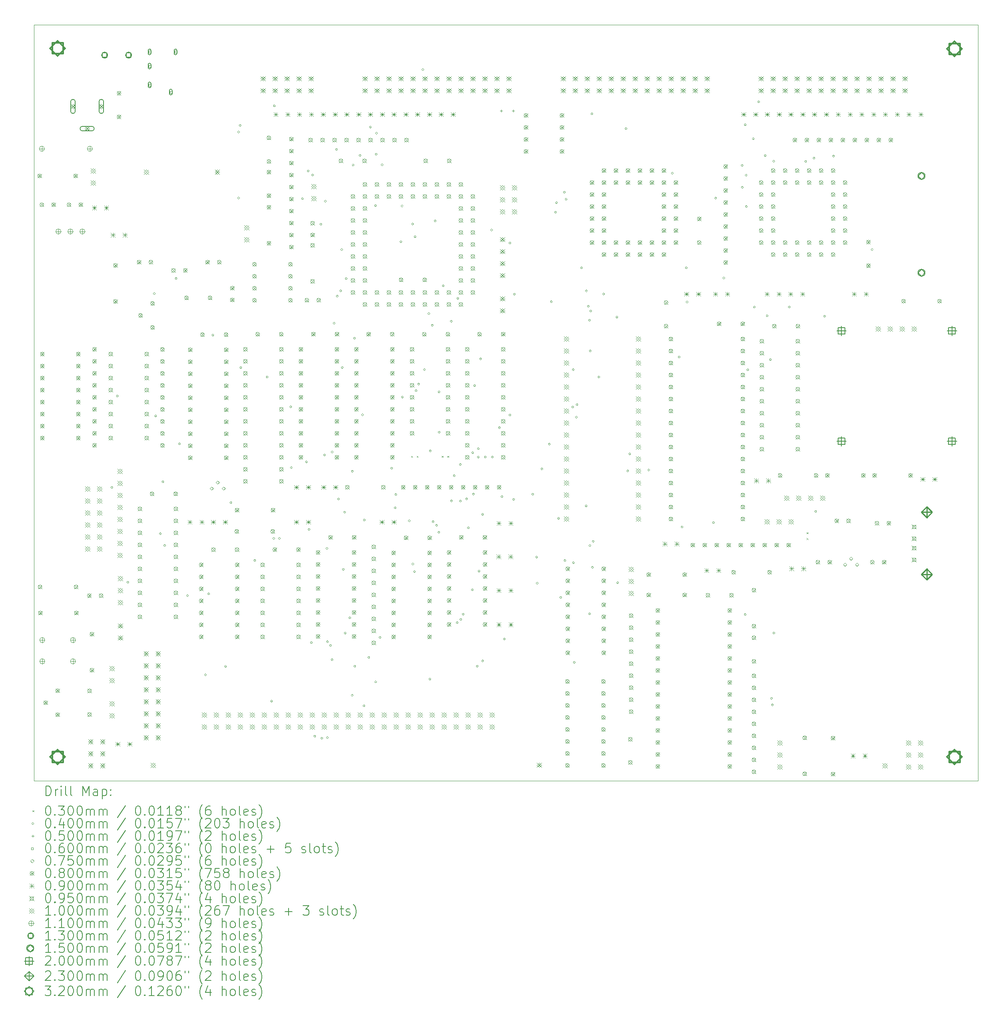
<source format=gbr>
%TF.GenerationSoftware,KiCad,Pcbnew,(6.0.11)*%
%TF.CreationDate,2024-01-15T12:10:11-05:00*%
%TF.ProjectId,SAB80535-Dev-Board,53414238-3035-4333-952d-4465762d426f,rev?*%
%TF.SameCoordinates,Original*%
%TF.FileFunction,Drillmap*%
%TF.FilePolarity,Positive*%
%FSLAX45Y45*%
G04 Gerber Fmt 4.5, Leading zero omitted, Abs format (unit mm)*
G04 Created by KiCad (PCBNEW (6.0.11)) date 2024-01-15 12:10:11*
%MOMM*%
%LPD*%
G01*
G04 APERTURE LIST*
%ADD10C,0.100000*%
%ADD11C,0.200000*%
%ADD12C,0.030000*%
%ADD13C,0.040000*%
%ADD14C,0.050000*%
%ADD15C,0.060000*%
%ADD16C,0.075000*%
%ADD17C,0.080000*%
%ADD18C,0.090000*%
%ADD19C,0.095000*%
%ADD20C,0.110000*%
%ADD21C,0.130000*%
%ADD22C,0.150000*%
%ADD23C,0.230000*%
%ADD24C,0.320000*%
G04 APERTURE END LIST*
D10*
X25000000Y-20000000D02*
X25000000Y-4000000D01*
X15000000Y-20000000D02*
X5000000Y-20000000D01*
X15000000Y-4000000D02*
X5000000Y-4000000D01*
X25000000Y-4000000D02*
X15000000Y-4000000D01*
X25000000Y-20000000D02*
X15000000Y-20000000D01*
X5000000Y-4000000D02*
X5000000Y-20000000D01*
D11*
D12*
X12987500Y-13125000D02*
X13017500Y-13155000D01*
X13017500Y-13125000D02*
X12987500Y-13155000D01*
X13107500Y-13125000D02*
X13137500Y-13155000D01*
X13137500Y-13125000D02*
X13107500Y-13155000D01*
X13637500Y-13125000D02*
X13667500Y-13155000D01*
X13667500Y-13125000D02*
X13637500Y-13155000D01*
X13757500Y-13125000D02*
X13787500Y-13155000D01*
X13787500Y-13125000D02*
X13757500Y-13155000D01*
X21365000Y-14745000D02*
X21395000Y-14775000D01*
X21395000Y-14745000D02*
X21365000Y-14775000D01*
X21365000Y-14865000D02*
X21395000Y-14895000D01*
X21395000Y-14865000D02*
X21365000Y-14895000D01*
D13*
X6669090Y-13792560D02*
G75*
G03*
X6669090Y-13792560I-20000J0D01*
G01*
X6784100Y-11859000D02*
G75*
G03*
X6784100Y-11859000I-20000J0D01*
G01*
X7006720Y-15800040D02*
G75*
G03*
X7006720Y-15800040I-20000J0D01*
G01*
X7567950Y-9692630D02*
G75*
G03*
X7567950Y-9692630I-20000J0D01*
G01*
X7596930Y-12280740D02*
G75*
G03*
X7596930Y-12280740I-20000J0D01*
G01*
X7695580Y-14773080D02*
G75*
G03*
X7695580Y-14773080I-20000J0D01*
G01*
X7750000Y-13674620D02*
G75*
G03*
X7750000Y-13674620I-20000J0D01*
G01*
X7787430Y-15023700D02*
G75*
G03*
X7787430Y-15023700I-20000J0D01*
G01*
X8028290Y-9371820D02*
G75*
G03*
X8028290Y-9371820I-20000J0D01*
G01*
X8101960Y-12872640D02*
G75*
G03*
X8101960Y-12872640I-20000J0D01*
G01*
X8272480Y-16084060D02*
G75*
G03*
X8272480Y-16084060I-20000J0D01*
G01*
X8652980Y-17760920D02*
G75*
G03*
X8652980Y-17760920I-20000J0D01*
G01*
X8719330Y-16046340D02*
G75*
G03*
X8719330Y-16046340I-20000J0D01*
G01*
X8809900Y-10569930D02*
G75*
G03*
X8809900Y-10569930I-20000J0D01*
G01*
X9077540Y-17581980D02*
G75*
G03*
X9077540Y-17581980I-20000J0D01*
G01*
X9189960Y-14116830D02*
G75*
G03*
X9189960Y-14116830I-20000J0D01*
G01*
X9353840Y-6270300D02*
G75*
G03*
X9353840Y-6270300I-20000J0D01*
G01*
X9353840Y-7666790D02*
G75*
G03*
X9353840Y-7666790I-20000J0D01*
G01*
X9386660Y-6130190D02*
G75*
G03*
X9386660Y-6130190I-20000J0D01*
G01*
X9400760Y-11255710D02*
G75*
G03*
X9400760Y-11255710I-20000J0D01*
G01*
X9696990Y-15341370D02*
G75*
G03*
X9696990Y-15341370I-20000J0D01*
G01*
X9958210Y-11457810D02*
G75*
G03*
X9958210Y-11457810I-20000J0D01*
G01*
X10051450Y-18318110D02*
G75*
G03*
X10051450Y-18318110I-20000J0D01*
G01*
X10099820Y-14871970D02*
G75*
G03*
X10099820Y-14871970I-20000J0D01*
G01*
X10111340Y-5717700D02*
G75*
G03*
X10111340Y-5717700I-20000J0D01*
G01*
X10217780Y-14872110D02*
G75*
G03*
X10217780Y-14872110I-20000J0D01*
G01*
X10457540Y-12087470D02*
G75*
G03*
X10457540Y-12087470I-20000J0D01*
G01*
X10470000Y-13375000D02*
G75*
G03*
X10470000Y-13375000I-20000J0D01*
G01*
X10706010Y-7682410D02*
G75*
G03*
X10706010Y-7682410I-20000J0D01*
G01*
X10790190Y-13253560D02*
G75*
G03*
X10790190Y-13253560I-20000J0D01*
G01*
X10827450Y-7095530D02*
G75*
G03*
X10827450Y-7095530I-20000J0D01*
G01*
X10846140Y-14681440D02*
G75*
G03*
X10846140Y-14681440I-20000J0D01*
G01*
X10896660Y-17080670D02*
G75*
G03*
X10896660Y-17080670I-20000J0D01*
G01*
X10922090Y-7181280D02*
G75*
G03*
X10922090Y-7181280I-20000J0D01*
G01*
X10967150Y-19059410D02*
G75*
G03*
X10967150Y-19059410I-20000J0D01*
G01*
X11095390Y-8222080D02*
G75*
G03*
X11095390Y-8222080I-20000J0D01*
G01*
X11117370Y-19101910D02*
G75*
G03*
X11117370Y-19101910I-20000J0D01*
G01*
X11174150Y-13106330D02*
G75*
G03*
X11174150Y-13106330I-20000J0D01*
G01*
X11192360Y-7735620D02*
G75*
G03*
X11192360Y-7735620I-20000J0D01*
G01*
X11224890Y-15085630D02*
G75*
G03*
X11224890Y-15085630I-20000J0D01*
G01*
X11235090Y-19089840D02*
G75*
G03*
X11235090Y-19089840I-20000J0D01*
G01*
X11236510Y-17060070D02*
G75*
G03*
X11236510Y-17060070I-20000J0D01*
G01*
X11300280Y-17138670D02*
G75*
G03*
X11300280Y-17138670I-20000J0D01*
G01*
X11334480Y-17440030D02*
G75*
G03*
X11334480Y-17440030I-20000J0D01*
G01*
X11335890Y-13043460D02*
G75*
G03*
X11335890Y-13043460I-20000J0D01*
G01*
X11376180Y-10318820D02*
G75*
G03*
X11376180Y-10318820I-20000J0D01*
G01*
X11425640Y-6640200D02*
G75*
G03*
X11425640Y-6640200I-20000J0D01*
G01*
X11443760Y-9744030D02*
G75*
G03*
X11443760Y-9744030I-20000J0D01*
G01*
X11469810Y-14039170D02*
G75*
G03*
X11469810Y-14039170I-20000J0D01*
G01*
X11515890Y-9631970D02*
G75*
G03*
X11515890Y-9631970I-20000J0D01*
G01*
X11537340Y-8760490D02*
G75*
G03*
X11537340Y-8760490I-20000J0D01*
G01*
X11548850Y-11255750D02*
G75*
G03*
X11548850Y-11255750I-20000J0D01*
G01*
X11572790Y-15527090D02*
G75*
G03*
X11572790Y-15527090I-20000J0D01*
G01*
X11601330Y-14317240D02*
G75*
G03*
X11601330Y-14317240I-20000J0D01*
G01*
X11612670Y-16878530D02*
G75*
G03*
X11612670Y-16878530I-20000J0D01*
G01*
X11633360Y-9375180D02*
G75*
G03*
X11633360Y-9375180I-20000J0D01*
G01*
X11709720Y-16553170D02*
G75*
G03*
X11709720Y-16553170I-20000J0D01*
G01*
X11759440Y-18193380D02*
G75*
G03*
X11759440Y-18193380I-20000J0D01*
G01*
X11762620Y-13453580D02*
G75*
G03*
X11762620Y-13453580I-20000J0D01*
G01*
X11777940Y-6971390D02*
G75*
G03*
X11777940Y-6971390I-20000J0D01*
G01*
X11806780Y-10635370D02*
G75*
G03*
X11806780Y-10635370I-20000J0D01*
G01*
X11815290Y-17576720D02*
G75*
G03*
X11815290Y-17576720I-20000J0D01*
G01*
X11927170Y-6766140D02*
G75*
G03*
X11927170Y-6766140I-20000J0D01*
G01*
X11978260Y-12256150D02*
G75*
G03*
X11978260Y-12256150I-20000J0D01*
G01*
X12009450Y-18417460D02*
G75*
G03*
X12009450Y-18417460I-20000J0D01*
G01*
X12016390Y-14483830D02*
G75*
G03*
X12016390Y-14483830I-20000J0D01*
G01*
X12110650Y-17390910D02*
G75*
G03*
X12110650Y-17390910I-20000J0D01*
G01*
X12144580Y-6167160D02*
G75*
G03*
X12144580Y-6167160I-20000J0D01*
G01*
X12253560Y-7827530D02*
G75*
G03*
X12253560Y-7827530I-20000J0D01*
G01*
X12256790Y-17910720D02*
G75*
G03*
X12256790Y-17910720I-20000J0D01*
G01*
X12268080Y-6740950D02*
G75*
G03*
X12268080Y-6740950I-20000J0D01*
G01*
X12273910Y-6296550D02*
G75*
G03*
X12273910Y-6296550I-20000J0D01*
G01*
X12350300Y-16968870D02*
G75*
G03*
X12350300Y-16968870I-20000J0D01*
G01*
X12393710Y-6965270D02*
G75*
G03*
X12393710Y-6965270I-20000J0D01*
G01*
X12595000Y-13386500D02*
G75*
G03*
X12595000Y-13386500I-20000J0D01*
G01*
X12670000Y-14225000D02*
G75*
G03*
X12670000Y-14225000I-20000J0D01*
G01*
X12683880Y-13943000D02*
G75*
G03*
X12683880Y-13943000I-20000J0D01*
G01*
X12791450Y-8593340D02*
G75*
G03*
X12791450Y-8593340I-20000J0D01*
G01*
X12815720Y-7836940D02*
G75*
G03*
X12815720Y-7836940I-20000J0D01*
G01*
X12822900Y-11882100D02*
G75*
G03*
X12822900Y-11882100I-20000J0D01*
G01*
X12970000Y-14500000D02*
G75*
G03*
X12970000Y-14500000I-20000J0D01*
G01*
X13040520Y-8218230D02*
G75*
G03*
X13040520Y-8218230I-20000J0D01*
G01*
X13045730Y-15414260D02*
G75*
G03*
X13045730Y-15414260I-20000J0D01*
G01*
X13081050Y-15574960D02*
G75*
G03*
X13081050Y-15574960I-20000J0D01*
G01*
X13091960Y-8487490D02*
G75*
G03*
X13091960Y-8487490I-20000J0D01*
G01*
X13113570Y-11746550D02*
G75*
G03*
X13113570Y-11746550I-20000J0D01*
G01*
X13167700Y-11606130D02*
G75*
G03*
X13167700Y-11606130I-20000J0D01*
G01*
X13256310Y-4949670D02*
G75*
G03*
X13256310Y-4949670I-20000J0D01*
G01*
X13289160Y-11300960D02*
G75*
G03*
X13289160Y-11300960I-20000J0D01*
G01*
X13383760Y-10114870D02*
G75*
G03*
X13383760Y-10114870I-20000J0D01*
G01*
X13406890Y-17851480D02*
G75*
G03*
X13406890Y-17851480I-20000J0D01*
G01*
X13412450Y-13020310D02*
G75*
G03*
X13412450Y-13020310I-20000J0D01*
G01*
X13456290Y-10363470D02*
G75*
G03*
X13456290Y-10363470I-20000J0D01*
G01*
X13472220Y-14519570D02*
G75*
G03*
X13472220Y-14519570I-20000J0D01*
G01*
X13518340Y-8152220D02*
G75*
G03*
X13518340Y-8152220I-20000J0D01*
G01*
X13547730Y-14595050D02*
G75*
G03*
X13547730Y-14595050I-20000J0D01*
G01*
X13595150Y-14743050D02*
G75*
G03*
X13595150Y-14743050I-20000J0D01*
G01*
X13598100Y-11773470D02*
G75*
G03*
X13598100Y-11773470I-20000J0D01*
G01*
X13601850Y-12624180D02*
G75*
G03*
X13601850Y-12624180I-20000J0D01*
G01*
X13688840Y-9526810D02*
G75*
G03*
X13688840Y-9526810I-20000J0D01*
G01*
X13858960Y-10277460D02*
G75*
G03*
X13858960Y-10277460I-20000J0D01*
G01*
X13862730Y-14079200D02*
G75*
G03*
X13862730Y-14079200I-20000J0D01*
G01*
X13921130Y-13546600D02*
G75*
G03*
X13921130Y-13546600I-20000J0D01*
G01*
X13984820Y-16655960D02*
G75*
G03*
X13984820Y-16655960I-20000J0D01*
G01*
X13998540Y-9792700D02*
G75*
G03*
X13998540Y-9792700I-20000J0D01*
G01*
X14051510Y-13308220D02*
G75*
G03*
X14051510Y-13308220I-20000J0D01*
G01*
X14052830Y-14083580D02*
G75*
G03*
X14052830Y-14083580I-20000J0D01*
G01*
X14060020Y-16586530D02*
G75*
G03*
X14060020Y-16586530I-20000J0D01*
G01*
X14111690Y-16476430D02*
G75*
G03*
X14111690Y-16476430I-20000J0D01*
G01*
X14184510Y-14037460D02*
G75*
G03*
X14184510Y-14037460I-20000J0D01*
G01*
X14220000Y-14650000D02*
G75*
G03*
X14220000Y-14650000I-20000J0D01*
G01*
X14304250Y-15960170D02*
G75*
G03*
X14304250Y-15960170I-20000J0D01*
G01*
X14312930Y-13059660D02*
G75*
G03*
X14312930Y-13059660I-20000J0D01*
G01*
X14328070Y-13933960D02*
G75*
G03*
X14328070Y-13933960I-20000J0D01*
G01*
X14353510Y-11637650D02*
G75*
G03*
X14353510Y-11637650I-20000J0D01*
G01*
X14409250Y-17576720D02*
G75*
G03*
X14409250Y-17576720I-20000J0D01*
G01*
X14431570Y-13153580D02*
G75*
G03*
X14431570Y-13153580I-20000J0D01*
G01*
X14433290Y-12974860D02*
G75*
G03*
X14433290Y-12974860I-20000J0D01*
G01*
X14447330Y-15566250D02*
G75*
G03*
X14447330Y-15566250I-20000J0D01*
G01*
X14480370Y-11074140D02*
G75*
G03*
X14480370Y-11074140I-20000J0D01*
G01*
X14523490Y-14364600D02*
G75*
G03*
X14523490Y-14364600I-20000J0D01*
G01*
X14525050Y-17465520D02*
G75*
G03*
X14525050Y-17465520I-20000J0D01*
G01*
X14580950Y-13149470D02*
G75*
G03*
X14580950Y-13149470I-20000J0D01*
G01*
X14713590Y-8344480D02*
G75*
G03*
X14713590Y-8344480I-20000J0D01*
G01*
X14729980Y-13150570D02*
G75*
G03*
X14729980Y-13150570I-20000J0D01*
G01*
X14879930Y-12529090D02*
G75*
G03*
X14879930Y-12529090I-20000J0D01*
G01*
X14930660Y-13988350D02*
G75*
G03*
X14930660Y-13988350I-20000J0D01*
G01*
X14984430Y-17002560D02*
G75*
G03*
X14984430Y-17002560I-20000J0D01*
G01*
X15100750Y-8618760D02*
G75*
G03*
X15100750Y-8618760I-20000J0D01*
G01*
X15101580Y-12259320D02*
G75*
G03*
X15101580Y-12259320I-20000J0D01*
G01*
X15179550Y-14047060D02*
G75*
G03*
X15179550Y-14047060I-20000J0D01*
G01*
X15196900Y-9702710D02*
G75*
G03*
X15196900Y-9702710I-20000J0D01*
G01*
X15583850Y-13935750D02*
G75*
G03*
X15583850Y-13935750I-20000J0D01*
G01*
X15667350Y-15268790D02*
G75*
G03*
X15667350Y-15268790I-20000J0D01*
G01*
X15679290Y-15820740D02*
G75*
G03*
X15679290Y-15820740I-20000J0D01*
G01*
X15779260Y-13401460D02*
G75*
G03*
X15779260Y-13401460I-20000J0D01*
G01*
X15936100Y-12877580D02*
G75*
G03*
X15936100Y-12877580I-20000J0D01*
G01*
X15977860Y-9863020D02*
G75*
G03*
X15977860Y-9863020I-20000J0D01*
G01*
X16065410Y-7967450D02*
G75*
G03*
X16065410Y-7967450I-20000J0D01*
G01*
X16087570Y-7767670D02*
G75*
G03*
X16087570Y-7767670I-20000J0D01*
G01*
X16132770Y-14448100D02*
G75*
G03*
X16132770Y-14448100I-20000J0D01*
G01*
X16176470Y-16120160D02*
G75*
G03*
X16176470Y-16120160I-20000J0D01*
G01*
X16255370Y-7546230D02*
G75*
G03*
X16255370Y-7546230I-20000J0D01*
G01*
X16266590Y-15341570D02*
G75*
G03*
X16266590Y-15341570I-20000J0D01*
G01*
X16290520Y-7694200D02*
G75*
G03*
X16290520Y-7694200I-20000J0D01*
G01*
X16430200Y-12090470D02*
G75*
G03*
X16430200Y-12090470I-20000J0D01*
G01*
X16441730Y-11301990D02*
G75*
G03*
X16441730Y-11301990I-20000J0D01*
G01*
X16446570Y-15387800D02*
G75*
G03*
X16446570Y-15387800I-20000J0D01*
G01*
X16465560Y-17496450D02*
G75*
G03*
X16465560Y-17496450I-20000J0D01*
G01*
X16509670Y-12307070D02*
G75*
G03*
X16509670Y-12307070I-20000J0D01*
G01*
X16522270Y-12040190D02*
G75*
G03*
X16522270Y-12040190I-20000J0D01*
G01*
X16617770Y-9146450D02*
G75*
G03*
X16617770Y-9146450I-20000J0D01*
G01*
X16716180Y-14185550D02*
G75*
G03*
X16716180Y-14185550I-20000J0D01*
G01*
X16721590Y-9633800D02*
G75*
G03*
X16721590Y-9633800I-20000J0D01*
G01*
X16762810Y-9958560D02*
G75*
G03*
X16762810Y-9958560I-20000J0D01*
G01*
X16785530Y-10254540D02*
G75*
G03*
X16785530Y-10254540I-20000J0D01*
G01*
X16790750Y-16467760D02*
G75*
G03*
X16790750Y-16467760I-20000J0D01*
G01*
X16795000Y-15025000D02*
G75*
G03*
X16795000Y-15025000I-20000J0D01*
G01*
X16803270Y-10904000D02*
G75*
G03*
X16803270Y-10904000I-20000J0D01*
G01*
X16812010Y-10058600D02*
G75*
G03*
X16812010Y-10058600I-20000J0D01*
G01*
X16838120Y-5887730D02*
G75*
G03*
X16838120Y-5887730I-20000J0D01*
G01*
X16848980Y-15484640D02*
G75*
G03*
X16848980Y-15484640I-20000J0D01*
G01*
X16865250Y-14934430D02*
G75*
G03*
X16865250Y-14934430I-20000J0D01*
G01*
X16986620Y-11457030D02*
G75*
G03*
X16986620Y-11457030I-20000J0D01*
G01*
X17087440Y-9700000D02*
G75*
G03*
X17087440Y-9700000I-20000J0D01*
G01*
X17369200Y-10190260D02*
G75*
G03*
X17369200Y-10190260I-20000J0D01*
G01*
X17383360Y-15810560D02*
G75*
G03*
X17383360Y-15810560I-20000J0D01*
G01*
X17560280Y-6198320D02*
G75*
G03*
X17560280Y-6198320I-20000J0D01*
G01*
X17598120Y-13444000D02*
G75*
G03*
X17598120Y-13444000I-20000J0D01*
G01*
X17641040Y-13085460D02*
G75*
G03*
X17641040Y-13085460I-20000J0D01*
G01*
X18042950Y-13425370D02*
G75*
G03*
X18042950Y-13425370I-20000J0D01*
G01*
X18541750Y-7143660D02*
G75*
G03*
X18541750Y-7143660I-20000J0D01*
G01*
X18685070Y-11033510D02*
G75*
G03*
X18685070Y-11033510I-20000J0D01*
G01*
X18747680Y-14631030D02*
G75*
G03*
X18747680Y-14631030I-20000J0D01*
G01*
X18837880Y-9144730D02*
G75*
G03*
X18837880Y-9144730I-20000J0D01*
G01*
X18852680Y-9869960D02*
G75*
G03*
X18852680Y-9869960I-20000J0D01*
G01*
X19413500Y-14537760D02*
G75*
G03*
X19413500Y-14537760I-20000J0D01*
G01*
X19461180Y-7669310D02*
G75*
G03*
X19461180Y-7669310I-20000J0D01*
G01*
X19632610Y-9360310D02*
G75*
G03*
X19632610Y-9360310I-20000J0D01*
G01*
X20020830Y-6977760D02*
G75*
G03*
X20020830Y-6977760I-20000J0D01*
G01*
X20023920Y-7441580D02*
G75*
G03*
X20023920Y-7441580I-20000J0D01*
G01*
X20085170Y-16484540D02*
G75*
G03*
X20085170Y-16484540I-20000J0D01*
G01*
X20085900Y-6118300D02*
G75*
G03*
X20085900Y-6118300I-20000J0D01*
G01*
X20104770Y-7185400D02*
G75*
G03*
X20104770Y-7185400I-20000J0D01*
G01*
X20108950Y-7848000D02*
G75*
G03*
X20108950Y-7848000I-20000J0D01*
G01*
X20139370Y-11305070D02*
G75*
G03*
X20139370Y-11305070I-20000J0D01*
G01*
X20257390Y-6414000D02*
G75*
G03*
X20257390Y-6414000I-20000J0D01*
G01*
X20279270Y-9976770D02*
G75*
G03*
X20279270Y-9976770I-20000J0D01*
G01*
X20372280Y-5630790D02*
G75*
G03*
X20372280Y-5630790I-20000J0D01*
G01*
X20509180Y-6768970D02*
G75*
G03*
X20509180Y-6768970I-20000J0D01*
G01*
X20549530Y-10162890D02*
G75*
G03*
X20549530Y-10162890I-20000J0D01*
G01*
X20618460Y-11087340D02*
G75*
G03*
X20618460Y-11087340I-20000J0D01*
G01*
X20642170Y-18259270D02*
G75*
G03*
X20642170Y-18259270I-20000J0D01*
G01*
X20661270Y-18397990D02*
G75*
G03*
X20661270Y-18397990I-20000J0D01*
G01*
X20689710Y-6889710D02*
G75*
G03*
X20689710Y-6889710I-20000J0D01*
G01*
X20692520Y-16875670D02*
G75*
G03*
X20692520Y-16875670I-20000J0D01*
G01*
X21019090Y-9974190D02*
G75*
G03*
X21019090Y-9974190I-20000J0D01*
G01*
X21365220Y-6891940D02*
G75*
G03*
X21365220Y-6891940I-20000J0D01*
G01*
X21543650Y-6822460D02*
G75*
G03*
X21543650Y-6822460I-20000J0D01*
G01*
X21577230Y-14302600D02*
G75*
G03*
X21577230Y-14302600I-20000J0D01*
G01*
X21769700Y-10168980D02*
G75*
G03*
X21769700Y-10168980I-20000J0D01*
G01*
X21957670Y-6779730D02*
G75*
G03*
X21957670Y-6779730I-20000J0D01*
G01*
X22772860Y-8759130D02*
G75*
G03*
X22772860Y-8759130I-20000J0D01*
G01*
D14*
X14895000Y-5800000D02*
X14895000Y-5850000D01*
X14870000Y-5825000D02*
X14920000Y-5825000D01*
X15149000Y-5800000D02*
X15149000Y-5850000D01*
X15124000Y-5825000D02*
X15174000Y-5825000D01*
D15*
X7467963Y-4596213D02*
X7467963Y-4553787D01*
X7425537Y-4553787D01*
X7425537Y-4596213D01*
X7467963Y-4596213D01*
D11*
X7416750Y-4545000D02*
X7416750Y-4605000D01*
X7476750Y-4545000D02*
X7476750Y-4605000D01*
X7416750Y-4605000D02*
G75*
G03*
X7476750Y-4605000I30000J0D01*
G01*
X7476750Y-4545000D02*
G75*
G03*
X7416750Y-4545000I-30000J0D01*
G01*
D15*
X7467963Y-4896213D02*
X7467963Y-4853787D01*
X7425537Y-4853787D01*
X7425537Y-4896213D01*
X7467963Y-4896213D01*
D11*
X7416750Y-4845000D02*
X7416750Y-4905000D01*
X7476750Y-4845000D02*
X7476750Y-4905000D01*
X7416750Y-4905000D02*
G75*
G03*
X7476750Y-4905000I30000J0D01*
G01*
X7476750Y-4845000D02*
G75*
G03*
X7416750Y-4845000I-30000J0D01*
G01*
D15*
X7467963Y-5296213D02*
X7467963Y-5253787D01*
X7425537Y-5253787D01*
X7425537Y-5296213D01*
X7467963Y-5296213D01*
D11*
X7416750Y-5245000D02*
X7416750Y-5305000D01*
X7476750Y-5245000D02*
X7476750Y-5305000D01*
X7416750Y-5305000D02*
G75*
G03*
X7476750Y-5305000I30000J0D01*
G01*
X7476750Y-5245000D02*
G75*
G03*
X7416750Y-5245000I-30000J0D01*
G01*
D15*
X7917963Y-5446213D02*
X7917963Y-5403787D01*
X7875537Y-5403787D01*
X7875537Y-5446213D01*
X7917963Y-5446213D01*
D11*
X7866750Y-5395000D02*
X7866750Y-5455000D01*
X7926750Y-5395000D02*
X7926750Y-5455000D01*
X7866750Y-5455000D02*
G75*
G03*
X7926750Y-5455000I30000J0D01*
G01*
X7926750Y-5395000D02*
G75*
G03*
X7866750Y-5395000I-30000J0D01*
G01*
D15*
X8017963Y-4596213D02*
X8017963Y-4553787D01*
X7975537Y-4553787D01*
X7975537Y-4596213D01*
X8017963Y-4596213D01*
D11*
X7966750Y-4545000D02*
X7966750Y-4605000D01*
X8026750Y-4545000D02*
X8026750Y-4605000D01*
X7966750Y-4605000D02*
G75*
G03*
X8026750Y-4605000I30000J0D01*
G01*
X8026750Y-4545000D02*
G75*
G03*
X7966750Y-4545000I-30000J0D01*
G01*
D16*
X8762500Y-13852500D02*
X8800000Y-13815000D01*
X8762500Y-13777500D01*
X8725000Y-13815000D01*
X8762500Y-13852500D01*
X8889500Y-13725500D02*
X8927000Y-13688000D01*
X8889500Y-13650500D01*
X8852000Y-13688000D01*
X8889500Y-13725500D01*
X9016500Y-13852500D02*
X9054000Y-13815000D01*
X9016500Y-13777500D01*
X8979000Y-13815000D01*
X9016500Y-13852500D01*
X22177490Y-15464500D02*
X22214990Y-15427000D01*
X22177490Y-15389500D01*
X22139990Y-15427000D01*
X22177490Y-15464500D01*
X22304490Y-15337500D02*
X22341990Y-15300000D01*
X22304490Y-15262500D01*
X22266990Y-15300000D01*
X22304490Y-15337500D01*
X22431490Y-15464500D02*
X22468990Y-15427000D01*
X22431490Y-15389500D01*
X22393990Y-15427000D01*
X22431490Y-15464500D01*
D17*
X5079000Y-7160000D02*
X5159000Y-7240000D01*
X5159000Y-7160000D02*
X5079000Y-7240000D01*
X5159000Y-7200000D02*
G75*
G03*
X5159000Y-7200000I-40000J0D01*
G01*
X5089000Y-15860000D02*
X5169000Y-15940000D01*
X5169000Y-15860000D02*
X5089000Y-15940000D01*
X5169000Y-15900000D02*
G75*
G03*
X5169000Y-15900000I-40000J0D01*
G01*
X5094000Y-16410000D02*
X5174000Y-16490000D01*
X5174000Y-16410000D02*
X5094000Y-16490000D01*
X5174000Y-16450000D02*
G75*
G03*
X5174000Y-16450000I-40000J0D01*
G01*
X5124490Y-7770000D02*
X5204490Y-7850000D01*
X5204490Y-7770000D02*
X5124490Y-7850000D01*
X5204490Y-7810000D02*
G75*
G03*
X5204490Y-7810000I-40000J0D01*
G01*
X5135000Y-10930000D02*
X5215000Y-11010000D01*
X5215000Y-10930000D02*
X5135000Y-11010000D01*
X5215000Y-10970000D02*
G75*
G03*
X5215000Y-10970000I-40000J0D01*
G01*
X5135000Y-11184000D02*
X5215000Y-11264000D01*
X5215000Y-11184000D02*
X5135000Y-11264000D01*
X5215000Y-11224000D02*
G75*
G03*
X5215000Y-11224000I-40000J0D01*
G01*
X5135000Y-11438000D02*
X5215000Y-11518000D01*
X5215000Y-11438000D02*
X5135000Y-11518000D01*
X5215000Y-11478000D02*
G75*
G03*
X5215000Y-11478000I-40000J0D01*
G01*
X5135000Y-11692000D02*
X5215000Y-11772000D01*
X5215000Y-11692000D02*
X5135000Y-11772000D01*
X5215000Y-11732000D02*
G75*
G03*
X5215000Y-11732000I-40000J0D01*
G01*
X5135000Y-11946000D02*
X5215000Y-12026000D01*
X5215000Y-11946000D02*
X5135000Y-12026000D01*
X5215000Y-11986000D02*
G75*
G03*
X5215000Y-11986000I-40000J0D01*
G01*
X5135000Y-12200000D02*
X5215000Y-12280000D01*
X5215000Y-12200000D02*
X5135000Y-12280000D01*
X5215000Y-12240000D02*
G75*
G03*
X5215000Y-12240000I-40000J0D01*
G01*
X5135000Y-12454000D02*
X5215000Y-12534000D01*
X5215000Y-12454000D02*
X5135000Y-12534000D01*
X5215000Y-12494000D02*
G75*
G03*
X5215000Y-12494000I-40000J0D01*
G01*
X5135000Y-12708000D02*
X5215000Y-12788000D01*
X5215000Y-12708000D02*
X5135000Y-12788000D01*
X5215000Y-12748000D02*
G75*
G03*
X5215000Y-12748000I-40000J0D01*
G01*
X5204500Y-18310000D02*
X5284500Y-18390000D01*
X5284500Y-18310000D02*
X5204500Y-18390000D01*
X5284500Y-18350000D02*
G75*
G03*
X5284500Y-18350000I-40000J0D01*
G01*
X5374490Y-7770000D02*
X5454490Y-7850000D01*
X5454490Y-7770000D02*
X5374490Y-7850000D01*
X5454490Y-7810000D02*
G75*
G03*
X5454490Y-7810000I-40000J0D01*
G01*
X5458500Y-18056000D02*
X5538500Y-18136000D01*
X5538500Y-18056000D02*
X5458500Y-18136000D01*
X5538500Y-18096000D02*
G75*
G03*
X5538500Y-18096000I-40000J0D01*
G01*
X5458500Y-18564000D02*
X5538500Y-18644000D01*
X5538500Y-18564000D02*
X5458500Y-18644000D01*
X5538500Y-18604000D02*
G75*
G03*
X5538500Y-18604000I-40000J0D01*
G01*
X5700000Y-7770000D02*
X5780000Y-7850000D01*
X5780000Y-7770000D02*
X5700000Y-7850000D01*
X5780000Y-7810000D02*
G75*
G03*
X5780000Y-7810000I-40000J0D01*
G01*
X5841000Y-7160000D02*
X5921000Y-7240000D01*
X5921000Y-7160000D02*
X5841000Y-7240000D01*
X5921000Y-7200000D02*
G75*
G03*
X5921000Y-7200000I-40000J0D01*
G01*
X5851000Y-15860000D02*
X5931000Y-15940000D01*
X5931000Y-15860000D02*
X5851000Y-15940000D01*
X5931000Y-15900000D02*
G75*
G03*
X5931000Y-15900000I-40000J0D01*
G01*
X5856000Y-16410000D02*
X5936000Y-16490000D01*
X5936000Y-16410000D02*
X5856000Y-16490000D01*
X5936000Y-16450000D02*
G75*
G03*
X5936000Y-16450000I-40000J0D01*
G01*
X5897000Y-10930000D02*
X5977000Y-11010000D01*
X5977000Y-10930000D02*
X5897000Y-11010000D01*
X5977000Y-10970000D02*
G75*
G03*
X5977000Y-10970000I-40000J0D01*
G01*
X5897000Y-11184000D02*
X5977000Y-11264000D01*
X5977000Y-11184000D02*
X5897000Y-11264000D01*
X5977000Y-11224000D02*
G75*
G03*
X5977000Y-11224000I-40000J0D01*
G01*
X5897000Y-11438000D02*
X5977000Y-11518000D01*
X5977000Y-11438000D02*
X5897000Y-11518000D01*
X5977000Y-11478000D02*
G75*
G03*
X5977000Y-11478000I-40000J0D01*
G01*
X5897000Y-11692000D02*
X5977000Y-11772000D01*
X5977000Y-11692000D02*
X5897000Y-11772000D01*
X5977000Y-11732000D02*
G75*
G03*
X5977000Y-11732000I-40000J0D01*
G01*
X5897000Y-11946000D02*
X5977000Y-12026000D01*
X5977000Y-11946000D02*
X5897000Y-12026000D01*
X5977000Y-11986000D02*
G75*
G03*
X5977000Y-11986000I-40000J0D01*
G01*
X5897000Y-12200000D02*
X5977000Y-12280000D01*
X5977000Y-12200000D02*
X5897000Y-12280000D01*
X5977000Y-12240000D02*
G75*
G03*
X5977000Y-12240000I-40000J0D01*
G01*
X5897000Y-12454000D02*
X5977000Y-12534000D01*
X5977000Y-12454000D02*
X5897000Y-12534000D01*
X5977000Y-12494000D02*
G75*
G03*
X5977000Y-12494000I-40000J0D01*
G01*
X5897000Y-12708000D02*
X5977000Y-12788000D01*
X5977000Y-12708000D02*
X5897000Y-12788000D01*
X5977000Y-12748000D02*
G75*
G03*
X5977000Y-12748000I-40000J0D01*
G01*
X5950000Y-7770000D02*
X6030000Y-7850000D01*
X6030000Y-7770000D02*
X5950000Y-7850000D01*
X6030000Y-7810000D02*
G75*
G03*
X6030000Y-7810000I-40000J0D01*
G01*
X6130470Y-16045000D02*
X6210470Y-16125000D01*
X6210470Y-16045000D02*
X6130470Y-16125000D01*
X6210470Y-16085000D02*
G75*
G03*
X6210470Y-16085000I-40000J0D01*
G01*
X6135000Y-18060000D02*
X6215000Y-18140000D01*
X6215000Y-18060000D02*
X6135000Y-18140000D01*
X6215000Y-18100000D02*
G75*
G03*
X6215000Y-18100000I-40000J0D01*
G01*
X6135000Y-18560000D02*
X6215000Y-18640000D01*
X6215000Y-18560000D02*
X6135000Y-18640000D01*
X6215000Y-18600000D02*
G75*
G03*
X6215000Y-18600000I-40000J0D01*
G01*
X6185000Y-16860000D02*
X6265000Y-16940000D01*
X6265000Y-16860000D02*
X6185000Y-16940000D01*
X6265000Y-16900000D02*
G75*
G03*
X6265000Y-16900000I-40000J0D01*
G01*
X6185000Y-17622000D02*
X6265000Y-17702000D01*
X6265000Y-17622000D02*
X6185000Y-17702000D01*
X6265000Y-17662000D02*
G75*
G03*
X6265000Y-17662000I-40000J0D01*
G01*
X6240000Y-10830000D02*
X6320000Y-10910000D01*
X6320000Y-10830000D02*
X6240000Y-10910000D01*
X6320000Y-10870000D02*
G75*
G03*
X6320000Y-10870000I-40000J0D01*
G01*
X6240000Y-11084000D02*
X6320000Y-11164000D01*
X6320000Y-11084000D02*
X6240000Y-11164000D01*
X6320000Y-11124000D02*
G75*
G03*
X6320000Y-11124000I-40000J0D01*
G01*
X6240000Y-11338000D02*
X6320000Y-11418000D01*
X6320000Y-11338000D02*
X6240000Y-11418000D01*
X6320000Y-11378000D02*
G75*
G03*
X6320000Y-11378000I-40000J0D01*
G01*
X6240000Y-11592000D02*
X6320000Y-11672000D01*
X6320000Y-11592000D02*
X6240000Y-11672000D01*
X6320000Y-11632000D02*
G75*
G03*
X6320000Y-11632000I-40000J0D01*
G01*
X6240000Y-11846000D02*
X6320000Y-11926000D01*
X6320000Y-11846000D02*
X6240000Y-11926000D01*
X6320000Y-11886000D02*
G75*
G03*
X6320000Y-11886000I-40000J0D01*
G01*
X6240000Y-12100000D02*
X6320000Y-12180000D01*
X6320000Y-12100000D02*
X6240000Y-12180000D01*
X6320000Y-12140000D02*
G75*
G03*
X6320000Y-12140000I-40000J0D01*
G01*
X6240000Y-12354000D02*
X6320000Y-12434000D01*
X6320000Y-12354000D02*
X6240000Y-12434000D01*
X6320000Y-12394000D02*
G75*
G03*
X6320000Y-12394000I-40000J0D01*
G01*
X6240000Y-12608000D02*
X6320000Y-12688000D01*
X6320000Y-12608000D02*
X6240000Y-12688000D01*
X6320000Y-12648000D02*
G75*
G03*
X6320000Y-12648000I-40000J0D01*
G01*
X6240000Y-12862000D02*
X6320000Y-12942000D01*
X6320000Y-12862000D02*
X6240000Y-12942000D01*
X6320000Y-12902000D02*
G75*
G03*
X6320000Y-12902000I-40000J0D01*
G01*
X6380470Y-16045000D02*
X6460470Y-16125000D01*
X6460470Y-16045000D02*
X6380470Y-16125000D01*
X6460470Y-16085000D02*
G75*
G03*
X6460470Y-16085000I-40000J0D01*
G01*
X6583250Y-10930000D02*
X6663250Y-11010000D01*
X6663250Y-10930000D02*
X6583250Y-11010000D01*
X6663250Y-10970000D02*
G75*
G03*
X6663250Y-10970000I-40000J0D01*
G01*
X6583250Y-11184000D02*
X6663250Y-11264000D01*
X6663250Y-11184000D02*
X6583250Y-11264000D01*
X6663250Y-11224000D02*
G75*
G03*
X6663250Y-11224000I-40000J0D01*
G01*
X6583250Y-11438000D02*
X6663250Y-11518000D01*
X6663250Y-11438000D02*
X6583250Y-11518000D01*
X6663250Y-11478000D02*
G75*
G03*
X6663250Y-11478000I-40000J0D01*
G01*
X6583250Y-11692000D02*
X6663250Y-11772000D01*
X6663250Y-11692000D02*
X6583250Y-11772000D01*
X6663250Y-11732000D02*
G75*
G03*
X6663250Y-11732000I-40000J0D01*
G01*
X6583250Y-11946000D02*
X6663250Y-12026000D01*
X6663250Y-11946000D02*
X6583250Y-12026000D01*
X6663250Y-11986000D02*
G75*
G03*
X6663250Y-11986000I-40000J0D01*
G01*
X6583250Y-12200000D02*
X6663250Y-12280000D01*
X6663250Y-12200000D02*
X6583250Y-12280000D01*
X6663250Y-12240000D02*
G75*
G03*
X6663250Y-12240000I-40000J0D01*
G01*
X6583250Y-12454000D02*
X6663250Y-12534000D01*
X6663250Y-12454000D02*
X6583250Y-12534000D01*
X6663250Y-12494000D02*
G75*
G03*
X6663250Y-12494000I-40000J0D01*
G01*
X6583250Y-12708000D02*
X6663250Y-12788000D01*
X6663250Y-12708000D02*
X6583250Y-12788000D01*
X6663250Y-12748000D02*
G75*
G03*
X6663250Y-12748000I-40000J0D01*
G01*
X6685000Y-9054000D02*
X6765000Y-9134000D01*
X6765000Y-9054000D02*
X6685000Y-9134000D01*
X6765000Y-9094000D02*
G75*
G03*
X6765000Y-9094000I-40000J0D01*
G01*
X6685000Y-9816000D02*
X6765000Y-9896000D01*
X6765000Y-9816000D02*
X6685000Y-9896000D01*
X6765000Y-9856000D02*
G75*
G03*
X6765000Y-9856000I-40000J0D01*
G01*
X6760000Y-5410000D02*
X6840000Y-5490000D01*
X6840000Y-5410000D02*
X6760000Y-5490000D01*
X6840000Y-5450000D02*
G75*
G03*
X6840000Y-5450000I-40000J0D01*
G01*
X6760000Y-5910000D02*
X6840000Y-5990000D01*
X6840000Y-5910000D02*
X6760000Y-5990000D01*
X6840000Y-5950000D02*
G75*
G03*
X6840000Y-5950000I-40000J0D01*
G01*
X7184730Y-8985000D02*
X7264730Y-9065000D01*
X7264730Y-8985000D02*
X7184730Y-9065000D01*
X7264730Y-9025000D02*
G75*
G03*
X7264730Y-9025000I-40000J0D01*
G01*
X7201000Y-14207000D02*
X7281000Y-14287000D01*
X7281000Y-14207000D02*
X7201000Y-14287000D01*
X7281000Y-14247000D02*
G75*
G03*
X7281000Y-14247000I-40000J0D01*
G01*
X7201000Y-14461000D02*
X7281000Y-14541000D01*
X7281000Y-14461000D02*
X7201000Y-14541000D01*
X7281000Y-14501000D02*
G75*
G03*
X7281000Y-14501000I-40000J0D01*
G01*
X7201000Y-14715000D02*
X7281000Y-14795000D01*
X7281000Y-14715000D02*
X7201000Y-14795000D01*
X7281000Y-14755000D02*
G75*
G03*
X7281000Y-14755000I-40000J0D01*
G01*
X7201000Y-14969000D02*
X7281000Y-15049000D01*
X7281000Y-14969000D02*
X7201000Y-15049000D01*
X7281000Y-15009000D02*
G75*
G03*
X7281000Y-15009000I-40000J0D01*
G01*
X7201000Y-15223000D02*
X7281000Y-15303000D01*
X7281000Y-15223000D02*
X7201000Y-15303000D01*
X7281000Y-15263000D02*
G75*
G03*
X7281000Y-15263000I-40000J0D01*
G01*
X7201000Y-15477000D02*
X7281000Y-15557000D01*
X7281000Y-15477000D02*
X7201000Y-15557000D01*
X7281000Y-15517000D02*
G75*
G03*
X7281000Y-15517000I-40000J0D01*
G01*
X7201000Y-15731000D02*
X7281000Y-15811000D01*
X7281000Y-15731000D02*
X7201000Y-15811000D01*
X7281000Y-15771000D02*
G75*
G03*
X7281000Y-15771000I-40000J0D01*
G01*
X7201000Y-15985000D02*
X7281000Y-16065000D01*
X7281000Y-15985000D02*
X7201000Y-16065000D01*
X7281000Y-16025000D02*
G75*
G03*
X7281000Y-16025000I-40000J0D01*
G01*
X7201000Y-16239000D02*
X7281000Y-16319000D01*
X7281000Y-16239000D02*
X7201000Y-16319000D01*
X7281000Y-16279000D02*
G75*
G03*
X7281000Y-16279000I-40000J0D01*
G01*
X7201000Y-16493000D02*
X7281000Y-16573000D01*
X7281000Y-16493000D02*
X7201000Y-16573000D01*
X7281000Y-16533000D02*
G75*
G03*
X7281000Y-16533000I-40000J0D01*
G01*
X7216000Y-10114000D02*
X7296000Y-10194000D01*
X7296000Y-10114000D02*
X7216000Y-10194000D01*
X7296000Y-10154000D02*
G75*
G03*
X7296000Y-10154000I-40000J0D01*
G01*
X7345250Y-10930000D02*
X7425250Y-11010000D01*
X7425250Y-10930000D02*
X7345250Y-11010000D01*
X7425250Y-10970000D02*
G75*
G03*
X7425250Y-10970000I-40000J0D01*
G01*
X7345250Y-11184000D02*
X7425250Y-11264000D01*
X7425250Y-11184000D02*
X7345250Y-11264000D01*
X7425250Y-11224000D02*
G75*
G03*
X7425250Y-11224000I-40000J0D01*
G01*
X7345250Y-11438000D02*
X7425250Y-11518000D01*
X7425250Y-11438000D02*
X7345250Y-11518000D01*
X7425250Y-11478000D02*
G75*
G03*
X7425250Y-11478000I-40000J0D01*
G01*
X7345250Y-11692000D02*
X7425250Y-11772000D01*
X7425250Y-11692000D02*
X7345250Y-11772000D01*
X7425250Y-11732000D02*
G75*
G03*
X7425250Y-11732000I-40000J0D01*
G01*
X7345250Y-11946000D02*
X7425250Y-12026000D01*
X7425250Y-11946000D02*
X7345250Y-12026000D01*
X7425250Y-11986000D02*
G75*
G03*
X7425250Y-11986000I-40000J0D01*
G01*
X7345250Y-12200000D02*
X7425250Y-12280000D01*
X7425250Y-12200000D02*
X7345250Y-12280000D01*
X7425250Y-12240000D02*
G75*
G03*
X7425250Y-12240000I-40000J0D01*
G01*
X7345250Y-12454000D02*
X7425250Y-12534000D01*
X7425250Y-12454000D02*
X7345250Y-12534000D01*
X7425250Y-12494000D02*
G75*
G03*
X7425250Y-12494000I-40000J0D01*
G01*
X7345250Y-12708000D02*
X7425250Y-12788000D01*
X7425250Y-12708000D02*
X7345250Y-12788000D01*
X7425250Y-12748000D02*
G75*
G03*
X7425250Y-12748000I-40000J0D01*
G01*
X7434730Y-8985000D02*
X7514730Y-9065000D01*
X7514730Y-8985000D02*
X7434730Y-9065000D01*
X7514730Y-9025000D02*
G75*
G03*
X7514730Y-9025000I-40000J0D01*
G01*
X7460000Y-13890000D02*
X7540000Y-13970000D01*
X7540000Y-13890000D02*
X7460000Y-13970000D01*
X7540000Y-13930000D02*
G75*
G03*
X7540000Y-13930000I-40000J0D01*
G01*
X7470000Y-9860000D02*
X7550000Y-9940000D01*
X7550000Y-9860000D02*
X7470000Y-9940000D01*
X7550000Y-9900000D02*
G75*
G03*
X7550000Y-9900000I-40000J0D01*
G01*
X7470000Y-10368000D02*
X7550000Y-10448000D01*
X7550000Y-10368000D02*
X7470000Y-10448000D01*
X7550000Y-10408000D02*
G75*
G03*
X7550000Y-10408000I-40000J0D01*
G01*
X7680000Y-10832500D02*
X7760000Y-10912500D01*
X7760000Y-10832500D02*
X7680000Y-10912500D01*
X7760000Y-10872500D02*
G75*
G03*
X7760000Y-10872500I-40000J0D01*
G01*
X7680000Y-11086500D02*
X7760000Y-11166500D01*
X7760000Y-11086500D02*
X7680000Y-11166500D01*
X7760000Y-11126500D02*
G75*
G03*
X7760000Y-11126500I-40000J0D01*
G01*
X7680000Y-11340500D02*
X7760000Y-11420500D01*
X7760000Y-11340500D02*
X7680000Y-11420500D01*
X7760000Y-11380500D02*
G75*
G03*
X7760000Y-11380500I-40000J0D01*
G01*
X7680000Y-11594500D02*
X7760000Y-11674500D01*
X7760000Y-11594500D02*
X7680000Y-11674500D01*
X7760000Y-11634500D02*
G75*
G03*
X7760000Y-11634500I-40000J0D01*
G01*
X7680000Y-11848500D02*
X7760000Y-11928500D01*
X7760000Y-11848500D02*
X7680000Y-11928500D01*
X7760000Y-11888500D02*
G75*
G03*
X7760000Y-11888500I-40000J0D01*
G01*
X7680000Y-12102500D02*
X7760000Y-12182500D01*
X7760000Y-12102500D02*
X7680000Y-12182500D01*
X7760000Y-12142500D02*
G75*
G03*
X7760000Y-12142500I-40000J0D01*
G01*
X7680000Y-12356500D02*
X7760000Y-12436500D01*
X7760000Y-12356500D02*
X7680000Y-12436500D01*
X7760000Y-12396500D02*
G75*
G03*
X7760000Y-12396500I-40000J0D01*
G01*
X7680000Y-12610500D02*
X7760000Y-12690500D01*
X7760000Y-12610500D02*
X7680000Y-12690500D01*
X7760000Y-12650500D02*
G75*
G03*
X7760000Y-12650500I-40000J0D01*
G01*
X7680000Y-12864500D02*
X7760000Y-12944500D01*
X7760000Y-12864500D02*
X7680000Y-12944500D01*
X7760000Y-12904500D02*
G75*
G03*
X7760000Y-12904500I-40000J0D01*
G01*
X7914490Y-9160000D02*
X7994490Y-9240000D01*
X7994490Y-9160000D02*
X7914490Y-9240000D01*
X7994490Y-9200000D02*
G75*
G03*
X7994490Y-9200000I-40000J0D01*
G01*
X7960000Y-13890000D02*
X8040000Y-13970000D01*
X8040000Y-13890000D02*
X7960000Y-13970000D01*
X8040000Y-13930000D02*
G75*
G03*
X8040000Y-13930000I-40000J0D01*
G01*
X7963000Y-14207000D02*
X8043000Y-14287000D01*
X8043000Y-14207000D02*
X7963000Y-14287000D01*
X8043000Y-14247000D02*
G75*
G03*
X8043000Y-14247000I-40000J0D01*
G01*
X7963000Y-14461000D02*
X8043000Y-14541000D01*
X8043000Y-14461000D02*
X7963000Y-14541000D01*
X8043000Y-14501000D02*
G75*
G03*
X8043000Y-14501000I-40000J0D01*
G01*
X7963000Y-14715000D02*
X8043000Y-14795000D01*
X8043000Y-14715000D02*
X7963000Y-14795000D01*
X8043000Y-14755000D02*
G75*
G03*
X8043000Y-14755000I-40000J0D01*
G01*
X7963000Y-14969000D02*
X8043000Y-15049000D01*
X8043000Y-14969000D02*
X7963000Y-15049000D01*
X8043000Y-15009000D02*
G75*
G03*
X8043000Y-15009000I-40000J0D01*
G01*
X7963000Y-15223000D02*
X8043000Y-15303000D01*
X8043000Y-15223000D02*
X7963000Y-15303000D01*
X8043000Y-15263000D02*
G75*
G03*
X8043000Y-15263000I-40000J0D01*
G01*
X7963000Y-15477000D02*
X8043000Y-15557000D01*
X8043000Y-15477000D02*
X7963000Y-15557000D01*
X8043000Y-15517000D02*
G75*
G03*
X8043000Y-15517000I-40000J0D01*
G01*
X7963000Y-15731000D02*
X8043000Y-15811000D01*
X8043000Y-15731000D02*
X7963000Y-15811000D01*
X8043000Y-15771000D02*
G75*
G03*
X8043000Y-15771000I-40000J0D01*
G01*
X7963000Y-15985000D02*
X8043000Y-16065000D01*
X8043000Y-15985000D02*
X7963000Y-16065000D01*
X8043000Y-16025000D02*
G75*
G03*
X8043000Y-16025000I-40000J0D01*
G01*
X7963000Y-16239000D02*
X8043000Y-16319000D01*
X8043000Y-16239000D02*
X7963000Y-16319000D01*
X8043000Y-16279000D02*
G75*
G03*
X8043000Y-16279000I-40000J0D01*
G01*
X7963000Y-16493000D02*
X8043000Y-16573000D01*
X8043000Y-16493000D02*
X7963000Y-16573000D01*
X8043000Y-16533000D02*
G75*
G03*
X8043000Y-16533000I-40000J0D01*
G01*
X8164490Y-9160000D02*
X8244490Y-9240000D01*
X8244490Y-9160000D02*
X8164490Y-9240000D01*
X8244490Y-9200000D02*
G75*
G03*
X8244490Y-9200000I-40000J0D01*
G01*
X8190000Y-9740000D02*
X8270000Y-9820000D01*
X8270000Y-9740000D02*
X8190000Y-9820000D01*
X8270000Y-9780000D02*
G75*
G03*
X8270000Y-9780000I-40000J0D01*
G01*
X8268500Y-10839500D02*
X8348500Y-10919500D01*
X8348500Y-10839500D02*
X8268500Y-10919500D01*
X8348500Y-10879500D02*
G75*
G03*
X8348500Y-10879500I-40000J0D01*
G01*
X8268500Y-11093500D02*
X8348500Y-11173500D01*
X8348500Y-11093500D02*
X8268500Y-11173500D01*
X8348500Y-11133500D02*
G75*
G03*
X8348500Y-11133500I-40000J0D01*
G01*
X8268500Y-11347500D02*
X8348500Y-11427500D01*
X8348500Y-11347500D02*
X8268500Y-11427500D01*
X8348500Y-11387500D02*
G75*
G03*
X8348500Y-11387500I-40000J0D01*
G01*
X8268500Y-11601500D02*
X8348500Y-11681500D01*
X8348500Y-11601500D02*
X8268500Y-11681500D01*
X8348500Y-11641500D02*
G75*
G03*
X8348500Y-11641500I-40000J0D01*
G01*
X8268500Y-11855500D02*
X8348500Y-11935500D01*
X8348500Y-11855500D02*
X8268500Y-11935500D01*
X8348500Y-11895500D02*
G75*
G03*
X8348500Y-11895500I-40000J0D01*
G01*
X8268500Y-12109500D02*
X8348500Y-12189500D01*
X8348500Y-12109500D02*
X8268500Y-12189500D01*
X8348500Y-12149500D02*
G75*
G03*
X8348500Y-12149500I-40000J0D01*
G01*
X8268500Y-12363500D02*
X8348500Y-12443500D01*
X8348500Y-12363500D02*
X8268500Y-12443500D01*
X8348500Y-12403500D02*
G75*
G03*
X8348500Y-12403500I-40000J0D01*
G01*
X8268500Y-12617500D02*
X8348500Y-12697500D01*
X8348500Y-12617500D02*
X8268500Y-12697500D01*
X8348500Y-12657500D02*
G75*
G03*
X8348500Y-12657500I-40000J0D01*
G01*
X8268500Y-12871500D02*
X8348500Y-12951500D01*
X8348500Y-12871500D02*
X8268500Y-12951500D01*
X8348500Y-12911500D02*
G75*
G03*
X8348500Y-12911500I-40000J0D01*
G01*
X8268500Y-13125500D02*
X8348500Y-13205500D01*
X8348500Y-13125500D02*
X8268500Y-13205500D01*
X8348500Y-13165500D02*
G75*
G03*
X8348500Y-13165500I-40000J0D01*
G01*
X8501000Y-15392000D02*
X8581000Y-15472000D01*
X8581000Y-15392000D02*
X8501000Y-15472000D01*
X8581000Y-15432000D02*
G75*
G03*
X8581000Y-15432000I-40000J0D01*
G01*
X8501000Y-15646000D02*
X8581000Y-15726000D01*
X8581000Y-15646000D02*
X8501000Y-15726000D01*
X8581000Y-15686000D02*
G75*
G03*
X8581000Y-15686000I-40000J0D01*
G01*
X8501000Y-15900000D02*
X8581000Y-15980000D01*
X8581000Y-15900000D02*
X8501000Y-15980000D01*
X8581000Y-15940000D02*
G75*
G03*
X8581000Y-15940000I-40000J0D01*
G01*
X8501000Y-16154000D02*
X8581000Y-16234000D01*
X8581000Y-16154000D02*
X8501000Y-16234000D01*
X8581000Y-16194000D02*
G75*
G03*
X8581000Y-16194000I-40000J0D01*
G01*
X8501000Y-16408000D02*
X8581000Y-16488000D01*
X8581000Y-16408000D02*
X8501000Y-16488000D01*
X8581000Y-16448000D02*
G75*
G03*
X8581000Y-16448000I-40000J0D01*
G01*
X8501000Y-16662000D02*
X8581000Y-16742000D01*
X8581000Y-16662000D02*
X8501000Y-16742000D01*
X8581000Y-16702000D02*
G75*
G03*
X8581000Y-16702000I-40000J0D01*
G01*
X8501000Y-16916000D02*
X8581000Y-16996000D01*
X8581000Y-16916000D02*
X8501000Y-16996000D01*
X8581000Y-16956000D02*
G75*
G03*
X8581000Y-16956000I-40000J0D01*
G01*
X8527500Y-10520000D02*
X8607500Y-10600000D01*
X8607500Y-10520000D02*
X8527500Y-10600000D01*
X8607500Y-10560000D02*
G75*
G03*
X8607500Y-10560000I-40000J0D01*
G01*
X8635000Y-8985000D02*
X8715000Y-9065000D01*
X8715000Y-8985000D02*
X8635000Y-9065000D01*
X8715000Y-9025000D02*
G75*
G03*
X8715000Y-9025000I-40000J0D01*
G01*
X8690000Y-9740000D02*
X8770000Y-9820000D01*
X8770000Y-9740000D02*
X8690000Y-9820000D01*
X8770000Y-9780000D02*
G75*
G03*
X8770000Y-9780000I-40000J0D01*
G01*
X8760000Y-15070000D02*
X8840000Y-15150000D01*
X8840000Y-15070000D02*
X8760000Y-15150000D01*
X8840000Y-15110000D02*
G75*
G03*
X8840000Y-15110000I-40000J0D01*
G01*
X8885000Y-8985000D02*
X8965000Y-9065000D01*
X8965000Y-8985000D02*
X8885000Y-9065000D01*
X8965000Y-9025000D02*
G75*
G03*
X8965000Y-9025000I-40000J0D01*
G01*
X9027500Y-10520000D02*
X9107500Y-10600000D01*
X9107500Y-10520000D02*
X9027500Y-10600000D01*
X9107500Y-10560000D02*
G75*
G03*
X9107500Y-10560000I-40000J0D01*
G01*
X9030500Y-10839500D02*
X9110500Y-10919500D01*
X9110500Y-10839500D02*
X9030500Y-10919500D01*
X9110500Y-10879500D02*
G75*
G03*
X9110500Y-10879500I-40000J0D01*
G01*
X9030500Y-11093500D02*
X9110500Y-11173500D01*
X9110500Y-11093500D02*
X9030500Y-11173500D01*
X9110500Y-11133500D02*
G75*
G03*
X9110500Y-11133500I-40000J0D01*
G01*
X9030500Y-11347500D02*
X9110500Y-11427500D01*
X9110500Y-11347500D02*
X9030500Y-11427500D01*
X9110500Y-11387500D02*
G75*
G03*
X9110500Y-11387500I-40000J0D01*
G01*
X9030500Y-11601500D02*
X9110500Y-11681500D01*
X9110500Y-11601500D02*
X9030500Y-11681500D01*
X9110500Y-11641500D02*
G75*
G03*
X9110500Y-11641500I-40000J0D01*
G01*
X9030500Y-11855500D02*
X9110500Y-11935500D01*
X9110500Y-11855500D02*
X9030500Y-11935500D01*
X9110500Y-11895500D02*
G75*
G03*
X9110500Y-11895500I-40000J0D01*
G01*
X9030500Y-12109500D02*
X9110500Y-12189500D01*
X9110500Y-12109500D02*
X9030500Y-12189500D01*
X9110500Y-12149500D02*
G75*
G03*
X9110500Y-12149500I-40000J0D01*
G01*
X9030500Y-12363500D02*
X9110500Y-12443500D01*
X9110500Y-12363500D02*
X9030500Y-12443500D01*
X9110500Y-12403500D02*
G75*
G03*
X9110500Y-12403500I-40000J0D01*
G01*
X9030500Y-12617500D02*
X9110500Y-12697500D01*
X9110500Y-12617500D02*
X9030500Y-12697500D01*
X9110500Y-12657500D02*
G75*
G03*
X9110500Y-12657500I-40000J0D01*
G01*
X9030500Y-12871500D02*
X9110500Y-12951500D01*
X9110500Y-12871500D02*
X9030500Y-12951500D01*
X9110500Y-12911500D02*
G75*
G03*
X9110500Y-12911500I-40000J0D01*
G01*
X9030500Y-13125500D02*
X9110500Y-13205500D01*
X9110500Y-13125500D02*
X9030500Y-13205500D01*
X9110500Y-13165500D02*
G75*
G03*
X9110500Y-13165500I-40000J0D01*
G01*
X9160000Y-9535000D02*
X9240000Y-9615000D01*
X9240000Y-9535000D02*
X9160000Y-9615000D01*
X9240000Y-9575000D02*
G75*
G03*
X9240000Y-9575000I-40000J0D01*
G01*
X9160000Y-9785000D02*
X9240000Y-9865000D01*
X9240000Y-9785000D02*
X9160000Y-9865000D01*
X9240000Y-9825000D02*
G75*
G03*
X9240000Y-9825000I-40000J0D01*
G01*
X9254000Y-14685000D02*
X9334000Y-14765000D01*
X9334000Y-14685000D02*
X9254000Y-14765000D01*
X9334000Y-14725000D02*
G75*
G03*
X9334000Y-14725000I-40000J0D01*
G01*
X9260000Y-14235000D02*
X9340000Y-14315000D01*
X9340000Y-14235000D02*
X9260000Y-14315000D01*
X9340000Y-14275000D02*
G75*
G03*
X9340000Y-14275000I-40000J0D01*
G01*
X9260000Y-15070000D02*
X9340000Y-15150000D01*
X9340000Y-15070000D02*
X9260000Y-15150000D01*
X9340000Y-15110000D02*
G75*
G03*
X9340000Y-15110000I-40000J0D01*
G01*
X9263000Y-15392000D02*
X9343000Y-15472000D01*
X9343000Y-15392000D02*
X9263000Y-15472000D01*
X9343000Y-15432000D02*
G75*
G03*
X9343000Y-15432000I-40000J0D01*
G01*
X9263000Y-15646000D02*
X9343000Y-15726000D01*
X9343000Y-15646000D02*
X9263000Y-15726000D01*
X9343000Y-15686000D02*
G75*
G03*
X9343000Y-15686000I-40000J0D01*
G01*
X9263000Y-15900000D02*
X9343000Y-15980000D01*
X9343000Y-15900000D02*
X9263000Y-15980000D01*
X9343000Y-15940000D02*
G75*
G03*
X9343000Y-15940000I-40000J0D01*
G01*
X9263000Y-16154000D02*
X9343000Y-16234000D01*
X9343000Y-16154000D02*
X9263000Y-16234000D01*
X9343000Y-16194000D02*
G75*
G03*
X9343000Y-16194000I-40000J0D01*
G01*
X9263000Y-16408000D02*
X9343000Y-16488000D01*
X9343000Y-16408000D02*
X9263000Y-16488000D01*
X9343000Y-16448000D02*
G75*
G03*
X9343000Y-16448000I-40000J0D01*
G01*
X9263000Y-16662000D02*
X9343000Y-16742000D01*
X9343000Y-16662000D02*
X9263000Y-16742000D01*
X9343000Y-16702000D02*
G75*
G03*
X9343000Y-16702000I-40000J0D01*
G01*
X9263000Y-16916000D02*
X9343000Y-16996000D01*
X9343000Y-16916000D02*
X9263000Y-16996000D01*
X9343000Y-16956000D02*
G75*
G03*
X9343000Y-16956000I-40000J0D01*
G01*
X9437500Y-10830000D02*
X9517500Y-10910000D01*
X9517500Y-10830000D02*
X9437500Y-10910000D01*
X9517500Y-10870000D02*
G75*
G03*
X9517500Y-10870000I-40000J0D01*
G01*
X9437500Y-11084000D02*
X9517500Y-11164000D01*
X9517500Y-11084000D02*
X9437500Y-11164000D01*
X9517500Y-11124000D02*
G75*
G03*
X9517500Y-11124000I-40000J0D01*
G01*
X9437500Y-11338000D02*
X9517500Y-11418000D01*
X9517500Y-11338000D02*
X9437500Y-11418000D01*
X9517500Y-11378000D02*
G75*
G03*
X9517500Y-11378000I-40000J0D01*
G01*
X9437500Y-11592000D02*
X9517500Y-11672000D01*
X9517500Y-11592000D02*
X9437500Y-11672000D01*
X9517500Y-11632000D02*
G75*
G03*
X9517500Y-11632000I-40000J0D01*
G01*
X9437500Y-11846000D02*
X9517500Y-11926000D01*
X9517500Y-11846000D02*
X9437500Y-11926000D01*
X9517500Y-11886000D02*
G75*
G03*
X9517500Y-11886000I-40000J0D01*
G01*
X9437500Y-12100000D02*
X9517500Y-12180000D01*
X9517500Y-12100000D02*
X9437500Y-12180000D01*
X9517500Y-12140000D02*
G75*
G03*
X9517500Y-12140000I-40000J0D01*
G01*
X9437500Y-12354000D02*
X9517500Y-12434000D01*
X9517500Y-12354000D02*
X9437500Y-12434000D01*
X9517500Y-12394000D02*
G75*
G03*
X9517500Y-12394000I-40000J0D01*
G01*
X9437500Y-12608000D02*
X9517500Y-12688000D01*
X9517500Y-12608000D02*
X9437500Y-12688000D01*
X9517500Y-12648000D02*
G75*
G03*
X9517500Y-12648000I-40000J0D01*
G01*
X9437500Y-12862000D02*
X9517500Y-12942000D01*
X9517500Y-12862000D02*
X9437500Y-12942000D01*
X9517500Y-12902000D02*
G75*
G03*
X9517500Y-12902000I-40000J0D01*
G01*
X9437500Y-13116000D02*
X9517500Y-13196000D01*
X9517500Y-13116000D02*
X9437500Y-13196000D01*
X9517500Y-13156000D02*
G75*
G03*
X9517500Y-13156000I-40000J0D01*
G01*
X9437500Y-13370000D02*
X9517500Y-13450000D01*
X9517500Y-13370000D02*
X9437500Y-13450000D01*
X9517500Y-13410000D02*
G75*
G03*
X9517500Y-13410000I-40000J0D01*
G01*
X9437500Y-13624000D02*
X9517500Y-13704000D01*
X9517500Y-13624000D02*
X9437500Y-13704000D01*
X9517500Y-13664000D02*
G75*
G03*
X9517500Y-13664000I-40000J0D01*
G01*
X9630000Y-9030000D02*
X9710000Y-9110000D01*
X9710000Y-9030000D02*
X9630000Y-9110000D01*
X9710000Y-9070000D02*
G75*
G03*
X9710000Y-9070000I-40000J0D01*
G01*
X9630000Y-9284000D02*
X9710000Y-9364000D01*
X9710000Y-9284000D02*
X9630000Y-9364000D01*
X9710000Y-9324000D02*
G75*
G03*
X9710000Y-9324000I-40000J0D01*
G01*
X9630000Y-9538000D02*
X9710000Y-9618000D01*
X9710000Y-9538000D02*
X9630000Y-9618000D01*
X9710000Y-9578000D02*
G75*
G03*
X9710000Y-9578000I-40000J0D01*
G01*
X9630000Y-9792000D02*
X9710000Y-9872000D01*
X9710000Y-9792000D02*
X9630000Y-9872000D01*
X9710000Y-9832000D02*
G75*
G03*
X9710000Y-9832000I-40000J0D01*
G01*
X9697500Y-10510000D02*
X9777500Y-10590000D01*
X9777500Y-10510000D02*
X9697500Y-10590000D01*
X9777500Y-10550000D02*
G75*
G03*
X9777500Y-10550000I-40000J0D01*
G01*
X9801000Y-15392000D02*
X9881000Y-15472000D01*
X9881000Y-15392000D02*
X9801000Y-15472000D01*
X9881000Y-15432000D02*
G75*
G03*
X9881000Y-15432000I-40000J0D01*
G01*
X9801000Y-15646000D02*
X9881000Y-15726000D01*
X9881000Y-15646000D02*
X9801000Y-15726000D01*
X9881000Y-15686000D02*
G75*
G03*
X9881000Y-15686000I-40000J0D01*
G01*
X9801000Y-15900000D02*
X9881000Y-15980000D01*
X9881000Y-15900000D02*
X9801000Y-15980000D01*
X9881000Y-15940000D02*
G75*
G03*
X9881000Y-15940000I-40000J0D01*
G01*
X9801000Y-16154000D02*
X9881000Y-16234000D01*
X9881000Y-16154000D02*
X9801000Y-16234000D01*
X9881000Y-16194000D02*
G75*
G03*
X9881000Y-16194000I-40000J0D01*
G01*
X9801000Y-16408000D02*
X9881000Y-16488000D01*
X9881000Y-16408000D02*
X9801000Y-16488000D01*
X9881000Y-16448000D02*
G75*
G03*
X9881000Y-16448000I-40000J0D01*
G01*
X9801000Y-16662000D02*
X9881000Y-16742000D01*
X9881000Y-16662000D02*
X9801000Y-16742000D01*
X9881000Y-16702000D02*
G75*
G03*
X9881000Y-16702000I-40000J0D01*
G01*
X9801000Y-16916000D02*
X9881000Y-16996000D01*
X9881000Y-16916000D02*
X9801000Y-16996000D01*
X9881000Y-16956000D02*
G75*
G03*
X9881000Y-16956000I-40000J0D01*
G01*
X9935000Y-6354000D02*
X10015000Y-6434000D01*
X10015000Y-6354000D02*
X9935000Y-6434000D01*
X10015000Y-6394000D02*
G75*
G03*
X10015000Y-6394000I-40000J0D01*
G01*
X9935000Y-6854000D02*
X10015000Y-6934000D01*
X10015000Y-6854000D02*
X9935000Y-6934000D01*
X10015000Y-6894000D02*
G75*
G03*
X10015000Y-6894000I-40000J0D01*
G01*
X9935000Y-7079000D02*
X10015000Y-7159000D01*
X10015000Y-7079000D02*
X9935000Y-7159000D01*
X10015000Y-7119000D02*
G75*
G03*
X10015000Y-7119000I-40000J0D01*
G01*
X9935000Y-7579000D02*
X10015000Y-7659000D01*
X10015000Y-7579000D02*
X9935000Y-7659000D01*
X10015000Y-7619000D02*
G75*
G03*
X10015000Y-7619000I-40000J0D01*
G01*
X9935000Y-7823000D02*
X10015000Y-7903000D01*
X10015000Y-7823000D02*
X9935000Y-7903000D01*
X10015000Y-7863000D02*
G75*
G03*
X10015000Y-7863000I-40000J0D01*
G01*
X9935000Y-8585000D02*
X10015000Y-8665000D01*
X10015000Y-8585000D02*
X9935000Y-8665000D01*
X10015000Y-8625000D02*
G75*
G03*
X10015000Y-8625000I-40000J0D01*
G01*
X10016000Y-14685000D02*
X10096000Y-14765000D01*
X10096000Y-14685000D02*
X10016000Y-14765000D01*
X10096000Y-14725000D02*
G75*
G03*
X10096000Y-14725000I-40000J0D01*
G01*
X10022000Y-14235000D02*
X10102000Y-14315000D01*
X10102000Y-14235000D02*
X10022000Y-14315000D01*
X10102000Y-14275000D02*
G75*
G03*
X10102000Y-14275000I-40000J0D01*
G01*
X10060000Y-15070000D02*
X10140000Y-15150000D01*
X10140000Y-15070000D02*
X10060000Y-15150000D01*
X10140000Y-15110000D02*
G75*
G03*
X10140000Y-15110000I-40000J0D01*
G01*
X10197500Y-10510000D02*
X10277500Y-10590000D01*
X10277500Y-10510000D02*
X10197500Y-10590000D01*
X10277500Y-10550000D02*
G75*
G03*
X10277500Y-10550000I-40000J0D01*
G01*
X10199500Y-10830000D02*
X10279500Y-10910000D01*
X10279500Y-10830000D02*
X10199500Y-10910000D01*
X10279500Y-10870000D02*
G75*
G03*
X10279500Y-10870000I-40000J0D01*
G01*
X10199500Y-11084000D02*
X10279500Y-11164000D01*
X10279500Y-11084000D02*
X10199500Y-11164000D01*
X10279500Y-11124000D02*
G75*
G03*
X10279500Y-11124000I-40000J0D01*
G01*
X10199500Y-11338000D02*
X10279500Y-11418000D01*
X10279500Y-11338000D02*
X10199500Y-11418000D01*
X10279500Y-11378000D02*
G75*
G03*
X10279500Y-11378000I-40000J0D01*
G01*
X10199500Y-11592000D02*
X10279500Y-11672000D01*
X10279500Y-11592000D02*
X10199500Y-11672000D01*
X10279500Y-11632000D02*
G75*
G03*
X10279500Y-11632000I-40000J0D01*
G01*
X10199500Y-11846000D02*
X10279500Y-11926000D01*
X10279500Y-11846000D02*
X10199500Y-11926000D01*
X10279500Y-11886000D02*
G75*
G03*
X10279500Y-11886000I-40000J0D01*
G01*
X10199500Y-12100000D02*
X10279500Y-12180000D01*
X10279500Y-12100000D02*
X10199500Y-12180000D01*
X10279500Y-12140000D02*
G75*
G03*
X10279500Y-12140000I-40000J0D01*
G01*
X10199500Y-12354000D02*
X10279500Y-12434000D01*
X10279500Y-12354000D02*
X10199500Y-12434000D01*
X10279500Y-12394000D02*
G75*
G03*
X10279500Y-12394000I-40000J0D01*
G01*
X10199500Y-12608000D02*
X10279500Y-12688000D01*
X10279500Y-12608000D02*
X10199500Y-12688000D01*
X10279500Y-12648000D02*
G75*
G03*
X10279500Y-12648000I-40000J0D01*
G01*
X10199500Y-12862000D02*
X10279500Y-12942000D01*
X10279500Y-12862000D02*
X10199500Y-12942000D01*
X10279500Y-12902000D02*
G75*
G03*
X10279500Y-12902000I-40000J0D01*
G01*
X10199500Y-13116000D02*
X10279500Y-13196000D01*
X10279500Y-13116000D02*
X10199500Y-13196000D01*
X10279500Y-13156000D02*
G75*
G03*
X10279500Y-13156000I-40000J0D01*
G01*
X10199500Y-13370000D02*
X10279500Y-13450000D01*
X10279500Y-13370000D02*
X10199500Y-13450000D01*
X10279500Y-13410000D02*
G75*
G03*
X10279500Y-13410000I-40000J0D01*
G01*
X10199500Y-13624000D02*
X10279500Y-13704000D01*
X10279500Y-13624000D02*
X10199500Y-13704000D01*
X10279500Y-13664000D02*
G75*
G03*
X10279500Y-13664000I-40000J0D01*
G01*
X10392000Y-9030000D02*
X10472000Y-9110000D01*
X10472000Y-9030000D02*
X10392000Y-9110000D01*
X10472000Y-9070000D02*
G75*
G03*
X10472000Y-9070000I-40000J0D01*
G01*
X10392000Y-9284000D02*
X10472000Y-9364000D01*
X10472000Y-9284000D02*
X10392000Y-9364000D01*
X10472000Y-9324000D02*
G75*
G03*
X10472000Y-9324000I-40000J0D01*
G01*
X10392000Y-9538000D02*
X10472000Y-9618000D01*
X10472000Y-9538000D02*
X10392000Y-9618000D01*
X10472000Y-9578000D02*
G75*
G03*
X10472000Y-9578000I-40000J0D01*
G01*
X10392000Y-9792000D02*
X10472000Y-9872000D01*
X10472000Y-9792000D02*
X10392000Y-9872000D01*
X10472000Y-9832000D02*
G75*
G03*
X10472000Y-9832000I-40000J0D01*
G01*
X10410000Y-6379000D02*
X10490000Y-6459000D01*
X10490000Y-6379000D02*
X10410000Y-6459000D01*
X10490000Y-6419000D02*
G75*
G03*
X10490000Y-6419000I-40000J0D01*
G01*
X10410000Y-6633000D02*
X10490000Y-6713000D01*
X10490000Y-6633000D02*
X10410000Y-6713000D01*
X10490000Y-6673000D02*
G75*
G03*
X10490000Y-6673000I-40000J0D01*
G01*
X10410000Y-6887000D02*
X10490000Y-6967000D01*
X10490000Y-6887000D02*
X10410000Y-6967000D01*
X10490000Y-6927000D02*
G75*
G03*
X10490000Y-6927000I-40000J0D01*
G01*
X10410000Y-7141000D02*
X10490000Y-7221000D01*
X10490000Y-7141000D02*
X10410000Y-7221000D01*
X10490000Y-7181000D02*
G75*
G03*
X10490000Y-7181000I-40000J0D01*
G01*
X10410000Y-7395000D02*
X10490000Y-7475000D01*
X10490000Y-7395000D02*
X10410000Y-7475000D01*
X10490000Y-7435000D02*
G75*
G03*
X10490000Y-7435000I-40000J0D01*
G01*
X10410000Y-7649000D02*
X10490000Y-7729000D01*
X10490000Y-7649000D02*
X10410000Y-7729000D01*
X10490000Y-7689000D02*
G75*
G03*
X10490000Y-7689000I-40000J0D01*
G01*
X10410000Y-7903000D02*
X10490000Y-7983000D01*
X10490000Y-7903000D02*
X10410000Y-7983000D01*
X10490000Y-7943000D02*
G75*
G03*
X10490000Y-7943000I-40000J0D01*
G01*
X10410000Y-8157000D02*
X10490000Y-8237000D01*
X10490000Y-8157000D02*
X10410000Y-8237000D01*
X10490000Y-8197000D02*
G75*
G03*
X10490000Y-8197000I-40000J0D01*
G01*
X10410000Y-8411000D02*
X10490000Y-8491000D01*
X10490000Y-8411000D02*
X10410000Y-8491000D01*
X10490000Y-8451000D02*
G75*
G03*
X10490000Y-8451000I-40000J0D01*
G01*
X10410000Y-8665000D02*
X10490000Y-8745000D01*
X10490000Y-8665000D02*
X10410000Y-8745000D01*
X10490000Y-8705000D02*
G75*
G03*
X10490000Y-8705000I-40000J0D01*
G01*
X10560000Y-15070000D02*
X10640000Y-15150000D01*
X10640000Y-15070000D02*
X10560000Y-15150000D01*
X10640000Y-15110000D02*
G75*
G03*
X10640000Y-15110000I-40000J0D01*
G01*
X10563000Y-15392000D02*
X10643000Y-15472000D01*
X10643000Y-15392000D02*
X10563000Y-15472000D01*
X10643000Y-15432000D02*
G75*
G03*
X10643000Y-15432000I-40000J0D01*
G01*
X10563000Y-15646000D02*
X10643000Y-15726000D01*
X10643000Y-15646000D02*
X10563000Y-15726000D01*
X10643000Y-15686000D02*
G75*
G03*
X10643000Y-15686000I-40000J0D01*
G01*
X10563000Y-15900000D02*
X10643000Y-15980000D01*
X10643000Y-15900000D02*
X10563000Y-15980000D01*
X10643000Y-15940000D02*
G75*
G03*
X10643000Y-15940000I-40000J0D01*
G01*
X10563000Y-16154000D02*
X10643000Y-16234000D01*
X10643000Y-16154000D02*
X10563000Y-16234000D01*
X10643000Y-16194000D02*
G75*
G03*
X10643000Y-16194000I-40000J0D01*
G01*
X10563000Y-16408000D02*
X10643000Y-16488000D01*
X10643000Y-16408000D02*
X10563000Y-16488000D01*
X10643000Y-16448000D02*
G75*
G03*
X10643000Y-16448000I-40000J0D01*
G01*
X10563000Y-16662000D02*
X10643000Y-16742000D01*
X10643000Y-16662000D02*
X10563000Y-16742000D01*
X10643000Y-16702000D02*
G75*
G03*
X10643000Y-16702000I-40000J0D01*
G01*
X10563000Y-16916000D02*
X10643000Y-16996000D01*
X10643000Y-16916000D02*
X10563000Y-16996000D01*
X10643000Y-16956000D02*
G75*
G03*
X10643000Y-16956000I-40000J0D01*
G01*
X10612500Y-10830000D02*
X10692500Y-10910000D01*
X10692500Y-10830000D02*
X10612500Y-10910000D01*
X10692500Y-10870000D02*
G75*
G03*
X10692500Y-10870000I-40000J0D01*
G01*
X10612500Y-11084000D02*
X10692500Y-11164000D01*
X10692500Y-11084000D02*
X10612500Y-11164000D01*
X10692500Y-11124000D02*
G75*
G03*
X10692500Y-11124000I-40000J0D01*
G01*
X10612500Y-11338000D02*
X10692500Y-11418000D01*
X10692500Y-11338000D02*
X10612500Y-11418000D01*
X10692500Y-11378000D02*
G75*
G03*
X10692500Y-11378000I-40000J0D01*
G01*
X10612500Y-11592000D02*
X10692500Y-11672000D01*
X10692500Y-11592000D02*
X10612500Y-11672000D01*
X10692500Y-11632000D02*
G75*
G03*
X10692500Y-11632000I-40000J0D01*
G01*
X10612500Y-11846000D02*
X10692500Y-11926000D01*
X10692500Y-11846000D02*
X10612500Y-11926000D01*
X10692500Y-11886000D02*
G75*
G03*
X10692500Y-11886000I-40000J0D01*
G01*
X10612500Y-12100000D02*
X10692500Y-12180000D01*
X10692500Y-12100000D02*
X10612500Y-12180000D01*
X10692500Y-12140000D02*
G75*
G03*
X10692500Y-12140000I-40000J0D01*
G01*
X10612500Y-12354000D02*
X10692500Y-12434000D01*
X10692500Y-12354000D02*
X10612500Y-12434000D01*
X10692500Y-12394000D02*
G75*
G03*
X10692500Y-12394000I-40000J0D01*
G01*
X10612500Y-12608000D02*
X10692500Y-12688000D01*
X10692500Y-12608000D02*
X10612500Y-12688000D01*
X10692500Y-12648000D02*
G75*
G03*
X10692500Y-12648000I-40000J0D01*
G01*
X10612500Y-12862000D02*
X10692500Y-12942000D01*
X10692500Y-12862000D02*
X10612500Y-12942000D01*
X10692500Y-12902000D02*
G75*
G03*
X10692500Y-12902000I-40000J0D01*
G01*
X10612500Y-13116000D02*
X10692500Y-13196000D01*
X10692500Y-13116000D02*
X10612500Y-13196000D01*
X10692500Y-13156000D02*
G75*
G03*
X10692500Y-13156000I-40000J0D01*
G01*
X10739490Y-9790000D02*
X10819490Y-9870000D01*
X10819490Y-9790000D02*
X10739490Y-9870000D01*
X10819490Y-9830000D02*
G75*
G03*
X10819490Y-9830000I-40000J0D01*
G01*
X10817500Y-6400000D02*
X10897500Y-6480000D01*
X10897500Y-6400000D02*
X10817500Y-6480000D01*
X10897500Y-6440000D02*
G75*
G03*
X10897500Y-6440000I-40000J0D01*
G01*
X10860000Y-8160000D02*
X10940000Y-8240000D01*
X10940000Y-8160000D02*
X10860000Y-8240000D01*
X10940000Y-8200000D02*
G75*
G03*
X10940000Y-8200000I-40000J0D01*
G01*
X10860000Y-8410000D02*
X10940000Y-8490000D01*
X10940000Y-8410000D02*
X10860000Y-8490000D01*
X10940000Y-8450000D02*
G75*
G03*
X10940000Y-8450000I-40000J0D01*
G01*
X10860000Y-8629000D02*
X10940000Y-8709000D01*
X10940000Y-8629000D02*
X10860000Y-8709000D01*
X10940000Y-8669000D02*
G75*
G03*
X10940000Y-8669000I-40000J0D01*
G01*
X10860000Y-9391000D02*
X10940000Y-9471000D01*
X10940000Y-9391000D02*
X10860000Y-9471000D01*
X10940000Y-9431000D02*
G75*
G03*
X10940000Y-9431000I-40000J0D01*
G01*
X10877500Y-10510000D02*
X10957500Y-10590000D01*
X10957500Y-10510000D02*
X10877500Y-10590000D01*
X10957500Y-10550000D02*
G75*
G03*
X10957500Y-10550000I-40000J0D01*
G01*
X10976000Y-15129500D02*
X11056000Y-15209500D01*
X11056000Y-15129500D02*
X10976000Y-15209500D01*
X11056000Y-15169500D02*
G75*
G03*
X11056000Y-15169500I-40000J0D01*
G01*
X10976000Y-15383500D02*
X11056000Y-15463500D01*
X11056000Y-15383500D02*
X10976000Y-15463500D01*
X11056000Y-15423500D02*
G75*
G03*
X11056000Y-15423500I-40000J0D01*
G01*
X10976000Y-15637500D02*
X11056000Y-15717500D01*
X11056000Y-15637500D02*
X10976000Y-15717500D01*
X11056000Y-15677500D02*
G75*
G03*
X11056000Y-15677500I-40000J0D01*
G01*
X10976000Y-15891500D02*
X11056000Y-15971500D01*
X11056000Y-15891500D02*
X10976000Y-15971500D01*
X11056000Y-15931500D02*
G75*
G03*
X11056000Y-15931500I-40000J0D01*
G01*
X10976000Y-16145500D02*
X11056000Y-16225500D01*
X11056000Y-16145500D02*
X10976000Y-16225500D01*
X11056000Y-16185500D02*
G75*
G03*
X11056000Y-16185500I-40000J0D01*
G01*
X10976000Y-16399500D02*
X11056000Y-16479500D01*
X11056000Y-16399500D02*
X10976000Y-16479500D01*
X11056000Y-16439500D02*
G75*
G03*
X11056000Y-16439500I-40000J0D01*
G01*
X10976000Y-16653500D02*
X11056000Y-16733500D01*
X11056000Y-16653500D02*
X10976000Y-16733500D01*
X11056000Y-16693500D02*
G75*
G03*
X11056000Y-16693500I-40000J0D01*
G01*
X10976000Y-16907500D02*
X11056000Y-16987500D01*
X11056000Y-16907500D02*
X10976000Y-16987500D01*
X11056000Y-16947500D02*
G75*
G03*
X11056000Y-16947500I-40000J0D01*
G01*
X10989490Y-9790000D02*
X11069490Y-9870000D01*
X11069490Y-9790000D02*
X10989490Y-9870000D01*
X11069490Y-9830000D02*
G75*
G03*
X11069490Y-9830000I-40000J0D01*
G01*
X11071500Y-6400000D02*
X11151500Y-6480000D01*
X11151500Y-6400000D02*
X11071500Y-6480000D01*
X11151500Y-6440000D02*
G75*
G03*
X11151500Y-6440000I-40000J0D01*
G01*
X11240000Y-14810000D02*
X11320000Y-14890000D01*
X11320000Y-14810000D02*
X11240000Y-14890000D01*
X11320000Y-14850000D02*
G75*
G03*
X11320000Y-14850000I-40000J0D01*
G01*
X11325500Y-6400000D02*
X11405500Y-6480000D01*
X11405500Y-6400000D02*
X11325500Y-6480000D01*
X11405500Y-6440000D02*
G75*
G03*
X11405500Y-6440000I-40000J0D01*
G01*
X11374500Y-10830000D02*
X11454500Y-10910000D01*
X11454500Y-10830000D02*
X11374500Y-10910000D01*
X11454500Y-10870000D02*
G75*
G03*
X11454500Y-10870000I-40000J0D01*
G01*
X11374500Y-11084000D02*
X11454500Y-11164000D01*
X11454500Y-11084000D02*
X11374500Y-11164000D01*
X11454500Y-11124000D02*
G75*
G03*
X11454500Y-11124000I-40000J0D01*
G01*
X11374500Y-11338000D02*
X11454500Y-11418000D01*
X11454500Y-11338000D02*
X11374500Y-11418000D01*
X11454500Y-11378000D02*
G75*
G03*
X11454500Y-11378000I-40000J0D01*
G01*
X11374500Y-11592000D02*
X11454500Y-11672000D01*
X11454500Y-11592000D02*
X11374500Y-11672000D01*
X11454500Y-11632000D02*
G75*
G03*
X11454500Y-11632000I-40000J0D01*
G01*
X11374500Y-11846000D02*
X11454500Y-11926000D01*
X11454500Y-11846000D02*
X11374500Y-11926000D01*
X11454500Y-11886000D02*
G75*
G03*
X11454500Y-11886000I-40000J0D01*
G01*
X11374500Y-12100000D02*
X11454500Y-12180000D01*
X11454500Y-12100000D02*
X11374500Y-12180000D01*
X11454500Y-12140000D02*
G75*
G03*
X11454500Y-12140000I-40000J0D01*
G01*
X11374500Y-12354000D02*
X11454500Y-12434000D01*
X11454500Y-12354000D02*
X11374500Y-12434000D01*
X11454500Y-12394000D02*
G75*
G03*
X11454500Y-12394000I-40000J0D01*
G01*
X11374500Y-12608000D02*
X11454500Y-12688000D01*
X11454500Y-12608000D02*
X11374500Y-12688000D01*
X11454500Y-12648000D02*
G75*
G03*
X11454500Y-12648000I-40000J0D01*
G01*
X11374500Y-12862000D02*
X11454500Y-12942000D01*
X11454500Y-12862000D02*
X11374500Y-12942000D01*
X11454500Y-12902000D02*
G75*
G03*
X11454500Y-12902000I-40000J0D01*
G01*
X11374500Y-13116000D02*
X11454500Y-13196000D01*
X11454500Y-13116000D02*
X11374500Y-13196000D01*
X11454500Y-13156000D02*
G75*
G03*
X11454500Y-13156000I-40000J0D01*
G01*
X11377500Y-10510000D02*
X11457500Y-10590000D01*
X11457500Y-10510000D02*
X11377500Y-10590000D01*
X11457500Y-10550000D02*
G75*
G03*
X11457500Y-10550000I-40000J0D01*
G01*
X11460000Y-6840000D02*
X11540000Y-6920000D01*
X11540000Y-6840000D02*
X11460000Y-6920000D01*
X11540000Y-6880000D02*
G75*
G03*
X11540000Y-6880000I-40000J0D01*
G01*
X11579500Y-6400000D02*
X11659500Y-6480000D01*
X11659500Y-6400000D02*
X11579500Y-6480000D01*
X11659500Y-6440000D02*
G75*
G03*
X11659500Y-6440000I-40000J0D01*
G01*
X11597500Y-13750000D02*
X11677500Y-13830000D01*
X11677500Y-13750000D02*
X11597500Y-13830000D01*
X11677500Y-13790000D02*
G75*
G03*
X11677500Y-13790000I-40000J0D01*
G01*
X11715000Y-7594000D02*
X11795000Y-7674000D01*
X11795000Y-7594000D02*
X11715000Y-7674000D01*
X11795000Y-7634000D02*
G75*
G03*
X11795000Y-7634000I-40000J0D01*
G01*
X11715000Y-7848000D02*
X11795000Y-7928000D01*
X11795000Y-7848000D02*
X11715000Y-7928000D01*
X11795000Y-7888000D02*
G75*
G03*
X11795000Y-7888000I-40000J0D01*
G01*
X11715000Y-8102000D02*
X11795000Y-8182000D01*
X11795000Y-8102000D02*
X11715000Y-8182000D01*
X11795000Y-8142000D02*
G75*
G03*
X11795000Y-8142000I-40000J0D01*
G01*
X11715000Y-8356000D02*
X11795000Y-8436000D01*
X11795000Y-8356000D02*
X11715000Y-8436000D01*
X11795000Y-8396000D02*
G75*
G03*
X11795000Y-8396000I-40000J0D01*
G01*
X11715000Y-8610000D02*
X11795000Y-8690000D01*
X11795000Y-8610000D02*
X11715000Y-8690000D01*
X11795000Y-8650000D02*
G75*
G03*
X11795000Y-8650000I-40000J0D01*
G01*
X11715000Y-8864000D02*
X11795000Y-8944000D01*
X11795000Y-8864000D02*
X11715000Y-8944000D01*
X11795000Y-8904000D02*
G75*
G03*
X11795000Y-8904000I-40000J0D01*
G01*
X11715000Y-9118000D02*
X11795000Y-9198000D01*
X11795000Y-9118000D02*
X11715000Y-9198000D01*
X11795000Y-9158000D02*
G75*
G03*
X11795000Y-9158000I-40000J0D01*
G01*
X11715000Y-9372000D02*
X11795000Y-9452000D01*
X11795000Y-9372000D02*
X11715000Y-9452000D01*
X11795000Y-9412000D02*
G75*
G03*
X11795000Y-9412000I-40000J0D01*
G01*
X11715000Y-9626000D02*
X11795000Y-9706000D01*
X11795000Y-9626000D02*
X11715000Y-9706000D01*
X11795000Y-9666000D02*
G75*
G03*
X11795000Y-9666000I-40000J0D01*
G01*
X11738000Y-15129500D02*
X11818000Y-15209500D01*
X11818000Y-15129500D02*
X11738000Y-15209500D01*
X11818000Y-15169500D02*
G75*
G03*
X11818000Y-15169500I-40000J0D01*
G01*
X11738000Y-15383500D02*
X11818000Y-15463500D01*
X11818000Y-15383500D02*
X11738000Y-15463500D01*
X11818000Y-15423500D02*
G75*
G03*
X11818000Y-15423500I-40000J0D01*
G01*
X11738000Y-15637500D02*
X11818000Y-15717500D01*
X11818000Y-15637500D02*
X11738000Y-15717500D01*
X11818000Y-15677500D02*
G75*
G03*
X11818000Y-15677500I-40000J0D01*
G01*
X11738000Y-15891500D02*
X11818000Y-15971500D01*
X11818000Y-15891500D02*
X11738000Y-15971500D01*
X11818000Y-15931500D02*
G75*
G03*
X11818000Y-15931500I-40000J0D01*
G01*
X11738000Y-16145500D02*
X11818000Y-16225500D01*
X11818000Y-16145500D02*
X11738000Y-16225500D01*
X11818000Y-16185500D02*
G75*
G03*
X11818000Y-16185500I-40000J0D01*
G01*
X11738000Y-16399500D02*
X11818000Y-16479500D01*
X11818000Y-16399500D02*
X11738000Y-16479500D01*
X11818000Y-16439500D02*
G75*
G03*
X11818000Y-16439500I-40000J0D01*
G01*
X11738000Y-16653500D02*
X11818000Y-16733500D01*
X11818000Y-16653500D02*
X11738000Y-16733500D01*
X11818000Y-16693500D02*
G75*
G03*
X11818000Y-16693500I-40000J0D01*
G01*
X11738000Y-16907500D02*
X11818000Y-16987500D01*
X11818000Y-16907500D02*
X11738000Y-16987500D01*
X11818000Y-16947500D02*
G75*
G03*
X11818000Y-16947500I-40000J0D01*
G01*
X11740000Y-14810000D02*
X11820000Y-14890000D01*
X11820000Y-14810000D02*
X11740000Y-14890000D01*
X11820000Y-14850000D02*
G75*
G03*
X11820000Y-14850000I-40000J0D01*
G01*
X11787500Y-10830000D02*
X11867500Y-10910000D01*
X11867500Y-10830000D02*
X11787500Y-10910000D01*
X11867500Y-10870000D02*
G75*
G03*
X11867500Y-10870000I-40000J0D01*
G01*
X11787500Y-11084000D02*
X11867500Y-11164000D01*
X11867500Y-11084000D02*
X11787500Y-11164000D01*
X11867500Y-11124000D02*
G75*
G03*
X11867500Y-11124000I-40000J0D01*
G01*
X11787500Y-11338000D02*
X11867500Y-11418000D01*
X11867500Y-11338000D02*
X11787500Y-11418000D01*
X11867500Y-11378000D02*
G75*
G03*
X11867500Y-11378000I-40000J0D01*
G01*
X11787500Y-11592000D02*
X11867500Y-11672000D01*
X11867500Y-11592000D02*
X11787500Y-11672000D01*
X11867500Y-11632000D02*
G75*
G03*
X11867500Y-11632000I-40000J0D01*
G01*
X11787500Y-11846000D02*
X11867500Y-11926000D01*
X11867500Y-11846000D02*
X11787500Y-11926000D01*
X11867500Y-11886000D02*
G75*
G03*
X11867500Y-11886000I-40000J0D01*
G01*
X11787500Y-12100000D02*
X11867500Y-12180000D01*
X11867500Y-12100000D02*
X11787500Y-12180000D01*
X11867500Y-12140000D02*
G75*
G03*
X11867500Y-12140000I-40000J0D01*
G01*
X11787500Y-12354000D02*
X11867500Y-12434000D01*
X11867500Y-12354000D02*
X11787500Y-12434000D01*
X11867500Y-12394000D02*
G75*
G03*
X11867500Y-12394000I-40000J0D01*
G01*
X11787500Y-12608000D02*
X11867500Y-12688000D01*
X11867500Y-12608000D02*
X11787500Y-12688000D01*
X11867500Y-12648000D02*
G75*
G03*
X11867500Y-12648000I-40000J0D01*
G01*
X11787500Y-12862000D02*
X11867500Y-12942000D01*
X11867500Y-12862000D02*
X11787500Y-12942000D01*
X11867500Y-12902000D02*
G75*
G03*
X11867500Y-12902000I-40000J0D01*
G01*
X11787500Y-13116000D02*
X11867500Y-13196000D01*
X11867500Y-13116000D02*
X11787500Y-13196000D01*
X11867500Y-13156000D02*
G75*
G03*
X11867500Y-13156000I-40000J0D01*
G01*
X11833500Y-6400000D02*
X11913500Y-6480000D01*
X11913500Y-6400000D02*
X11833500Y-6480000D01*
X11913500Y-6440000D02*
G75*
G03*
X11913500Y-6440000I-40000J0D01*
G01*
X11960000Y-6840000D02*
X12040000Y-6920000D01*
X12040000Y-6840000D02*
X11960000Y-6920000D01*
X12040000Y-6880000D02*
G75*
G03*
X12040000Y-6880000I-40000J0D01*
G01*
X11969000Y-7340000D02*
X12049000Y-7420000D01*
X12049000Y-7340000D02*
X11969000Y-7420000D01*
X12049000Y-7380000D02*
G75*
G03*
X12049000Y-7380000I-40000J0D01*
G01*
X11969000Y-7594000D02*
X12049000Y-7674000D01*
X12049000Y-7594000D02*
X11969000Y-7674000D01*
X12049000Y-7634000D02*
G75*
G03*
X12049000Y-7634000I-40000J0D01*
G01*
X11969000Y-7848000D02*
X12049000Y-7928000D01*
X12049000Y-7848000D02*
X11969000Y-7928000D01*
X12049000Y-7888000D02*
G75*
G03*
X12049000Y-7888000I-40000J0D01*
G01*
X11969000Y-8102000D02*
X12049000Y-8182000D01*
X12049000Y-8102000D02*
X11969000Y-8182000D01*
X12049000Y-8142000D02*
G75*
G03*
X12049000Y-8142000I-40000J0D01*
G01*
X11969000Y-8356000D02*
X12049000Y-8436000D01*
X12049000Y-8356000D02*
X11969000Y-8436000D01*
X12049000Y-8396000D02*
G75*
G03*
X12049000Y-8396000I-40000J0D01*
G01*
X11969000Y-8610000D02*
X12049000Y-8690000D01*
X12049000Y-8610000D02*
X11969000Y-8690000D01*
X12049000Y-8650000D02*
G75*
G03*
X12049000Y-8650000I-40000J0D01*
G01*
X11969000Y-8864000D02*
X12049000Y-8944000D01*
X12049000Y-8864000D02*
X11969000Y-8944000D01*
X12049000Y-8904000D02*
G75*
G03*
X12049000Y-8904000I-40000J0D01*
G01*
X11969000Y-9118000D02*
X12049000Y-9198000D01*
X12049000Y-9118000D02*
X11969000Y-9198000D01*
X12049000Y-9158000D02*
G75*
G03*
X12049000Y-9158000I-40000J0D01*
G01*
X11969000Y-9372000D02*
X12049000Y-9452000D01*
X12049000Y-9372000D02*
X11969000Y-9452000D01*
X12049000Y-9412000D02*
G75*
G03*
X12049000Y-9412000I-40000J0D01*
G01*
X11969000Y-9626000D02*
X12049000Y-9706000D01*
X12049000Y-9626000D02*
X11969000Y-9706000D01*
X12049000Y-9666000D02*
G75*
G03*
X12049000Y-9666000I-40000J0D01*
G01*
X11969000Y-9880000D02*
X12049000Y-9960000D01*
X12049000Y-9880000D02*
X11969000Y-9960000D01*
X12049000Y-9920000D02*
G75*
G03*
X12049000Y-9920000I-40000J0D01*
G01*
X12047500Y-10510000D02*
X12127500Y-10590000D01*
X12127500Y-10510000D02*
X12047500Y-10590000D01*
X12127500Y-10550000D02*
G75*
G03*
X12127500Y-10550000I-40000J0D01*
G01*
X12087500Y-6400000D02*
X12167500Y-6480000D01*
X12167500Y-6400000D02*
X12087500Y-6480000D01*
X12167500Y-6440000D02*
G75*
G03*
X12167500Y-6440000I-40000J0D01*
G01*
X12156000Y-15012000D02*
X12236000Y-15092000D01*
X12236000Y-15012000D02*
X12156000Y-15092000D01*
X12236000Y-15052000D02*
G75*
G03*
X12236000Y-15052000I-40000J0D01*
G01*
X12156000Y-15266000D02*
X12236000Y-15346000D01*
X12236000Y-15266000D02*
X12156000Y-15346000D01*
X12236000Y-15306000D02*
G75*
G03*
X12236000Y-15306000I-40000J0D01*
G01*
X12156000Y-15520000D02*
X12236000Y-15600000D01*
X12236000Y-15520000D02*
X12156000Y-15600000D01*
X12236000Y-15560000D02*
G75*
G03*
X12236000Y-15560000I-40000J0D01*
G01*
X12156000Y-15774000D02*
X12236000Y-15854000D01*
X12236000Y-15774000D02*
X12156000Y-15854000D01*
X12236000Y-15814000D02*
G75*
G03*
X12236000Y-15814000I-40000J0D01*
G01*
X12156000Y-16028000D02*
X12236000Y-16108000D01*
X12236000Y-16028000D02*
X12156000Y-16108000D01*
X12236000Y-16068000D02*
G75*
G03*
X12236000Y-16068000I-40000J0D01*
G01*
X12156000Y-16282000D02*
X12236000Y-16362000D01*
X12236000Y-16282000D02*
X12156000Y-16362000D01*
X12236000Y-16322000D02*
G75*
G03*
X12236000Y-16322000I-40000J0D01*
G01*
X12156000Y-16536000D02*
X12236000Y-16616000D01*
X12236000Y-16536000D02*
X12156000Y-16616000D01*
X12236000Y-16576000D02*
G75*
G03*
X12236000Y-16576000I-40000J0D01*
G01*
X12156000Y-16790000D02*
X12236000Y-16870000D01*
X12236000Y-16790000D02*
X12156000Y-16870000D01*
X12236000Y-16830000D02*
G75*
G03*
X12236000Y-16830000I-40000J0D01*
G01*
X12156000Y-17044000D02*
X12236000Y-17124000D01*
X12236000Y-17044000D02*
X12156000Y-17124000D01*
X12236000Y-17084000D02*
G75*
G03*
X12236000Y-17084000I-40000J0D01*
G01*
X12223000Y-7340000D02*
X12303000Y-7420000D01*
X12303000Y-7340000D02*
X12223000Y-7420000D01*
X12303000Y-7380000D02*
G75*
G03*
X12303000Y-7380000I-40000J0D01*
G01*
X12223000Y-7594000D02*
X12303000Y-7674000D01*
X12303000Y-7594000D02*
X12223000Y-7674000D01*
X12303000Y-7634000D02*
G75*
G03*
X12303000Y-7634000I-40000J0D01*
G01*
X12223000Y-9626000D02*
X12303000Y-9706000D01*
X12303000Y-9626000D02*
X12223000Y-9706000D01*
X12303000Y-9666000D02*
G75*
G03*
X12303000Y-9666000I-40000J0D01*
G01*
X12223000Y-9880000D02*
X12303000Y-9960000D01*
X12303000Y-9880000D02*
X12223000Y-9960000D01*
X12303000Y-9920000D02*
G75*
G03*
X12303000Y-9920000I-40000J0D01*
G01*
X12341500Y-6400000D02*
X12421500Y-6480000D01*
X12421500Y-6400000D02*
X12341500Y-6480000D01*
X12421500Y-6440000D02*
G75*
G03*
X12421500Y-6440000I-40000J0D01*
G01*
X12359500Y-13750000D02*
X12439500Y-13830000D01*
X12439500Y-13750000D02*
X12359500Y-13830000D01*
X12439500Y-13790000D02*
G75*
G03*
X12439500Y-13790000I-40000J0D01*
G01*
X12477000Y-7340000D02*
X12557000Y-7420000D01*
X12557000Y-7340000D02*
X12477000Y-7420000D01*
X12557000Y-7380000D02*
G75*
G03*
X12557000Y-7380000I-40000J0D01*
G01*
X12477000Y-7594000D02*
X12557000Y-7674000D01*
X12557000Y-7594000D02*
X12477000Y-7674000D01*
X12557000Y-7634000D02*
G75*
G03*
X12557000Y-7634000I-40000J0D01*
G01*
X12477000Y-9626000D02*
X12557000Y-9706000D01*
X12557000Y-9626000D02*
X12477000Y-9706000D01*
X12557000Y-9666000D02*
G75*
G03*
X12557000Y-9666000I-40000J0D01*
G01*
X12477000Y-9880000D02*
X12557000Y-9960000D01*
X12557000Y-9880000D02*
X12477000Y-9960000D01*
X12557000Y-9920000D02*
G75*
G03*
X12557000Y-9920000I-40000J0D01*
G01*
X12547500Y-10510000D02*
X12627500Y-10590000D01*
X12627500Y-10510000D02*
X12547500Y-10590000D01*
X12627500Y-10550000D02*
G75*
G03*
X12627500Y-10550000I-40000J0D01*
G01*
X12549500Y-10830000D02*
X12629500Y-10910000D01*
X12629500Y-10830000D02*
X12549500Y-10910000D01*
X12629500Y-10870000D02*
G75*
G03*
X12629500Y-10870000I-40000J0D01*
G01*
X12549500Y-11084000D02*
X12629500Y-11164000D01*
X12629500Y-11084000D02*
X12549500Y-11164000D01*
X12629500Y-11124000D02*
G75*
G03*
X12629500Y-11124000I-40000J0D01*
G01*
X12549500Y-11338000D02*
X12629500Y-11418000D01*
X12629500Y-11338000D02*
X12549500Y-11418000D01*
X12629500Y-11378000D02*
G75*
G03*
X12629500Y-11378000I-40000J0D01*
G01*
X12549500Y-11592000D02*
X12629500Y-11672000D01*
X12629500Y-11592000D02*
X12549500Y-11672000D01*
X12629500Y-11632000D02*
G75*
G03*
X12629500Y-11632000I-40000J0D01*
G01*
X12549500Y-11846000D02*
X12629500Y-11926000D01*
X12629500Y-11846000D02*
X12549500Y-11926000D01*
X12629500Y-11886000D02*
G75*
G03*
X12629500Y-11886000I-40000J0D01*
G01*
X12549500Y-12100000D02*
X12629500Y-12180000D01*
X12629500Y-12100000D02*
X12549500Y-12180000D01*
X12629500Y-12140000D02*
G75*
G03*
X12629500Y-12140000I-40000J0D01*
G01*
X12549500Y-12354000D02*
X12629500Y-12434000D01*
X12629500Y-12354000D02*
X12549500Y-12434000D01*
X12629500Y-12394000D02*
G75*
G03*
X12629500Y-12394000I-40000J0D01*
G01*
X12549500Y-12608000D02*
X12629500Y-12688000D01*
X12629500Y-12608000D02*
X12549500Y-12688000D01*
X12629500Y-12648000D02*
G75*
G03*
X12629500Y-12648000I-40000J0D01*
G01*
X12549500Y-12862000D02*
X12629500Y-12942000D01*
X12629500Y-12862000D02*
X12549500Y-12942000D01*
X12629500Y-12902000D02*
G75*
G03*
X12629500Y-12902000I-40000J0D01*
G01*
X12549500Y-13116000D02*
X12629500Y-13196000D01*
X12629500Y-13116000D02*
X12549500Y-13196000D01*
X12629500Y-13156000D02*
G75*
G03*
X12629500Y-13156000I-40000J0D01*
G01*
X12576000Y-15139500D02*
X12656000Y-15219500D01*
X12656000Y-15139500D02*
X12576000Y-15219500D01*
X12656000Y-15179500D02*
G75*
G03*
X12656000Y-15179500I-40000J0D01*
G01*
X12576000Y-15393500D02*
X12656000Y-15473500D01*
X12656000Y-15393500D02*
X12576000Y-15473500D01*
X12656000Y-15433500D02*
G75*
G03*
X12656000Y-15433500I-40000J0D01*
G01*
X12576000Y-15647500D02*
X12656000Y-15727500D01*
X12656000Y-15647500D02*
X12576000Y-15727500D01*
X12656000Y-15687500D02*
G75*
G03*
X12656000Y-15687500I-40000J0D01*
G01*
X12576000Y-15901500D02*
X12656000Y-15981500D01*
X12656000Y-15901500D02*
X12576000Y-15981500D01*
X12656000Y-15941500D02*
G75*
G03*
X12656000Y-15941500I-40000J0D01*
G01*
X12576000Y-16155500D02*
X12656000Y-16235500D01*
X12656000Y-16155500D02*
X12576000Y-16235500D01*
X12656000Y-16195500D02*
G75*
G03*
X12656000Y-16195500I-40000J0D01*
G01*
X12576000Y-16409500D02*
X12656000Y-16489500D01*
X12656000Y-16409500D02*
X12576000Y-16489500D01*
X12656000Y-16449500D02*
G75*
G03*
X12656000Y-16449500I-40000J0D01*
G01*
X12576000Y-16663500D02*
X12656000Y-16743500D01*
X12656000Y-16663500D02*
X12576000Y-16743500D01*
X12656000Y-16703500D02*
G75*
G03*
X12656000Y-16703500I-40000J0D01*
G01*
X12576000Y-16917500D02*
X12656000Y-16997500D01*
X12656000Y-16917500D02*
X12576000Y-16997500D01*
X12656000Y-16957500D02*
G75*
G03*
X12656000Y-16957500I-40000J0D01*
G01*
X12595500Y-6400000D02*
X12675500Y-6480000D01*
X12675500Y-6400000D02*
X12595500Y-6480000D01*
X12675500Y-6440000D02*
G75*
G03*
X12675500Y-6440000I-40000J0D01*
G01*
X12731000Y-7340000D02*
X12811000Y-7420000D01*
X12811000Y-7340000D02*
X12731000Y-7420000D01*
X12811000Y-7380000D02*
G75*
G03*
X12811000Y-7380000I-40000J0D01*
G01*
X12731000Y-7594000D02*
X12811000Y-7674000D01*
X12811000Y-7594000D02*
X12731000Y-7674000D01*
X12811000Y-7634000D02*
G75*
G03*
X12811000Y-7634000I-40000J0D01*
G01*
X12731000Y-9626000D02*
X12811000Y-9706000D01*
X12811000Y-9626000D02*
X12731000Y-9706000D01*
X12811000Y-9666000D02*
G75*
G03*
X12811000Y-9666000I-40000J0D01*
G01*
X12731000Y-9880000D02*
X12811000Y-9960000D01*
X12811000Y-9880000D02*
X12731000Y-9960000D01*
X12811000Y-9920000D02*
G75*
G03*
X12811000Y-9920000I-40000J0D01*
G01*
X12735000Y-9360000D02*
X12815000Y-9440000D01*
X12815000Y-9360000D02*
X12735000Y-9440000D01*
X12815000Y-9400000D02*
G75*
G03*
X12815000Y-9400000I-40000J0D01*
G01*
X12780000Y-13750000D02*
X12860000Y-13830000D01*
X12860000Y-13750000D02*
X12780000Y-13830000D01*
X12860000Y-13790000D02*
G75*
G03*
X12860000Y-13790000I-40000J0D01*
G01*
X12840000Y-14820000D02*
X12920000Y-14900000D01*
X12920000Y-14820000D02*
X12840000Y-14900000D01*
X12920000Y-14860000D02*
G75*
G03*
X12920000Y-14860000I-40000J0D01*
G01*
X12849500Y-6400000D02*
X12929500Y-6480000D01*
X12929500Y-6400000D02*
X12849500Y-6480000D01*
X12929500Y-6440000D02*
G75*
G03*
X12929500Y-6440000I-40000J0D01*
G01*
X12967500Y-10830000D02*
X13047500Y-10910000D01*
X13047500Y-10830000D02*
X12967500Y-10910000D01*
X13047500Y-10870000D02*
G75*
G03*
X13047500Y-10870000I-40000J0D01*
G01*
X12967500Y-11084000D02*
X13047500Y-11164000D01*
X13047500Y-11084000D02*
X12967500Y-11164000D01*
X13047500Y-11124000D02*
G75*
G03*
X13047500Y-11124000I-40000J0D01*
G01*
X12967500Y-11338000D02*
X13047500Y-11418000D01*
X13047500Y-11338000D02*
X12967500Y-11418000D01*
X13047500Y-11378000D02*
G75*
G03*
X13047500Y-11378000I-40000J0D01*
G01*
X12967500Y-11592000D02*
X13047500Y-11672000D01*
X13047500Y-11592000D02*
X12967500Y-11672000D01*
X13047500Y-11632000D02*
G75*
G03*
X13047500Y-11632000I-40000J0D01*
G01*
X12967500Y-11846000D02*
X13047500Y-11926000D01*
X13047500Y-11846000D02*
X12967500Y-11926000D01*
X13047500Y-11886000D02*
G75*
G03*
X13047500Y-11886000I-40000J0D01*
G01*
X12967500Y-12100000D02*
X13047500Y-12180000D01*
X13047500Y-12100000D02*
X12967500Y-12180000D01*
X13047500Y-12140000D02*
G75*
G03*
X13047500Y-12140000I-40000J0D01*
G01*
X12967500Y-12354000D02*
X13047500Y-12434000D01*
X13047500Y-12354000D02*
X12967500Y-12434000D01*
X13047500Y-12394000D02*
G75*
G03*
X13047500Y-12394000I-40000J0D01*
G01*
X12967500Y-12608000D02*
X13047500Y-12688000D01*
X13047500Y-12608000D02*
X12967500Y-12688000D01*
X13047500Y-12648000D02*
G75*
G03*
X13047500Y-12648000I-40000J0D01*
G01*
X12985000Y-7340000D02*
X13065000Y-7420000D01*
X13065000Y-7340000D02*
X12985000Y-7420000D01*
X13065000Y-7380000D02*
G75*
G03*
X13065000Y-7380000I-40000J0D01*
G01*
X12985000Y-7594000D02*
X13065000Y-7674000D01*
X13065000Y-7594000D02*
X12985000Y-7674000D01*
X13065000Y-7634000D02*
G75*
G03*
X13065000Y-7634000I-40000J0D01*
G01*
X12985000Y-9626000D02*
X13065000Y-9706000D01*
X13065000Y-9626000D02*
X12985000Y-9706000D01*
X13065000Y-9666000D02*
G75*
G03*
X13065000Y-9666000I-40000J0D01*
G01*
X12985000Y-9880000D02*
X13065000Y-9960000D01*
X13065000Y-9880000D02*
X12985000Y-9960000D01*
X13065000Y-9920000D02*
G75*
G03*
X13065000Y-9920000I-40000J0D01*
G01*
X13034000Y-13750000D02*
X13114000Y-13830000D01*
X13114000Y-13750000D02*
X13034000Y-13830000D01*
X13114000Y-13790000D02*
G75*
G03*
X13114000Y-13790000I-40000J0D01*
G01*
X13227500Y-10510000D02*
X13307500Y-10590000D01*
X13307500Y-10510000D02*
X13227500Y-10590000D01*
X13307500Y-10550000D02*
G75*
G03*
X13307500Y-10550000I-40000J0D01*
G01*
X13235000Y-9360000D02*
X13315000Y-9440000D01*
X13315000Y-9360000D02*
X13235000Y-9440000D01*
X13315000Y-9400000D02*
G75*
G03*
X13315000Y-9400000I-40000J0D01*
G01*
X13239000Y-7340000D02*
X13319000Y-7420000D01*
X13319000Y-7340000D02*
X13239000Y-7420000D01*
X13319000Y-7380000D02*
G75*
G03*
X13319000Y-7380000I-40000J0D01*
G01*
X13239000Y-7594000D02*
X13319000Y-7674000D01*
X13319000Y-7594000D02*
X13239000Y-7674000D01*
X13319000Y-7634000D02*
G75*
G03*
X13319000Y-7634000I-40000J0D01*
G01*
X13239000Y-9626000D02*
X13319000Y-9706000D01*
X13319000Y-9626000D02*
X13239000Y-9706000D01*
X13319000Y-9666000D02*
G75*
G03*
X13319000Y-9666000I-40000J0D01*
G01*
X13239000Y-9880000D02*
X13319000Y-9960000D01*
X13319000Y-9880000D02*
X13239000Y-9960000D01*
X13319000Y-9920000D02*
G75*
G03*
X13319000Y-9920000I-40000J0D01*
G01*
X13255000Y-6840000D02*
X13335000Y-6920000D01*
X13335000Y-6840000D02*
X13255000Y-6920000D01*
X13335000Y-6880000D02*
G75*
G03*
X13335000Y-6880000I-40000J0D01*
G01*
X13288000Y-13750000D02*
X13368000Y-13830000D01*
X13368000Y-13750000D02*
X13288000Y-13830000D01*
X13368000Y-13790000D02*
G75*
G03*
X13368000Y-13790000I-40000J0D01*
G01*
X13338000Y-15139500D02*
X13418000Y-15219500D01*
X13418000Y-15139500D02*
X13338000Y-15219500D01*
X13418000Y-15179500D02*
G75*
G03*
X13418000Y-15179500I-40000J0D01*
G01*
X13338000Y-15393500D02*
X13418000Y-15473500D01*
X13418000Y-15393500D02*
X13338000Y-15473500D01*
X13418000Y-15433500D02*
G75*
G03*
X13418000Y-15433500I-40000J0D01*
G01*
X13338000Y-15647500D02*
X13418000Y-15727500D01*
X13418000Y-15647500D02*
X13338000Y-15727500D01*
X13418000Y-15687500D02*
G75*
G03*
X13418000Y-15687500I-40000J0D01*
G01*
X13338000Y-15901500D02*
X13418000Y-15981500D01*
X13418000Y-15901500D02*
X13338000Y-15981500D01*
X13418000Y-15941500D02*
G75*
G03*
X13418000Y-15941500I-40000J0D01*
G01*
X13338000Y-16155500D02*
X13418000Y-16235500D01*
X13418000Y-16155500D02*
X13338000Y-16235500D01*
X13418000Y-16195500D02*
G75*
G03*
X13418000Y-16195500I-40000J0D01*
G01*
X13338000Y-16409500D02*
X13418000Y-16489500D01*
X13418000Y-16409500D02*
X13338000Y-16489500D01*
X13418000Y-16449500D02*
G75*
G03*
X13418000Y-16449500I-40000J0D01*
G01*
X13338000Y-16663500D02*
X13418000Y-16743500D01*
X13418000Y-16663500D02*
X13338000Y-16743500D01*
X13418000Y-16703500D02*
G75*
G03*
X13418000Y-16703500I-40000J0D01*
G01*
X13338000Y-16917500D02*
X13418000Y-16997500D01*
X13418000Y-16917500D02*
X13338000Y-16997500D01*
X13418000Y-16957500D02*
G75*
G03*
X13418000Y-16957500I-40000J0D01*
G01*
X13340000Y-14820000D02*
X13420000Y-14900000D01*
X13420000Y-14820000D02*
X13340000Y-14900000D01*
X13420000Y-14860000D02*
G75*
G03*
X13420000Y-14860000I-40000J0D01*
G01*
X13493000Y-7340000D02*
X13573000Y-7420000D01*
X13573000Y-7340000D02*
X13493000Y-7420000D01*
X13573000Y-7380000D02*
G75*
G03*
X13573000Y-7380000I-40000J0D01*
G01*
X13493000Y-7594000D02*
X13573000Y-7674000D01*
X13573000Y-7594000D02*
X13493000Y-7674000D01*
X13573000Y-7634000D02*
G75*
G03*
X13573000Y-7634000I-40000J0D01*
G01*
X13493000Y-9626000D02*
X13573000Y-9706000D01*
X13573000Y-9626000D02*
X13493000Y-9706000D01*
X13573000Y-9666000D02*
G75*
G03*
X13573000Y-9666000I-40000J0D01*
G01*
X13493000Y-9880000D02*
X13573000Y-9960000D01*
X13573000Y-9880000D02*
X13493000Y-9960000D01*
X13573000Y-9920000D02*
G75*
G03*
X13573000Y-9920000I-40000J0D01*
G01*
X13542000Y-13750000D02*
X13622000Y-13830000D01*
X13622000Y-13750000D02*
X13542000Y-13830000D01*
X13622000Y-13790000D02*
G75*
G03*
X13622000Y-13790000I-40000J0D01*
G01*
X13727500Y-10510000D02*
X13807500Y-10590000D01*
X13807500Y-10510000D02*
X13727500Y-10590000D01*
X13807500Y-10550000D02*
G75*
G03*
X13807500Y-10550000I-40000J0D01*
G01*
X13729500Y-10830000D02*
X13809500Y-10910000D01*
X13809500Y-10830000D02*
X13729500Y-10910000D01*
X13809500Y-10870000D02*
G75*
G03*
X13809500Y-10870000I-40000J0D01*
G01*
X13729500Y-11084000D02*
X13809500Y-11164000D01*
X13809500Y-11084000D02*
X13729500Y-11164000D01*
X13809500Y-11124000D02*
G75*
G03*
X13809500Y-11124000I-40000J0D01*
G01*
X13729500Y-11338000D02*
X13809500Y-11418000D01*
X13809500Y-11338000D02*
X13729500Y-11418000D01*
X13809500Y-11378000D02*
G75*
G03*
X13809500Y-11378000I-40000J0D01*
G01*
X13729500Y-11592000D02*
X13809500Y-11672000D01*
X13809500Y-11592000D02*
X13729500Y-11672000D01*
X13809500Y-11632000D02*
G75*
G03*
X13809500Y-11632000I-40000J0D01*
G01*
X13729500Y-11846000D02*
X13809500Y-11926000D01*
X13809500Y-11846000D02*
X13729500Y-11926000D01*
X13809500Y-11886000D02*
G75*
G03*
X13809500Y-11886000I-40000J0D01*
G01*
X13729500Y-12100000D02*
X13809500Y-12180000D01*
X13809500Y-12100000D02*
X13729500Y-12180000D01*
X13809500Y-12140000D02*
G75*
G03*
X13809500Y-12140000I-40000J0D01*
G01*
X13729500Y-12354000D02*
X13809500Y-12434000D01*
X13809500Y-12354000D02*
X13729500Y-12434000D01*
X13809500Y-12394000D02*
G75*
G03*
X13809500Y-12394000I-40000J0D01*
G01*
X13729500Y-12608000D02*
X13809500Y-12688000D01*
X13809500Y-12608000D02*
X13729500Y-12688000D01*
X13809500Y-12648000D02*
G75*
G03*
X13809500Y-12648000I-40000J0D01*
G01*
X13747000Y-7340000D02*
X13827000Y-7420000D01*
X13827000Y-7340000D02*
X13747000Y-7420000D01*
X13827000Y-7380000D02*
G75*
G03*
X13827000Y-7380000I-40000J0D01*
G01*
X13747000Y-7594000D02*
X13827000Y-7674000D01*
X13827000Y-7594000D02*
X13747000Y-7674000D01*
X13827000Y-7634000D02*
G75*
G03*
X13827000Y-7634000I-40000J0D01*
G01*
X13747000Y-9626000D02*
X13827000Y-9706000D01*
X13827000Y-9626000D02*
X13747000Y-9706000D01*
X13827000Y-9666000D02*
G75*
G03*
X13827000Y-9666000I-40000J0D01*
G01*
X13747000Y-9880000D02*
X13827000Y-9960000D01*
X13827000Y-9880000D02*
X13747000Y-9960000D01*
X13827000Y-9920000D02*
G75*
G03*
X13827000Y-9920000I-40000J0D01*
G01*
X13751000Y-15129500D02*
X13831000Y-15209500D01*
X13831000Y-15129500D02*
X13751000Y-15209500D01*
X13831000Y-15169500D02*
G75*
G03*
X13831000Y-15169500I-40000J0D01*
G01*
X13751000Y-15383500D02*
X13831000Y-15463500D01*
X13831000Y-15383500D02*
X13751000Y-15463500D01*
X13831000Y-15423500D02*
G75*
G03*
X13831000Y-15423500I-40000J0D01*
G01*
X13751000Y-15637500D02*
X13831000Y-15717500D01*
X13831000Y-15637500D02*
X13751000Y-15717500D01*
X13831000Y-15677500D02*
G75*
G03*
X13831000Y-15677500I-40000J0D01*
G01*
X13751000Y-15891500D02*
X13831000Y-15971500D01*
X13831000Y-15891500D02*
X13751000Y-15971500D01*
X13831000Y-15931500D02*
G75*
G03*
X13831000Y-15931500I-40000J0D01*
G01*
X13751000Y-16145500D02*
X13831000Y-16225500D01*
X13831000Y-16145500D02*
X13751000Y-16225500D01*
X13831000Y-16185500D02*
G75*
G03*
X13831000Y-16185500I-40000J0D01*
G01*
X13751000Y-16399500D02*
X13831000Y-16479500D01*
X13831000Y-16399500D02*
X13751000Y-16479500D01*
X13831000Y-16439500D02*
G75*
G03*
X13831000Y-16439500I-40000J0D01*
G01*
X13751000Y-16653500D02*
X13831000Y-16733500D01*
X13831000Y-16653500D02*
X13751000Y-16733500D01*
X13831000Y-16693500D02*
G75*
G03*
X13831000Y-16693500I-40000J0D01*
G01*
X13755000Y-6840000D02*
X13835000Y-6920000D01*
X13835000Y-6840000D02*
X13755000Y-6920000D01*
X13835000Y-6880000D02*
G75*
G03*
X13835000Y-6880000I-40000J0D01*
G01*
X13796000Y-13750000D02*
X13876000Y-13830000D01*
X13876000Y-13750000D02*
X13796000Y-13830000D01*
X13876000Y-13790000D02*
G75*
G03*
X13876000Y-13790000I-40000J0D01*
G01*
X14001000Y-7340000D02*
X14081000Y-7420000D01*
X14081000Y-7340000D02*
X14001000Y-7420000D01*
X14081000Y-7380000D02*
G75*
G03*
X14081000Y-7380000I-40000J0D01*
G01*
X14001000Y-7594000D02*
X14081000Y-7674000D01*
X14081000Y-7594000D02*
X14001000Y-7674000D01*
X14081000Y-7634000D02*
G75*
G03*
X14081000Y-7634000I-40000J0D01*
G01*
X14001000Y-7848000D02*
X14081000Y-7928000D01*
X14081000Y-7848000D02*
X14001000Y-7928000D01*
X14081000Y-7888000D02*
G75*
G03*
X14081000Y-7888000I-40000J0D01*
G01*
X14001000Y-8102000D02*
X14081000Y-8182000D01*
X14081000Y-8102000D02*
X14001000Y-8182000D01*
X14081000Y-8142000D02*
G75*
G03*
X14081000Y-8142000I-40000J0D01*
G01*
X14001000Y-8356000D02*
X14081000Y-8436000D01*
X14081000Y-8356000D02*
X14001000Y-8436000D01*
X14081000Y-8396000D02*
G75*
G03*
X14081000Y-8396000I-40000J0D01*
G01*
X14001000Y-8610000D02*
X14081000Y-8690000D01*
X14081000Y-8610000D02*
X14001000Y-8690000D01*
X14081000Y-8650000D02*
G75*
G03*
X14081000Y-8650000I-40000J0D01*
G01*
X14001000Y-8864000D02*
X14081000Y-8944000D01*
X14081000Y-8864000D02*
X14001000Y-8944000D01*
X14081000Y-8904000D02*
G75*
G03*
X14081000Y-8904000I-40000J0D01*
G01*
X14001000Y-9118000D02*
X14081000Y-9198000D01*
X14081000Y-9118000D02*
X14001000Y-9198000D01*
X14081000Y-9158000D02*
G75*
G03*
X14081000Y-9158000I-40000J0D01*
G01*
X14001000Y-9372000D02*
X14081000Y-9452000D01*
X14081000Y-9372000D02*
X14001000Y-9452000D01*
X14081000Y-9412000D02*
G75*
G03*
X14081000Y-9412000I-40000J0D01*
G01*
X14001000Y-9626000D02*
X14081000Y-9706000D01*
X14081000Y-9626000D02*
X14001000Y-9706000D01*
X14081000Y-9666000D02*
G75*
G03*
X14081000Y-9666000I-40000J0D01*
G01*
X14001000Y-9880000D02*
X14081000Y-9960000D01*
X14081000Y-9880000D02*
X14001000Y-9960000D01*
X14081000Y-9920000D02*
G75*
G03*
X14081000Y-9920000I-40000J0D01*
G01*
X14010000Y-14810000D02*
X14090000Y-14890000D01*
X14090000Y-14810000D02*
X14010000Y-14890000D01*
X14090000Y-14850000D02*
G75*
G03*
X14090000Y-14850000I-40000J0D01*
G01*
X14050000Y-13750000D02*
X14130000Y-13830000D01*
X14130000Y-13750000D02*
X14050000Y-13830000D01*
X14130000Y-13790000D02*
G75*
G03*
X14130000Y-13790000I-40000J0D01*
G01*
X14137500Y-10830000D02*
X14217500Y-10910000D01*
X14217500Y-10830000D02*
X14137500Y-10910000D01*
X14217500Y-10870000D02*
G75*
G03*
X14217500Y-10870000I-40000J0D01*
G01*
X14137500Y-11084000D02*
X14217500Y-11164000D01*
X14217500Y-11084000D02*
X14137500Y-11164000D01*
X14217500Y-11124000D02*
G75*
G03*
X14217500Y-11124000I-40000J0D01*
G01*
X14137500Y-11338000D02*
X14217500Y-11418000D01*
X14217500Y-11338000D02*
X14137500Y-11418000D01*
X14217500Y-11378000D02*
G75*
G03*
X14217500Y-11378000I-40000J0D01*
G01*
X14137500Y-11592000D02*
X14217500Y-11672000D01*
X14217500Y-11592000D02*
X14137500Y-11672000D01*
X14217500Y-11632000D02*
G75*
G03*
X14217500Y-11632000I-40000J0D01*
G01*
X14137500Y-11846000D02*
X14217500Y-11926000D01*
X14217500Y-11846000D02*
X14137500Y-11926000D01*
X14217500Y-11886000D02*
G75*
G03*
X14217500Y-11886000I-40000J0D01*
G01*
X14137500Y-12100000D02*
X14217500Y-12180000D01*
X14217500Y-12100000D02*
X14137500Y-12180000D01*
X14217500Y-12140000D02*
G75*
G03*
X14217500Y-12140000I-40000J0D01*
G01*
X14137500Y-12354000D02*
X14217500Y-12434000D01*
X14217500Y-12354000D02*
X14137500Y-12434000D01*
X14217500Y-12394000D02*
G75*
G03*
X14217500Y-12394000I-40000J0D01*
G01*
X14137500Y-12608000D02*
X14217500Y-12688000D01*
X14217500Y-12608000D02*
X14137500Y-12688000D01*
X14217500Y-12648000D02*
G75*
G03*
X14217500Y-12648000I-40000J0D01*
G01*
X14137500Y-12862000D02*
X14217500Y-12942000D01*
X14217500Y-12862000D02*
X14137500Y-12942000D01*
X14217500Y-12902000D02*
G75*
G03*
X14217500Y-12902000I-40000J0D01*
G01*
X14137500Y-13116000D02*
X14217500Y-13196000D01*
X14217500Y-13116000D02*
X14137500Y-13196000D01*
X14217500Y-13156000D02*
G75*
G03*
X14217500Y-13156000I-40000J0D01*
G01*
X14255000Y-7594000D02*
X14335000Y-7674000D01*
X14335000Y-7594000D02*
X14255000Y-7674000D01*
X14335000Y-7634000D02*
G75*
G03*
X14335000Y-7634000I-40000J0D01*
G01*
X14255000Y-7848000D02*
X14335000Y-7928000D01*
X14335000Y-7848000D02*
X14255000Y-7928000D01*
X14335000Y-7888000D02*
G75*
G03*
X14335000Y-7888000I-40000J0D01*
G01*
X14255000Y-8102000D02*
X14335000Y-8182000D01*
X14335000Y-8102000D02*
X14255000Y-8182000D01*
X14335000Y-8142000D02*
G75*
G03*
X14335000Y-8142000I-40000J0D01*
G01*
X14255000Y-8356000D02*
X14335000Y-8436000D01*
X14335000Y-8356000D02*
X14255000Y-8436000D01*
X14335000Y-8396000D02*
G75*
G03*
X14335000Y-8396000I-40000J0D01*
G01*
X14255000Y-8610000D02*
X14335000Y-8690000D01*
X14335000Y-8610000D02*
X14255000Y-8690000D01*
X14335000Y-8650000D02*
G75*
G03*
X14335000Y-8650000I-40000J0D01*
G01*
X14255000Y-8864000D02*
X14335000Y-8944000D01*
X14335000Y-8864000D02*
X14255000Y-8944000D01*
X14335000Y-8904000D02*
G75*
G03*
X14335000Y-8904000I-40000J0D01*
G01*
X14255000Y-9118000D02*
X14335000Y-9198000D01*
X14335000Y-9118000D02*
X14255000Y-9198000D01*
X14335000Y-9158000D02*
G75*
G03*
X14335000Y-9158000I-40000J0D01*
G01*
X14255000Y-9372000D02*
X14335000Y-9452000D01*
X14335000Y-9372000D02*
X14255000Y-9452000D01*
X14335000Y-9412000D02*
G75*
G03*
X14335000Y-9412000I-40000J0D01*
G01*
X14255000Y-9626000D02*
X14335000Y-9706000D01*
X14335000Y-9626000D02*
X14255000Y-9706000D01*
X14335000Y-9666000D02*
G75*
G03*
X14335000Y-9666000I-40000J0D01*
G01*
X14304000Y-13750000D02*
X14384000Y-13830000D01*
X14384000Y-13750000D02*
X14304000Y-13830000D01*
X14384000Y-13790000D02*
G75*
G03*
X14384000Y-13790000I-40000J0D01*
G01*
X14397500Y-10510000D02*
X14477500Y-10590000D01*
X14477500Y-10510000D02*
X14397500Y-10590000D01*
X14477500Y-10550000D02*
G75*
G03*
X14477500Y-10550000I-40000J0D01*
G01*
X14510000Y-14810000D02*
X14590000Y-14890000D01*
X14590000Y-14810000D02*
X14510000Y-14890000D01*
X14590000Y-14850000D02*
G75*
G03*
X14590000Y-14850000I-40000J0D01*
G01*
X14513000Y-15129500D02*
X14593000Y-15209500D01*
X14593000Y-15129500D02*
X14513000Y-15209500D01*
X14593000Y-15169500D02*
G75*
G03*
X14593000Y-15169500I-40000J0D01*
G01*
X14513000Y-15383500D02*
X14593000Y-15463500D01*
X14593000Y-15383500D02*
X14513000Y-15463500D01*
X14593000Y-15423500D02*
G75*
G03*
X14593000Y-15423500I-40000J0D01*
G01*
X14513000Y-15637500D02*
X14593000Y-15717500D01*
X14593000Y-15637500D02*
X14513000Y-15717500D01*
X14593000Y-15677500D02*
G75*
G03*
X14593000Y-15677500I-40000J0D01*
G01*
X14513000Y-15891500D02*
X14593000Y-15971500D01*
X14593000Y-15891500D02*
X14513000Y-15971500D01*
X14593000Y-15931500D02*
G75*
G03*
X14593000Y-15931500I-40000J0D01*
G01*
X14513000Y-16145500D02*
X14593000Y-16225500D01*
X14593000Y-16145500D02*
X14513000Y-16225500D01*
X14593000Y-16185500D02*
G75*
G03*
X14593000Y-16185500I-40000J0D01*
G01*
X14513000Y-16399500D02*
X14593000Y-16479500D01*
X14593000Y-16399500D02*
X14513000Y-16479500D01*
X14593000Y-16439500D02*
G75*
G03*
X14593000Y-16439500I-40000J0D01*
G01*
X14513000Y-16653500D02*
X14593000Y-16733500D01*
X14593000Y-16653500D02*
X14513000Y-16733500D01*
X14593000Y-16693500D02*
G75*
G03*
X14593000Y-16693500I-40000J0D01*
G01*
X14558000Y-13750000D02*
X14638000Y-13830000D01*
X14638000Y-13750000D02*
X14558000Y-13830000D01*
X14638000Y-13790000D02*
G75*
G03*
X14638000Y-13790000I-40000J0D01*
G01*
X14812000Y-13750000D02*
X14892000Y-13830000D01*
X14892000Y-13750000D02*
X14812000Y-13830000D01*
X14892000Y-13790000D02*
G75*
G03*
X14892000Y-13790000I-40000J0D01*
G01*
X14897500Y-10510000D02*
X14977500Y-10590000D01*
X14977500Y-10510000D02*
X14897500Y-10590000D01*
X14977500Y-10550000D02*
G75*
G03*
X14977500Y-10550000I-40000J0D01*
G01*
X14899500Y-10830000D02*
X14979500Y-10910000D01*
X14979500Y-10830000D02*
X14899500Y-10910000D01*
X14979500Y-10870000D02*
G75*
G03*
X14979500Y-10870000I-40000J0D01*
G01*
X14899500Y-11084000D02*
X14979500Y-11164000D01*
X14979500Y-11084000D02*
X14899500Y-11164000D01*
X14979500Y-11124000D02*
G75*
G03*
X14979500Y-11124000I-40000J0D01*
G01*
X14899500Y-11338000D02*
X14979500Y-11418000D01*
X14979500Y-11338000D02*
X14899500Y-11418000D01*
X14979500Y-11378000D02*
G75*
G03*
X14979500Y-11378000I-40000J0D01*
G01*
X14899500Y-11592000D02*
X14979500Y-11672000D01*
X14979500Y-11592000D02*
X14899500Y-11672000D01*
X14979500Y-11632000D02*
G75*
G03*
X14979500Y-11632000I-40000J0D01*
G01*
X14899500Y-11846000D02*
X14979500Y-11926000D01*
X14979500Y-11846000D02*
X14899500Y-11926000D01*
X14979500Y-11886000D02*
G75*
G03*
X14979500Y-11886000I-40000J0D01*
G01*
X14899500Y-12100000D02*
X14979500Y-12180000D01*
X14979500Y-12100000D02*
X14899500Y-12180000D01*
X14979500Y-12140000D02*
G75*
G03*
X14979500Y-12140000I-40000J0D01*
G01*
X14899500Y-12354000D02*
X14979500Y-12434000D01*
X14979500Y-12354000D02*
X14899500Y-12434000D01*
X14979500Y-12394000D02*
G75*
G03*
X14979500Y-12394000I-40000J0D01*
G01*
X14899500Y-12608000D02*
X14979500Y-12688000D01*
X14979500Y-12608000D02*
X14899500Y-12688000D01*
X14979500Y-12648000D02*
G75*
G03*
X14979500Y-12648000I-40000J0D01*
G01*
X14899500Y-12862000D02*
X14979500Y-12942000D01*
X14979500Y-12862000D02*
X14899500Y-12942000D01*
X14979500Y-12902000D02*
G75*
G03*
X14979500Y-12902000I-40000J0D01*
G01*
X14899500Y-13116000D02*
X14979500Y-13196000D01*
X14979500Y-13116000D02*
X14899500Y-13196000D01*
X14979500Y-13156000D02*
G75*
G03*
X14979500Y-13156000I-40000J0D01*
G01*
X15380000Y-5880000D02*
X15460000Y-5960000D01*
X15460000Y-5880000D02*
X15380000Y-5960000D01*
X15460000Y-5920000D02*
G75*
G03*
X15460000Y-5920000I-40000J0D01*
G01*
X15380000Y-6134000D02*
X15460000Y-6214000D01*
X15460000Y-6134000D02*
X15380000Y-6214000D01*
X15460000Y-6174000D02*
G75*
G03*
X15460000Y-6174000I-40000J0D01*
G01*
X15380000Y-6388000D02*
X15460000Y-6468000D01*
X15460000Y-6388000D02*
X15380000Y-6468000D01*
X15460000Y-6428000D02*
G75*
G03*
X15460000Y-6428000I-40000J0D01*
G01*
X15380000Y-6642000D02*
X15460000Y-6722000D01*
X15460000Y-6642000D02*
X15380000Y-6722000D01*
X15460000Y-6682000D02*
G75*
G03*
X15460000Y-6682000I-40000J0D01*
G01*
X16142000Y-5880000D02*
X16222000Y-5960000D01*
X16222000Y-5880000D02*
X16142000Y-5960000D01*
X16222000Y-5920000D02*
G75*
G03*
X16222000Y-5920000I-40000J0D01*
G01*
X16142000Y-6134000D02*
X16222000Y-6214000D01*
X16222000Y-6134000D02*
X16142000Y-6214000D01*
X16222000Y-6174000D02*
G75*
G03*
X16222000Y-6174000I-40000J0D01*
G01*
X16142000Y-6388000D02*
X16222000Y-6468000D01*
X16222000Y-6388000D02*
X16142000Y-6468000D01*
X16222000Y-6428000D02*
G75*
G03*
X16222000Y-6428000I-40000J0D01*
G01*
X16142000Y-6642000D02*
X16222000Y-6722000D01*
X16222000Y-6642000D02*
X16142000Y-6722000D01*
X16222000Y-6682000D02*
G75*
G03*
X16222000Y-6682000I-40000J0D01*
G01*
X16260000Y-17860000D02*
X16340000Y-17940000D01*
X16340000Y-17860000D02*
X16260000Y-17940000D01*
X16340000Y-17900000D02*
G75*
G03*
X16340000Y-17900000I-40000J0D01*
G01*
X16260000Y-18114000D02*
X16340000Y-18194000D01*
X16340000Y-18114000D02*
X16260000Y-18194000D01*
X16340000Y-18154000D02*
G75*
G03*
X16340000Y-18154000I-40000J0D01*
G01*
X16260000Y-18368000D02*
X16340000Y-18448000D01*
X16340000Y-18368000D02*
X16260000Y-18448000D01*
X16340000Y-18408000D02*
G75*
G03*
X16340000Y-18408000I-40000J0D01*
G01*
X16260000Y-18622000D02*
X16340000Y-18702000D01*
X16340000Y-18622000D02*
X16260000Y-18702000D01*
X16340000Y-18662000D02*
G75*
G03*
X16340000Y-18662000I-40000J0D01*
G01*
X16260000Y-18876000D02*
X16340000Y-18956000D01*
X16340000Y-18876000D02*
X16260000Y-18956000D01*
X16340000Y-18916000D02*
G75*
G03*
X16340000Y-18916000I-40000J0D01*
G01*
X16260000Y-19130000D02*
X16340000Y-19210000D01*
X16340000Y-19130000D02*
X16260000Y-19210000D01*
X16340000Y-19170000D02*
G75*
G03*
X16340000Y-19170000I-40000J0D01*
G01*
X16260000Y-19384000D02*
X16340000Y-19464000D01*
X16340000Y-19384000D02*
X16260000Y-19464000D01*
X16340000Y-19424000D02*
G75*
G03*
X16340000Y-19424000I-40000J0D01*
G01*
X16260000Y-19638000D02*
X16340000Y-19718000D01*
X16340000Y-19638000D02*
X16260000Y-19718000D01*
X16340000Y-19678000D02*
G75*
G03*
X16340000Y-19678000I-40000J0D01*
G01*
X16265000Y-15475000D02*
X16345000Y-15555000D01*
X16345000Y-15475000D02*
X16265000Y-15555000D01*
X16345000Y-15515000D02*
G75*
G03*
X16345000Y-15515000I-40000J0D01*
G01*
X16265000Y-15729000D02*
X16345000Y-15809000D01*
X16345000Y-15729000D02*
X16265000Y-15809000D01*
X16345000Y-15769000D02*
G75*
G03*
X16345000Y-15769000I-40000J0D01*
G01*
X16265000Y-15983000D02*
X16345000Y-16063000D01*
X16345000Y-15983000D02*
X16265000Y-16063000D01*
X16345000Y-16023000D02*
G75*
G03*
X16345000Y-16023000I-40000J0D01*
G01*
X16265000Y-16237000D02*
X16345000Y-16317000D01*
X16345000Y-16237000D02*
X16265000Y-16317000D01*
X16345000Y-16277000D02*
G75*
G03*
X16345000Y-16277000I-40000J0D01*
G01*
X16265000Y-16491000D02*
X16345000Y-16571000D01*
X16345000Y-16491000D02*
X16265000Y-16571000D01*
X16345000Y-16531000D02*
G75*
G03*
X16345000Y-16531000I-40000J0D01*
G01*
X16265000Y-16745000D02*
X16345000Y-16825000D01*
X16345000Y-16745000D02*
X16265000Y-16825000D01*
X16345000Y-16785000D02*
G75*
G03*
X16345000Y-16785000I-40000J0D01*
G01*
X16265000Y-16999000D02*
X16345000Y-17079000D01*
X16345000Y-16999000D02*
X16265000Y-17079000D01*
X16345000Y-17039000D02*
G75*
G03*
X16345000Y-17039000I-40000J0D01*
G01*
X16265000Y-17253000D02*
X16345000Y-17333000D01*
X16345000Y-17253000D02*
X16265000Y-17333000D01*
X16345000Y-17293000D02*
G75*
G03*
X16345000Y-17293000I-40000J0D01*
G01*
X16778000Y-7300000D02*
X16858000Y-7380000D01*
X16858000Y-7300000D02*
X16778000Y-7380000D01*
X16858000Y-7340000D02*
G75*
G03*
X16858000Y-7340000I-40000J0D01*
G01*
X16778000Y-7554000D02*
X16858000Y-7634000D01*
X16858000Y-7554000D02*
X16778000Y-7634000D01*
X16858000Y-7594000D02*
G75*
G03*
X16858000Y-7594000I-40000J0D01*
G01*
X16778000Y-7808000D02*
X16858000Y-7888000D01*
X16858000Y-7808000D02*
X16778000Y-7888000D01*
X16858000Y-7848000D02*
G75*
G03*
X16858000Y-7848000I-40000J0D01*
G01*
X16778000Y-8062000D02*
X16858000Y-8142000D01*
X16858000Y-8062000D02*
X16778000Y-8142000D01*
X16858000Y-8102000D02*
G75*
G03*
X16858000Y-8102000I-40000J0D01*
G01*
X16778000Y-8316000D02*
X16858000Y-8396000D01*
X16858000Y-8316000D02*
X16778000Y-8396000D01*
X16858000Y-8356000D02*
G75*
G03*
X16858000Y-8356000I-40000J0D01*
G01*
X16778000Y-8570000D02*
X16858000Y-8650000D01*
X16858000Y-8570000D02*
X16778000Y-8650000D01*
X16858000Y-8610000D02*
G75*
G03*
X16858000Y-8610000I-40000J0D01*
G01*
X17022000Y-17860000D02*
X17102000Y-17940000D01*
X17102000Y-17860000D02*
X17022000Y-17940000D01*
X17102000Y-17900000D02*
G75*
G03*
X17102000Y-17900000I-40000J0D01*
G01*
X17022000Y-18114000D02*
X17102000Y-18194000D01*
X17102000Y-18114000D02*
X17022000Y-18194000D01*
X17102000Y-18154000D02*
G75*
G03*
X17102000Y-18154000I-40000J0D01*
G01*
X17022000Y-18368000D02*
X17102000Y-18448000D01*
X17102000Y-18368000D02*
X17022000Y-18448000D01*
X17102000Y-18408000D02*
G75*
G03*
X17102000Y-18408000I-40000J0D01*
G01*
X17022000Y-18622000D02*
X17102000Y-18702000D01*
X17102000Y-18622000D02*
X17022000Y-18702000D01*
X17102000Y-18662000D02*
G75*
G03*
X17102000Y-18662000I-40000J0D01*
G01*
X17022000Y-18876000D02*
X17102000Y-18956000D01*
X17102000Y-18876000D02*
X17022000Y-18956000D01*
X17102000Y-18916000D02*
G75*
G03*
X17102000Y-18916000I-40000J0D01*
G01*
X17022000Y-19130000D02*
X17102000Y-19210000D01*
X17102000Y-19130000D02*
X17022000Y-19210000D01*
X17102000Y-19170000D02*
G75*
G03*
X17102000Y-19170000I-40000J0D01*
G01*
X17022000Y-19384000D02*
X17102000Y-19464000D01*
X17102000Y-19384000D02*
X17022000Y-19464000D01*
X17102000Y-19424000D02*
G75*
G03*
X17102000Y-19424000I-40000J0D01*
G01*
X17022000Y-19638000D02*
X17102000Y-19718000D01*
X17102000Y-19638000D02*
X17022000Y-19718000D01*
X17102000Y-19678000D02*
G75*
G03*
X17102000Y-19678000I-40000J0D01*
G01*
X17027000Y-15475000D02*
X17107000Y-15555000D01*
X17107000Y-15475000D02*
X17027000Y-15555000D01*
X17107000Y-15515000D02*
G75*
G03*
X17107000Y-15515000I-40000J0D01*
G01*
X17027000Y-15729000D02*
X17107000Y-15809000D01*
X17107000Y-15729000D02*
X17027000Y-15809000D01*
X17107000Y-15769000D02*
G75*
G03*
X17107000Y-15769000I-40000J0D01*
G01*
X17027000Y-15983000D02*
X17107000Y-16063000D01*
X17107000Y-15983000D02*
X17027000Y-16063000D01*
X17107000Y-16023000D02*
G75*
G03*
X17107000Y-16023000I-40000J0D01*
G01*
X17027000Y-16237000D02*
X17107000Y-16317000D01*
X17107000Y-16237000D02*
X17027000Y-16317000D01*
X17107000Y-16277000D02*
G75*
G03*
X17107000Y-16277000I-40000J0D01*
G01*
X17027000Y-16491000D02*
X17107000Y-16571000D01*
X17107000Y-16491000D02*
X17027000Y-16571000D01*
X17107000Y-16531000D02*
G75*
G03*
X17107000Y-16531000I-40000J0D01*
G01*
X17027000Y-16745000D02*
X17107000Y-16825000D01*
X17107000Y-16745000D02*
X17027000Y-16825000D01*
X17107000Y-16785000D02*
G75*
G03*
X17107000Y-16785000I-40000J0D01*
G01*
X17027000Y-16999000D02*
X17107000Y-17079000D01*
X17107000Y-16999000D02*
X17027000Y-17079000D01*
X17107000Y-17039000D02*
G75*
G03*
X17107000Y-17039000I-40000J0D01*
G01*
X17027000Y-17253000D02*
X17107000Y-17333000D01*
X17107000Y-17253000D02*
X17027000Y-17333000D01*
X17107000Y-17293000D02*
G75*
G03*
X17107000Y-17293000I-40000J0D01*
G01*
X17032000Y-7046000D02*
X17112000Y-7126000D01*
X17112000Y-7046000D02*
X17032000Y-7126000D01*
X17112000Y-7086000D02*
G75*
G03*
X17112000Y-7086000I-40000J0D01*
G01*
X17032000Y-7300000D02*
X17112000Y-7380000D01*
X17112000Y-7300000D02*
X17032000Y-7380000D01*
X17112000Y-7340000D02*
G75*
G03*
X17112000Y-7340000I-40000J0D01*
G01*
X17032000Y-7554000D02*
X17112000Y-7634000D01*
X17112000Y-7554000D02*
X17032000Y-7634000D01*
X17112000Y-7594000D02*
G75*
G03*
X17112000Y-7594000I-40000J0D01*
G01*
X17032000Y-7808000D02*
X17112000Y-7888000D01*
X17112000Y-7808000D02*
X17032000Y-7888000D01*
X17112000Y-7848000D02*
G75*
G03*
X17112000Y-7848000I-40000J0D01*
G01*
X17032000Y-8062000D02*
X17112000Y-8142000D01*
X17112000Y-8062000D02*
X17032000Y-8142000D01*
X17112000Y-8102000D02*
G75*
G03*
X17112000Y-8102000I-40000J0D01*
G01*
X17032000Y-8316000D02*
X17112000Y-8396000D01*
X17112000Y-8316000D02*
X17032000Y-8396000D01*
X17112000Y-8356000D02*
G75*
G03*
X17112000Y-8356000I-40000J0D01*
G01*
X17032000Y-8570000D02*
X17112000Y-8650000D01*
X17112000Y-8570000D02*
X17032000Y-8650000D01*
X17112000Y-8610000D02*
G75*
G03*
X17112000Y-8610000I-40000J0D01*
G01*
X17032000Y-8824000D02*
X17112000Y-8904000D01*
X17112000Y-8824000D02*
X17032000Y-8904000D01*
X17112000Y-8864000D02*
G75*
G03*
X17112000Y-8864000I-40000J0D01*
G01*
X17286000Y-7046000D02*
X17366000Y-7126000D01*
X17366000Y-7046000D02*
X17286000Y-7126000D01*
X17366000Y-7086000D02*
G75*
G03*
X17366000Y-7086000I-40000J0D01*
G01*
X17286000Y-7300000D02*
X17366000Y-7380000D01*
X17366000Y-7300000D02*
X17286000Y-7380000D01*
X17366000Y-7340000D02*
G75*
G03*
X17366000Y-7340000I-40000J0D01*
G01*
X17286000Y-8570000D02*
X17366000Y-8650000D01*
X17366000Y-8570000D02*
X17286000Y-8650000D01*
X17366000Y-8610000D02*
G75*
G03*
X17366000Y-8610000I-40000J0D01*
G01*
X17286000Y-8824000D02*
X17366000Y-8904000D01*
X17366000Y-8824000D02*
X17286000Y-8904000D01*
X17366000Y-8864000D02*
G75*
G03*
X17366000Y-8864000I-40000J0D01*
G01*
X17540000Y-7046000D02*
X17620000Y-7126000D01*
X17620000Y-7046000D02*
X17540000Y-7126000D01*
X17620000Y-7086000D02*
G75*
G03*
X17620000Y-7086000I-40000J0D01*
G01*
X17540000Y-7300000D02*
X17620000Y-7380000D01*
X17620000Y-7300000D02*
X17540000Y-7380000D01*
X17620000Y-7340000D02*
G75*
G03*
X17620000Y-7340000I-40000J0D01*
G01*
X17540000Y-8570000D02*
X17620000Y-8650000D01*
X17620000Y-8570000D02*
X17540000Y-8650000D01*
X17620000Y-8610000D02*
G75*
G03*
X17620000Y-8610000I-40000J0D01*
G01*
X17540000Y-8824000D02*
X17620000Y-8904000D01*
X17620000Y-8824000D02*
X17540000Y-8904000D01*
X17620000Y-8864000D02*
G75*
G03*
X17620000Y-8864000I-40000J0D01*
G01*
X17592500Y-19085000D02*
X17672500Y-19165000D01*
X17672500Y-19085000D02*
X17592500Y-19165000D01*
X17672500Y-19125000D02*
G75*
G03*
X17672500Y-19125000I-40000J0D01*
G01*
X17592500Y-19573000D02*
X17672500Y-19653000D01*
X17672500Y-19573000D02*
X17592500Y-19653000D01*
X17672500Y-19613000D02*
G75*
G03*
X17672500Y-19613000I-40000J0D01*
G01*
X17610000Y-16467500D02*
X17690000Y-16547500D01*
X17690000Y-16467500D02*
X17610000Y-16547500D01*
X17690000Y-16507500D02*
G75*
G03*
X17690000Y-16507500I-40000J0D01*
G01*
X17610000Y-16721500D02*
X17690000Y-16801500D01*
X17690000Y-16721500D02*
X17610000Y-16801500D01*
X17690000Y-16761500D02*
G75*
G03*
X17690000Y-16761500I-40000J0D01*
G01*
X17610000Y-16975500D02*
X17690000Y-17055500D01*
X17690000Y-16975500D02*
X17610000Y-17055500D01*
X17690000Y-17015500D02*
G75*
G03*
X17690000Y-17015500I-40000J0D01*
G01*
X17610000Y-17229500D02*
X17690000Y-17309500D01*
X17690000Y-17229500D02*
X17610000Y-17309500D01*
X17690000Y-17269500D02*
G75*
G03*
X17690000Y-17269500I-40000J0D01*
G01*
X17610000Y-17483500D02*
X17690000Y-17563500D01*
X17690000Y-17483500D02*
X17610000Y-17563500D01*
X17690000Y-17523500D02*
G75*
G03*
X17690000Y-17523500I-40000J0D01*
G01*
X17610000Y-17737500D02*
X17690000Y-17817500D01*
X17690000Y-17737500D02*
X17610000Y-17817500D01*
X17690000Y-17777500D02*
G75*
G03*
X17690000Y-17777500I-40000J0D01*
G01*
X17610000Y-17991500D02*
X17690000Y-18071500D01*
X17690000Y-17991500D02*
X17610000Y-18071500D01*
X17690000Y-18031500D02*
G75*
G03*
X17690000Y-18031500I-40000J0D01*
G01*
X17610000Y-18245500D02*
X17690000Y-18325500D01*
X17690000Y-18245500D02*
X17610000Y-18325500D01*
X17690000Y-18285500D02*
G75*
G03*
X17690000Y-18285500I-40000J0D01*
G01*
X17610000Y-18499500D02*
X17690000Y-18579500D01*
X17690000Y-18499500D02*
X17610000Y-18579500D01*
X17690000Y-18539500D02*
G75*
G03*
X17690000Y-18539500I-40000J0D01*
G01*
X17794000Y-7046000D02*
X17874000Y-7126000D01*
X17874000Y-7046000D02*
X17794000Y-7126000D01*
X17874000Y-7086000D02*
G75*
G03*
X17874000Y-7086000I-40000J0D01*
G01*
X17794000Y-7300000D02*
X17874000Y-7380000D01*
X17874000Y-7300000D02*
X17794000Y-7380000D01*
X17874000Y-7340000D02*
G75*
G03*
X17874000Y-7340000I-40000J0D01*
G01*
X17794000Y-8570000D02*
X17874000Y-8650000D01*
X17874000Y-8570000D02*
X17794000Y-8650000D01*
X17874000Y-8610000D02*
G75*
G03*
X17874000Y-8610000I-40000J0D01*
G01*
X17794000Y-8824000D02*
X17874000Y-8904000D01*
X17874000Y-8824000D02*
X17794000Y-8904000D01*
X17874000Y-8864000D02*
G75*
G03*
X17874000Y-8864000I-40000J0D01*
G01*
X17979000Y-15600000D02*
X18059000Y-15680000D01*
X18059000Y-15600000D02*
X17979000Y-15680000D01*
X18059000Y-15640000D02*
G75*
G03*
X18059000Y-15640000I-40000J0D01*
G01*
X17979000Y-16030000D02*
X18059000Y-16110000D01*
X18059000Y-16030000D02*
X17979000Y-16110000D01*
X18059000Y-16070000D02*
G75*
G03*
X18059000Y-16070000I-40000J0D01*
G01*
X18048000Y-7046000D02*
X18128000Y-7126000D01*
X18128000Y-7046000D02*
X18048000Y-7126000D01*
X18128000Y-7086000D02*
G75*
G03*
X18128000Y-7086000I-40000J0D01*
G01*
X18048000Y-7300000D02*
X18128000Y-7380000D01*
X18128000Y-7300000D02*
X18048000Y-7380000D01*
X18128000Y-7340000D02*
G75*
G03*
X18128000Y-7340000I-40000J0D01*
G01*
X18048000Y-8570000D02*
X18128000Y-8650000D01*
X18128000Y-8570000D02*
X18048000Y-8650000D01*
X18128000Y-8610000D02*
G75*
G03*
X18128000Y-8610000I-40000J0D01*
G01*
X18048000Y-8824000D02*
X18128000Y-8904000D01*
X18128000Y-8824000D02*
X18048000Y-8904000D01*
X18128000Y-8864000D02*
G75*
G03*
X18128000Y-8864000I-40000J0D01*
G01*
X18172500Y-16357500D02*
X18252500Y-16437500D01*
X18252500Y-16357500D02*
X18172500Y-16437500D01*
X18252500Y-16397500D02*
G75*
G03*
X18252500Y-16397500I-40000J0D01*
G01*
X18172500Y-16611500D02*
X18252500Y-16691500D01*
X18252500Y-16611500D02*
X18172500Y-16691500D01*
X18252500Y-16651500D02*
G75*
G03*
X18252500Y-16651500I-40000J0D01*
G01*
X18172500Y-16865500D02*
X18252500Y-16945500D01*
X18252500Y-16865500D02*
X18172500Y-16945500D01*
X18252500Y-16905500D02*
G75*
G03*
X18252500Y-16905500I-40000J0D01*
G01*
X18172500Y-17119500D02*
X18252500Y-17199500D01*
X18252500Y-17119500D02*
X18172500Y-17199500D01*
X18252500Y-17159500D02*
G75*
G03*
X18252500Y-17159500I-40000J0D01*
G01*
X18172500Y-17373500D02*
X18252500Y-17453500D01*
X18252500Y-17373500D02*
X18172500Y-17453500D01*
X18252500Y-17413500D02*
G75*
G03*
X18252500Y-17413500I-40000J0D01*
G01*
X18172500Y-17627500D02*
X18252500Y-17707500D01*
X18252500Y-17627500D02*
X18172500Y-17707500D01*
X18252500Y-17667500D02*
G75*
G03*
X18252500Y-17667500I-40000J0D01*
G01*
X18172500Y-17881500D02*
X18252500Y-17961500D01*
X18252500Y-17881500D02*
X18172500Y-17961500D01*
X18252500Y-17921500D02*
G75*
G03*
X18252500Y-17921500I-40000J0D01*
G01*
X18172500Y-18135500D02*
X18252500Y-18215500D01*
X18252500Y-18135500D02*
X18172500Y-18215500D01*
X18252500Y-18175500D02*
G75*
G03*
X18252500Y-18175500I-40000J0D01*
G01*
X18172500Y-18389500D02*
X18252500Y-18469500D01*
X18252500Y-18389500D02*
X18172500Y-18469500D01*
X18252500Y-18429500D02*
G75*
G03*
X18252500Y-18429500I-40000J0D01*
G01*
X18172500Y-18643500D02*
X18252500Y-18723500D01*
X18252500Y-18643500D02*
X18172500Y-18723500D01*
X18252500Y-18683500D02*
G75*
G03*
X18252500Y-18683500I-40000J0D01*
G01*
X18172500Y-18897500D02*
X18252500Y-18977500D01*
X18252500Y-18897500D02*
X18172500Y-18977500D01*
X18252500Y-18937500D02*
G75*
G03*
X18252500Y-18937500I-40000J0D01*
G01*
X18172500Y-19151500D02*
X18252500Y-19231500D01*
X18252500Y-19151500D02*
X18172500Y-19231500D01*
X18252500Y-19191500D02*
G75*
G03*
X18252500Y-19191500I-40000J0D01*
G01*
X18172500Y-19405500D02*
X18252500Y-19485500D01*
X18252500Y-19405500D02*
X18172500Y-19485500D01*
X18252500Y-19445500D02*
G75*
G03*
X18252500Y-19445500I-40000J0D01*
G01*
X18172500Y-19659500D02*
X18252500Y-19739500D01*
X18252500Y-19659500D02*
X18172500Y-19739500D01*
X18252500Y-19699500D02*
G75*
G03*
X18252500Y-19699500I-40000J0D01*
G01*
X18302000Y-7046000D02*
X18382000Y-7126000D01*
X18382000Y-7046000D02*
X18302000Y-7126000D01*
X18382000Y-7086000D02*
G75*
G03*
X18382000Y-7086000I-40000J0D01*
G01*
X18302000Y-7300000D02*
X18382000Y-7380000D01*
X18382000Y-7300000D02*
X18302000Y-7380000D01*
X18382000Y-7340000D02*
G75*
G03*
X18382000Y-7340000I-40000J0D01*
G01*
X18302000Y-7554000D02*
X18382000Y-7634000D01*
X18382000Y-7554000D02*
X18302000Y-7634000D01*
X18382000Y-7594000D02*
G75*
G03*
X18382000Y-7594000I-40000J0D01*
G01*
X18302000Y-7808000D02*
X18382000Y-7888000D01*
X18382000Y-7808000D02*
X18302000Y-7888000D01*
X18382000Y-7848000D02*
G75*
G03*
X18382000Y-7848000I-40000J0D01*
G01*
X18302000Y-8062000D02*
X18382000Y-8142000D01*
X18382000Y-8062000D02*
X18302000Y-8142000D01*
X18382000Y-8102000D02*
G75*
G03*
X18382000Y-8102000I-40000J0D01*
G01*
X18302000Y-8316000D02*
X18382000Y-8396000D01*
X18382000Y-8316000D02*
X18302000Y-8396000D01*
X18382000Y-8356000D02*
G75*
G03*
X18382000Y-8356000I-40000J0D01*
G01*
X18302000Y-8570000D02*
X18382000Y-8650000D01*
X18382000Y-8570000D02*
X18302000Y-8650000D01*
X18382000Y-8610000D02*
G75*
G03*
X18382000Y-8610000I-40000J0D01*
G01*
X18302000Y-8824000D02*
X18382000Y-8904000D01*
X18382000Y-8824000D02*
X18302000Y-8904000D01*
X18382000Y-8864000D02*
G75*
G03*
X18382000Y-8864000I-40000J0D01*
G01*
X18350000Y-9840000D02*
X18430000Y-9920000D01*
X18430000Y-9840000D02*
X18350000Y-9920000D01*
X18430000Y-9880000D02*
G75*
G03*
X18430000Y-9880000I-40000J0D01*
G01*
X18350000Y-10340000D02*
X18430000Y-10420000D01*
X18430000Y-10340000D02*
X18350000Y-10420000D01*
X18430000Y-10380000D02*
G75*
G03*
X18430000Y-10380000I-40000J0D01*
G01*
X18450490Y-10612500D02*
X18530490Y-10692500D01*
X18530490Y-10612500D02*
X18450490Y-10692500D01*
X18530490Y-10652500D02*
G75*
G03*
X18530490Y-10652500I-40000J0D01*
G01*
X18450490Y-10866500D02*
X18530490Y-10946500D01*
X18530490Y-10866500D02*
X18450490Y-10946500D01*
X18530490Y-10906500D02*
G75*
G03*
X18530490Y-10906500I-40000J0D01*
G01*
X18450490Y-11120500D02*
X18530490Y-11200500D01*
X18530490Y-11120500D02*
X18450490Y-11200500D01*
X18530490Y-11160500D02*
G75*
G03*
X18530490Y-11160500I-40000J0D01*
G01*
X18450490Y-11374500D02*
X18530490Y-11454500D01*
X18530490Y-11374500D02*
X18450490Y-11454500D01*
X18530490Y-11414500D02*
G75*
G03*
X18530490Y-11414500I-40000J0D01*
G01*
X18450490Y-11628500D02*
X18530490Y-11708500D01*
X18530490Y-11628500D02*
X18450490Y-11708500D01*
X18530490Y-11668500D02*
G75*
G03*
X18530490Y-11668500I-40000J0D01*
G01*
X18450490Y-11882500D02*
X18530490Y-11962500D01*
X18530490Y-11882500D02*
X18450490Y-11962500D01*
X18530490Y-11922500D02*
G75*
G03*
X18530490Y-11922500I-40000J0D01*
G01*
X18450490Y-12136500D02*
X18530490Y-12216500D01*
X18530490Y-12136500D02*
X18450490Y-12216500D01*
X18530490Y-12176500D02*
G75*
G03*
X18530490Y-12176500I-40000J0D01*
G01*
X18450490Y-12390500D02*
X18530490Y-12470500D01*
X18530490Y-12390500D02*
X18450490Y-12470500D01*
X18530490Y-12430500D02*
G75*
G03*
X18530490Y-12430500I-40000J0D01*
G01*
X18450490Y-12644500D02*
X18530490Y-12724500D01*
X18530490Y-12644500D02*
X18450490Y-12724500D01*
X18530490Y-12684500D02*
G75*
G03*
X18530490Y-12684500I-40000J0D01*
G01*
X18450490Y-12898500D02*
X18530490Y-12978500D01*
X18530490Y-12898500D02*
X18450490Y-12978500D01*
X18530490Y-12938500D02*
G75*
G03*
X18530490Y-12938500I-40000J0D01*
G01*
X18450490Y-13152500D02*
X18530490Y-13232500D01*
X18530490Y-13152500D02*
X18450490Y-13232500D01*
X18530490Y-13192500D02*
G75*
G03*
X18530490Y-13192500I-40000J0D01*
G01*
X18450490Y-13406500D02*
X18530490Y-13486500D01*
X18530490Y-13406500D02*
X18450490Y-13486500D01*
X18530490Y-13446500D02*
G75*
G03*
X18530490Y-13446500I-40000J0D01*
G01*
X18450490Y-13660500D02*
X18530490Y-13740500D01*
X18530490Y-13660500D02*
X18450490Y-13740500D01*
X18530490Y-13700500D02*
G75*
G03*
X18530490Y-13700500I-40000J0D01*
G01*
X18450490Y-13914500D02*
X18530490Y-13994500D01*
X18530490Y-13914500D02*
X18450490Y-13994500D01*
X18530490Y-13954500D02*
G75*
G03*
X18530490Y-13954500I-40000J0D01*
G01*
X18450490Y-14168500D02*
X18530490Y-14248500D01*
X18530490Y-14168500D02*
X18450490Y-14248500D01*
X18530490Y-14208500D02*
G75*
G03*
X18530490Y-14208500I-40000J0D01*
G01*
X18450490Y-14422500D02*
X18530490Y-14502500D01*
X18530490Y-14422500D02*
X18450490Y-14502500D01*
X18530490Y-14462500D02*
G75*
G03*
X18530490Y-14462500I-40000J0D01*
G01*
X18556000Y-7300000D02*
X18636000Y-7380000D01*
X18636000Y-7300000D02*
X18556000Y-7380000D01*
X18636000Y-7340000D02*
G75*
G03*
X18636000Y-7340000I-40000J0D01*
G01*
X18556000Y-7554000D02*
X18636000Y-7634000D01*
X18636000Y-7554000D02*
X18556000Y-7634000D01*
X18636000Y-7594000D02*
G75*
G03*
X18636000Y-7594000I-40000J0D01*
G01*
X18556000Y-7808000D02*
X18636000Y-7888000D01*
X18636000Y-7808000D02*
X18556000Y-7888000D01*
X18636000Y-7848000D02*
G75*
G03*
X18636000Y-7848000I-40000J0D01*
G01*
X18556000Y-8062000D02*
X18636000Y-8142000D01*
X18636000Y-8062000D02*
X18556000Y-8142000D01*
X18636000Y-8102000D02*
G75*
G03*
X18636000Y-8102000I-40000J0D01*
G01*
X18556000Y-8316000D02*
X18636000Y-8396000D01*
X18636000Y-8316000D02*
X18556000Y-8396000D01*
X18636000Y-8356000D02*
G75*
G03*
X18636000Y-8356000I-40000J0D01*
G01*
X18556000Y-8570000D02*
X18636000Y-8650000D01*
X18636000Y-8570000D02*
X18556000Y-8650000D01*
X18636000Y-8610000D02*
G75*
G03*
X18636000Y-8610000I-40000J0D01*
G01*
X18741000Y-15600000D02*
X18821000Y-15680000D01*
X18821000Y-15600000D02*
X18741000Y-15680000D01*
X18821000Y-15640000D02*
G75*
G03*
X18821000Y-15640000I-40000J0D01*
G01*
X18741000Y-16030000D02*
X18821000Y-16110000D01*
X18821000Y-16030000D02*
X18741000Y-16110000D01*
X18821000Y-16070000D02*
G75*
G03*
X18821000Y-16070000I-40000J0D01*
G01*
X18912500Y-14975000D02*
X18992500Y-15055000D01*
X18992500Y-14975000D02*
X18912500Y-15055000D01*
X18992500Y-15015000D02*
G75*
G03*
X18992500Y-15015000I-40000J0D01*
G01*
X19052000Y-8070000D02*
X19132000Y-8150000D01*
X19132000Y-8070000D02*
X19052000Y-8150000D01*
X19132000Y-8110000D02*
G75*
G03*
X19132000Y-8110000I-40000J0D01*
G01*
X19052000Y-8570000D02*
X19132000Y-8650000D01*
X19132000Y-8570000D02*
X19052000Y-8650000D01*
X19132000Y-8610000D02*
G75*
G03*
X19132000Y-8610000I-40000J0D01*
G01*
X19166500Y-14975000D02*
X19246500Y-15055000D01*
X19246500Y-14975000D02*
X19166500Y-15055000D01*
X19246500Y-15015000D02*
G75*
G03*
X19246500Y-15015000I-40000J0D01*
G01*
X19235000Y-16035000D02*
X19315000Y-16115000D01*
X19315000Y-16035000D02*
X19235000Y-16115000D01*
X19315000Y-16075000D02*
G75*
G03*
X19315000Y-16075000I-40000J0D01*
G01*
X19420500Y-14975000D02*
X19500500Y-15055000D01*
X19500500Y-14975000D02*
X19420500Y-15055000D01*
X19500500Y-15015000D02*
G75*
G03*
X19500500Y-15015000I-40000J0D01*
G01*
X19472000Y-10290000D02*
X19552000Y-10370000D01*
X19552000Y-10290000D02*
X19472000Y-10370000D01*
X19552000Y-10330000D02*
G75*
G03*
X19552000Y-10330000I-40000J0D01*
G01*
X19610000Y-6960000D02*
X19690000Y-7040000D01*
X19690000Y-6960000D02*
X19610000Y-7040000D01*
X19690000Y-7000000D02*
G75*
G03*
X19690000Y-7000000I-40000J0D01*
G01*
X19610000Y-7214000D02*
X19690000Y-7294000D01*
X19690000Y-7214000D02*
X19610000Y-7294000D01*
X19690000Y-7254000D02*
G75*
G03*
X19690000Y-7254000I-40000J0D01*
G01*
X19610000Y-7468000D02*
X19690000Y-7548000D01*
X19690000Y-7468000D02*
X19610000Y-7548000D01*
X19690000Y-7508000D02*
G75*
G03*
X19690000Y-7508000I-40000J0D01*
G01*
X19610000Y-7722000D02*
X19690000Y-7802000D01*
X19690000Y-7722000D02*
X19610000Y-7802000D01*
X19690000Y-7762000D02*
G75*
G03*
X19690000Y-7762000I-40000J0D01*
G01*
X19610000Y-7976000D02*
X19690000Y-8056000D01*
X19690000Y-7976000D02*
X19610000Y-8056000D01*
X19690000Y-8016000D02*
G75*
G03*
X19690000Y-8016000I-40000J0D01*
G01*
X19610000Y-8230000D02*
X19690000Y-8310000D01*
X19690000Y-8230000D02*
X19610000Y-8310000D01*
X19690000Y-8270000D02*
G75*
G03*
X19690000Y-8270000I-40000J0D01*
G01*
X19610000Y-8484000D02*
X19690000Y-8564000D01*
X19690000Y-8484000D02*
X19610000Y-8564000D01*
X19690000Y-8524000D02*
G75*
G03*
X19690000Y-8524000I-40000J0D01*
G01*
X19610000Y-8738000D02*
X19690000Y-8818000D01*
X19690000Y-8738000D02*
X19610000Y-8818000D01*
X19690000Y-8778000D02*
G75*
G03*
X19690000Y-8778000I-40000J0D01*
G01*
X19610000Y-8992000D02*
X19690000Y-9072000D01*
X19690000Y-8992000D02*
X19610000Y-9072000D01*
X19690000Y-9032000D02*
G75*
G03*
X19690000Y-9032000I-40000J0D01*
G01*
X19674500Y-14975000D02*
X19754500Y-15055000D01*
X19754500Y-14975000D02*
X19674500Y-15055000D01*
X19754500Y-15015000D02*
G75*
G03*
X19754500Y-15015000I-40000J0D01*
G01*
X19696500Y-16357500D02*
X19776500Y-16437500D01*
X19776500Y-16357500D02*
X19696500Y-16437500D01*
X19776500Y-16397500D02*
G75*
G03*
X19776500Y-16397500I-40000J0D01*
G01*
X19696500Y-16611500D02*
X19776500Y-16691500D01*
X19776500Y-16611500D02*
X19696500Y-16691500D01*
X19776500Y-16651500D02*
G75*
G03*
X19776500Y-16651500I-40000J0D01*
G01*
X19696500Y-16865500D02*
X19776500Y-16945500D01*
X19776500Y-16865500D02*
X19696500Y-16945500D01*
X19776500Y-16905500D02*
G75*
G03*
X19776500Y-16905500I-40000J0D01*
G01*
X19696500Y-17119500D02*
X19776500Y-17199500D01*
X19776500Y-17119500D02*
X19696500Y-17199500D01*
X19776500Y-17159500D02*
G75*
G03*
X19776500Y-17159500I-40000J0D01*
G01*
X19696500Y-17373500D02*
X19776500Y-17453500D01*
X19776500Y-17373500D02*
X19696500Y-17453500D01*
X19776500Y-17413500D02*
G75*
G03*
X19776500Y-17413500I-40000J0D01*
G01*
X19696500Y-17627500D02*
X19776500Y-17707500D01*
X19776500Y-17627500D02*
X19696500Y-17707500D01*
X19776500Y-17667500D02*
G75*
G03*
X19776500Y-17667500I-40000J0D01*
G01*
X19696500Y-17881500D02*
X19776500Y-17961500D01*
X19776500Y-17881500D02*
X19696500Y-17961500D01*
X19776500Y-17921500D02*
G75*
G03*
X19776500Y-17921500I-40000J0D01*
G01*
X19696500Y-18135500D02*
X19776500Y-18215500D01*
X19776500Y-18135500D02*
X19696500Y-18215500D01*
X19776500Y-18175500D02*
G75*
G03*
X19776500Y-18175500I-40000J0D01*
G01*
X19696500Y-18389500D02*
X19776500Y-18469500D01*
X19776500Y-18389500D02*
X19696500Y-18469500D01*
X19776500Y-18429500D02*
G75*
G03*
X19776500Y-18429500I-40000J0D01*
G01*
X19696500Y-18643500D02*
X19776500Y-18723500D01*
X19776500Y-18643500D02*
X19696500Y-18723500D01*
X19776500Y-18683500D02*
G75*
G03*
X19776500Y-18683500I-40000J0D01*
G01*
X19696500Y-18897500D02*
X19776500Y-18977500D01*
X19776500Y-18897500D02*
X19696500Y-18977500D01*
X19776500Y-18937500D02*
G75*
G03*
X19776500Y-18937500I-40000J0D01*
G01*
X19696500Y-19151500D02*
X19776500Y-19231500D01*
X19776500Y-19151500D02*
X19696500Y-19231500D01*
X19776500Y-19191500D02*
G75*
G03*
X19776500Y-19191500I-40000J0D01*
G01*
X19696500Y-19405500D02*
X19776500Y-19485500D01*
X19776500Y-19405500D02*
X19696500Y-19485500D01*
X19776500Y-19445500D02*
G75*
G03*
X19776500Y-19445500I-40000J0D01*
G01*
X19696500Y-19659500D02*
X19776500Y-19739500D01*
X19776500Y-19659500D02*
X19696500Y-19739500D01*
X19776500Y-19699500D02*
G75*
G03*
X19776500Y-19699500I-40000J0D01*
G01*
X19735000Y-16035000D02*
X19815000Y-16115000D01*
X19815000Y-16035000D02*
X19735000Y-16115000D01*
X19815000Y-16075000D02*
G75*
G03*
X19815000Y-16075000I-40000J0D01*
G01*
X19779000Y-15550000D02*
X19859000Y-15630000D01*
X19859000Y-15550000D02*
X19779000Y-15630000D01*
X19859000Y-15590000D02*
G75*
G03*
X19859000Y-15590000I-40000J0D01*
G01*
X19928500Y-14975000D02*
X20008500Y-15055000D01*
X20008500Y-14975000D02*
X19928500Y-15055000D01*
X20008500Y-15015000D02*
G75*
G03*
X20008500Y-15015000I-40000J0D01*
G01*
X19972000Y-10290000D02*
X20052000Y-10370000D01*
X20052000Y-10290000D02*
X19972000Y-10370000D01*
X20052000Y-10330000D02*
G75*
G03*
X20052000Y-10330000I-40000J0D01*
G01*
X19974490Y-10612500D02*
X20054490Y-10692500D01*
X20054490Y-10612500D02*
X19974490Y-10692500D01*
X20054490Y-10652500D02*
G75*
G03*
X20054490Y-10652500I-40000J0D01*
G01*
X19974490Y-10866500D02*
X20054490Y-10946500D01*
X20054490Y-10866500D02*
X19974490Y-10946500D01*
X20054490Y-10906500D02*
G75*
G03*
X20054490Y-10906500I-40000J0D01*
G01*
X19974490Y-11120500D02*
X20054490Y-11200500D01*
X20054490Y-11120500D02*
X19974490Y-11200500D01*
X20054490Y-11160500D02*
G75*
G03*
X20054490Y-11160500I-40000J0D01*
G01*
X19974490Y-11374500D02*
X20054490Y-11454500D01*
X20054490Y-11374500D02*
X19974490Y-11454500D01*
X20054490Y-11414500D02*
G75*
G03*
X20054490Y-11414500I-40000J0D01*
G01*
X19974490Y-11628500D02*
X20054490Y-11708500D01*
X20054490Y-11628500D02*
X19974490Y-11708500D01*
X20054490Y-11668500D02*
G75*
G03*
X20054490Y-11668500I-40000J0D01*
G01*
X19974490Y-11882500D02*
X20054490Y-11962500D01*
X20054490Y-11882500D02*
X19974490Y-11962500D01*
X20054490Y-11922500D02*
G75*
G03*
X20054490Y-11922500I-40000J0D01*
G01*
X19974490Y-12136500D02*
X20054490Y-12216500D01*
X20054490Y-12136500D02*
X19974490Y-12216500D01*
X20054490Y-12176500D02*
G75*
G03*
X20054490Y-12176500I-40000J0D01*
G01*
X19974490Y-12390500D02*
X20054490Y-12470500D01*
X20054490Y-12390500D02*
X19974490Y-12470500D01*
X20054490Y-12430500D02*
G75*
G03*
X20054490Y-12430500I-40000J0D01*
G01*
X19974490Y-12644500D02*
X20054490Y-12724500D01*
X20054490Y-12644500D02*
X19974490Y-12724500D01*
X20054490Y-12684500D02*
G75*
G03*
X20054490Y-12684500I-40000J0D01*
G01*
X19974490Y-12898500D02*
X20054490Y-12978500D01*
X20054490Y-12898500D02*
X19974490Y-12978500D01*
X20054490Y-12938500D02*
G75*
G03*
X20054490Y-12938500I-40000J0D01*
G01*
X19974490Y-13152500D02*
X20054490Y-13232500D01*
X20054490Y-13152500D02*
X19974490Y-13232500D01*
X20054490Y-13192500D02*
G75*
G03*
X20054490Y-13192500I-40000J0D01*
G01*
X19974490Y-13406500D02*
X20054490Y-13486500D01*
X20054490Y-13406500D02*
X19974490Y-13486500D01*
X20054490Y-13446500D02*
G75*
G03*
X20054490Y-13446500I-40000J0D01*
G01*
X19974490Y-13660500D02*
X20054490Y-13740500D01*
X20054490Y-13660500D02*
X19974490Y-13740500D01*
X20054490Y-13700500D02*
G75*
G03*
X20054490Y-13700500I-40000J0D01*
G01*
X19974490Y-13914500D02*
X20054490Y-13994500D01*
X20054490Y-13914500D02*
X19974490Y-13994500D01*
X20054490Y-13954500D02*
G75*
G03*
X20054490Y-13954500I-40000J0D01*
G01*
X19974490Y-14168500D02*
X20054490Y-14248500D01*
X20054490Y-14168500D02*
X19974490Y-14248500D01*
X20054490Y-14208500D02*
G75*
G03*
X20054490Y-14208500I-40000J0D01*
G01*
X19974490Y-14422500D02*
X20054490Y-14502500D01*
X20054490Y-14422500D02*
X19974490Y-14502500D01*
X20054490Y-14462500D02*
G75*
G03*
X20054490Y-14462500I-40000J0D01*
G01*
X20182500Y-14975000D02*
X20262500Y-15055000D01*
X20262500Y-14975000D02*
X20182500Y-15055000D01*
X20262500Y-15015000D02*
G75*
G03*
X20262500Y-15015000I-40000J0D01*
G01*
X20210000Y-15929000D02*
X20290000Y-16009000D01*
X20290000Y-15929000D02*
X20210000Y-16009000D01*
X20290000Y-15969000D02*
G75*
G03*
X20290000Y-15969000I-40000J0D01*
G01*
X20210000Y-16691000D02*
X20290000Y-16771000D01*
X20290000Y-16691000D02*
X20210000Y-16771000D01*
X20290000Y-16731000D02*
G75*
G03*
X20290000Y-16731000I-40000J0D01*
G01*
X20210000Y-16935000D02*
X20290000Y-17015000D01*
X20290000Y-16935000D02*
X20210000Y-17015000D01*
X20290000Y-16975000D02*
G75*
G03*
X20290000Y-16975000I-40000J0D01*
G01*
X20210000Y-17435000D02*
X20290000Y-17515000D01*
X20290000Y-17435000D02*
X20210000Y-17515000D01*
X20290000Y-17475000D02*
G75*
G03*
X20290000Y-17475000I-40000J0D01*
G01*
X20210000Y-17742500D02*
X20290000Y-17822500D01*
X20290000Y-17742500D02*
X20210000Y-17822500D01*
X20290000Y-17782500D02*
G75*
G03*
X20290000Y-17782500I-40000J0D01*
G01*
X20210000Y-17996500D02*
X20290000Y-18076500D01*
X20290000Y-17996500D02*
X20210000Y-18076500D01*
X20290000Y-18036500D02*
G75*
G03*
X20290000Y-18036500I-40000J0D01*
G01*
X20210000Y-18250500D02*
X20290000Y-18330500D01*
X20290000Y-18250500D02*
X20210000Y-18330500D01*
X20290000Y-18290500D02*
G75*
G03*
X20290000Y-18290500I-40000J0D01*
G01*
X20210000Y-18504500D02*
X20290000Y-18584500D01*
X20290000Y-18504500D02*
X20210000Y-18584500D01*
X20290000Y-18544500D02*
G75*
G03*
X20290000Y-18544500I-40000J0D01*
G01*
X20210000Y-18758500D02*
X20290000Y-18838500D01*
X20290000Y-18758500D02*
X20210000Y-18838500D01*
X20290000Y-18798500D02*
G75*
G03*
X20290000Y-18798500I-40000J0D01*
G01*
X20210000Y-19012500D02*
X20290000Y-19092500D01*
X20290000Y-19012500D02*
X20210000Y-19092500D01*
X20290000Y-19052500D02*
G75*
G03*
X20290000Y-19052500I-40000J0D01*
G01*
X20210000Y-19266500D02*
X20290000Y-19346500D01*
X20290000Y-19266500D02*
X20210000Y-19346500D01*
X20290000Y-19306500D02*
G75*
G03*
X20290000Y-19306500I-40000J0D01*
G01*
X20210000Y-19520500D02*
X20290000Y-19600500D01*
X20290000Y-19520500D02*
X20210000Y-19600500D01*
X20290000Y-19560500D02*
G75*
G03*
X20290000Y-19560500I-40000J0D01*
G01*
X20210000Y-19774500D02*
X20290000Y-19854500D01*
X20290000Y-19774500D02*
X20210000Y-19854500D01*
X20290000Y-19814500D02*
G75*
G03*
X20290000Y-19814500I-40000J0D01*
G01*
X20364000Y-7300000D02*
X20444000Y-7380000D01*
X20444000Y-7300000D02*
X20364000Y-7380000D01*
X20444000Y-7340000D02*
G75*
G03*
X20444000Y-7340000I-40000J0D01*
G01*
X20364000Y-7554000D02*
X20444000Y-7634000D01*
X20444000Y-7554000D02*
X20364000Y-7634000D01*
X20444000Y-7594000D02*
G75*
G03*
X20444000Y-7594000I-40000J0D01*
G01*
X20364000Y-7808000D02*
X20444000Y-7888000D01*
X20444000Y-7808000D02*
X20364000Y-7888000D01*
X20444000Y-7848000D02*
G75*
G03*
X20444000Y-7848000I-40000J0D01*
G01*
X20364000Y-8062000D02*
X20444000Y-8142000D01*
X20444000Y-8062000D02*
X20364000Y-8142000D01*
X20444000Y-8102000D02*
G75*
G03*
X20444000Y-8102000I-40000J0D01*
G01*
X20364000Y-8316000D02*
X20444000Y-8396000D01*
X20444000Y-8316000D02*
X20364000Y-8396000D01*
X20444000Y-8356000D02*
G75*
G03*
X20444000Y-8356000I-40000J0D01*
G01*
X20364000Y-8570000D02*
X20444000Y-8650000D01*
X20444000Y-8570000D02*
X20364000Y-8650000D01*
X20444000Y-8610000D02*
G75*
G03*
X20444000Y-8610000I-40000J0D01*
G01*
X20377000Y-10657500D02*
X20457000Y-10737500D01*
X20457000Y-10657500D02*
X20377000Y-10737500D01*
X20457000Y-10697500D02*
G75*
G03*
X20457000Y-10697500I-40000J0D01*
G01*
X20377000Y-10911500D02*
X20457000Y-10991500D01*
X20457000Y-10911500D02*
X20377000Y-10991500D01*
X20457000Y-10951500D02*
G75*
G03*
X20457000Y-10951500I-40000J0D01*
G01*
X20377000Y-11165500D02*
X20457000Y-11245500D01*
X20457000Y-11165500D02*
X20377000Y-11245500D01*
X20457000Y-11205500D02*
G75*
G03*
X20457000Y-11205500I-40000J0D01*
G01*
X20377000Y-11419500D02*
X20457000Y-11499500D01*
X20457000Y-11419500D02*
X20377000Y-11499500D01*
X20457000Y-11459500D02*
G75*
G03*
X20457000Y-11459500I-40000J0D01*
G01*
X20377000Y-11673500D02*
X20457000Y-11753500D01*
X20457000Y-11673500D02*
X20377000Y-11753500D01*
X20457000Y-11713500D02*
G75*
G03*
X20457000Y-11713500I-40000J0D01*
G01*
X20377000Y-11927500D02*
X20457000Y-12007500D01*
X20457000Y-11927500D02*
X20377000Y-12007500D01*
X20457000Y-11967500D02*
G75*
G03*
X20457000Y-11967500I-40000J0D01*
G01*
X20377000Y-12181500D02*
X20457000Y-12261500D01*
X20457000Y-12181500D02*
X20377000Y-12261500D01*
X20457000Y-12221500D02*
G75*
G03*
X20457000Y-12221500I-40000J0D01*
G01*
X20377000Y-12435500D02*
X20457000Y-12515500D01*
X20457000Y-12435500D02*
X20377000Y-12515500D01*
X20457000Y-12475500D02*
G75*
G03*
X20457000Y-12475500I-40000J0D01*
G01*
X20377000Y-12689500D02*
X20457000Y-12769500D01*
X20457000Y-12689500D02*
X20377000Y-12769500D01*
X20457000Y-12729500D02*
G75*
G03*
X20457000Y-12729500I-40000J0D01*
G01*
X20377000Y-12943500D02*
X20457000Y-13023500D01*
X20457000Y-12943500D02*
X20377000Y-13023500D01*
X20457000Y-12983500D02*
G75*
G03*
X20457000Y-12983500I-40000J0D01*
G01*
X20436500Y-14975000D02*
X20516500Y-15055000D01*
X20516500Y-14975000D02*
X20436500Y-15055000D01*
X20516500Y-15015000D02*
G75*
G03*
X20516500Y-15015000I-40000J0D01*
G01*
X20541000Y-15550000D02*
X20621000Y-15630000D01*
X20621000Y-15550000D02*
X20541000Y-15630000D01*
X20621000Y-15590000D02*
G75*
G03*
X20621000Y-15590000I-40000J0D01*
G01*
X20618000Y-7046000D02*
X20698000Y-7126000D01*
X20698000Y-7046000D02*
X20618000Y-7126000D01*
X20698000Y-7086000D02*
G75*
G03*
X20698000Y-7086000I-40000J0D01*
G01*
X20618000Y-7300000D02*
X20698000Y-7380000D01*
X20698000Y-7300000D02*
X20618000Y-7380000D01*
X20698000Y-7340000D02*
G75*
G03*
X20698000Y-7340000I-40000J0D01*
G01*
X20618000Y-7554000D02*
X20698000Y-7634000D01*
X20698000Y-7554000D02*
X20618000Y-7634000D01*
X20698000Y-7594000D02*
G75*
G03*
X20698000Y-7594000I-40000J0D01*
G01*
X20618000Y-7808000D02*
X20698000Y-7888000D01*
X20698000Y-7808000D02*
X20618000Y-7888000D01*
X20698000Y-7848000D02*
G75*
G03*
X20698000Y-7848000I-40000J0D01*
G01*
X20618000Y-8062000D02*
X20698000Y-8142000D01*
X20698000Y-8062000D02*
X20618000Y-8142000D01*
X20698000Y-8102000D02*
G75*
G03*
X20698000Y-8102000I-40000J0D01*
G01*
X20618000Y-8316000D02*
X20698000Y-8396000D01*
X20698000Y-8316000D02*
X20618000Y-8396000D01*
X20698000Y-8356000D02*
G75*
G03*
X20698000Y-8356000I-40000J0D01*
G01*
X20618000Y-8570000D02*
X20698000Y-8650000D01*
X20698000Y-8570000D02*
X20618000Y-8650000D01*
X20698000Y-8610000D02*
G75*
G03*
X20698000Y-8610000I-40000J0D01*
G01*
X20618000Y-8824000D02*
X20698000Y-8904000D01*
X20698000Y-8824000D02*
X20618000Y-8904000D01*
X20698000Y-8864000D02*
G75*
G03*
X20698000Y-8864000I-40000J0D01*
G01*
X20642000Y-10340000D02*
X20722000Y-10420000D01*
X20722000Y-10340000D02*
X20642000Y-10420000D01*
X20722000Y-10380000D02*
G75*
G03*
X20722000Y-10380000I-40000J0D01*
G01*
X20690500Y-14975000D02*
X20770500Y-15055000D01*
X20770500Y-14975000D02*
X20690500Y-15055000D01*
X20770500Y-15015000D02*
G75*
G03*
X20770500Y-15015000I-40000J0D01*
G01*
X20764000Y-13500000D02*
X20844000Y-13580000D01*
X20844000Y-13500000D02*
X20764000Y-13580000D01*
X20844000Y-13540000D02*
G75*
G03*
X20844000Y-13540000I-40000J0D01*
G01*
X20872000Y-7046000D02*
X20952000Y-7126000D01*
X20952000Y-7046000D02*
X20872000Y-7126000D01*
X20952000Y-7086000D02*
G75*
G03*
X20952000Y-7086000I-40000J0D01*
G01*
X20872000Y-7300000D02*
X20952000Y-7380000D01*
X20952000Y-7300000D02*
X20872000Y-7380000D01*
X20952000Y-7340000D02*
G75*
G03*
X20952000Y-7340000I-40000J0D01*
G01*
X20872000Y-8570000D02*
X20952000Y-8650000D01*
X20952000Y-8570000D02*
X20872000Y-8650000D01*
X20952000Y-8610000D02*
G75*
G03*
X20952000Y-8610000I-40000J0D01*
G01*
X20872000Y-8824000D02*
X20952000Y-8904000D01*
X20952000Y-8824000D02*
X20872000Y-8904000D01*
X20952000Y-8864000D02*
G75*
G03*
X20952000Y-8864000I-40000J0D01*
G01*
X20944500Y-14975000D02*
X21024500Y-15055000D01*
X21024500Y-14975000D02*
X20944500Y-15055000D01*
X21024500Y-15015000D02*
G75*
G03*
X21024500Y-15015000I-40000J0D01*
G01*
X21075500Y-6400000D02*
X21155500Y-6480000D01*
X21155500Y-6400000D02*
X21075500Y-6480000D01*
X21155500Y-6440000D02*
G75*
G03*
X21155500Y-6440000I-40000J0D01*
G01*
X21126000Y-7046000D02*
X21206000Y-7126000D01*
X21206000Y-7046000D02*
X21126000Y-7126000D01*
X21206000Y-7086000D02*
G75*
G03*
X21206000Y-7086000I-40000J0D01*
G01*
X21126000Y-7300000D02*
X21206000Y-7380000D01*
X21206000Y-7300000D02*
X21126000Y-7380000D01*
X21206000Y-7340000D02*
G75*
G03*
X21206000Y-7340000I-40000J0D01*
G01*
X21126000Y-8570000D02*
X21206000Y-8650000D01*
X21206000Y-8570000D02*
X21126000Y-8650000D01*
X21206000Y-8610000D02*
G75*
G03*
X21206000Y-8610000I-40000J0D01*
G01*
X21126000Y-8824000D02*
X21206000Y-8904000D01*
X21206000Y-8824000D02*
X21126000Y-8904000D01*
X21206000Y-8864000D02*
G75*
G03*
X21206000Y-8864000I-40000J0D01*
G01*
X21139000Y-10657500D02*
X21219000Y-10737500D01*
X21219000Y-10657500D02*
X21139000Y-10737500D01*
X21219000Y-10697500D02*
G75*
G03*
X21219000Y-10697500I-40000J0D01*
G01*
X21139000Y-10911500D02*
X21219000Y-10991500D01*
X21219000Y-10911500D02*
X21139000Y-10991500D01*
X21219000Y-10951500D02*
G75*
G03*
X21219000Y-10951500I-40000J0D01*
G01*
X21139000Y-11165500D02*
X21219000Y-11245500D01*
X21219000Y-11165500D02*
X21139000Y-11245500D01*
X21219000Y-11205500D02*
G75*
G03*
X21219000Y-11205500I-40000J0D01*
G01*
X21139000Y-11419500D02*
X21219000Y-11499500D01*
X21219000Y-11419500D02*
X21139000Y-11499500D01*
X21219000Y-11459500D02*
G75*
G03*
X21219000Y-11459500I-40000J0D01*
G01*
X21139000Y-11673500D02*
X21219000Y-11753500D01*
X21219000Y-11673500D02*
X21139000Y-11753500D01*
X21219000Y-11713500D02*
G75*
G03*
X21219000Y-11713500I-40000J0D01*
G01*
X21139000Y-11927500D02*
X21219000Y-12007500D01*
X21219000Y-11927500D02*
X21139000Y-12007500D01*
X21219000Y-11967500D02*
G75*
G03*
X21219000Y-11967500I-40000J0D01*
G01*
X21139000Y-12181500D02*
X21219000Y-12261500D01*
X21219000Y-12181500D02*
X21139000Y-12261500D01*
X21219000Y-12221500D02*
G75*
G03*
X21219000Y-12221500I-40000J0D01*
G01*
X21139000Y-12435500D02*
X21219000Y-12515500D01*
X21219000Y-12435500D02*
X21139000Y-12515500D01*
X21219000Y-12475500D02*
G75*
G03*
X21219000Y-12475500I-40000J0D01*
G01*
X21139000Y-12689500D02*
X21219000Y-12769500D01*
X21219000Y-12689500D02*
X21139000Y-12769500D01*
X21219000Y-12729500D02*
G75*
G03*
X21219000Y-12729500I-40000J0D01*
G01*
X21139000Y-12943500D02*
X21219000Y-13023500D01*
X21219000Y-12943500D02*
X21139000Y-13023500D01*
X21219000Y-12983500D02*
G75*
G03*
X21219000Y-12983500I-40000J0D01*
G01*
X21142000Y-10340000D02*
X21222000Y-10420000D01*
X21222000Y-10340000D02*
X21142000Y-10420000D01*
X21222000Y-10380000D02*
G75*
G03*
X21222000Y-10380000I-40000J0D01*
G01*
X21285000Y-19054000D02*
X21365000Y-19134000D01*
X21365000Y-19054000D02*
X21285000Y-19134000D01*
X21365000Y-19094000D02*
G75*
G03*
X21365000Y-19094000I-40000J0D01*
G01*
X21285000Y-19816000D02*
X21365000Y-19896000D01*
X21365000Y-19816000D02*
X21285000Y-19896000D01*
X21365000Y-19856000D02*
G75*
G03*
X21365000Y-19856000I-40000J0D01*
G01*
X21329500Y-6400000D02*
X21409500Y-6480000D01*
X21409500Y-6400000D02*
X21329500Y-6480000D01*
X21409500Y-6440000D02*
G75*
G03*
X21409500Y-6440000I-40000J0D01*
G01*
X21380000Y-7046000D02*
X21460000Y-7126000D01*
X21460000Y-7046000D02*
X21380000Y-7126000D01*
X21460000Y-7086000D02*
G75*
G03*
X21460000Y-7086000I-40000J0D01*
G01*
X21380000Y-7300000D02*
X21460000Y-7380000D01*
X21460000Y-7300000D02*
X21380000Y-7380000D01*
X21460000Y-7340000D02*
G75*
G03*
X21460000Y-7340000I-40000J0D01*
G01*
X21380000Y-8570000D02*
X21460000Y-8650000D01*
X21460000Y-8570000D02*
X21380000Y-8650000D01*
X21460000Y-8610000D02*
G75*
G03*
X21460000Y-8610000I-40000J0D01*
G01*
X21380000Y-8824000D02*
X21460000Y-8904000D01*
X21460000Y-8824000D02*
X21380000Y-8904000D01*
X21460000Y-8864000D02*
G75*
G03*
X21460000Y-8864000I-40000J0D01*
G01*
X21526000Y-13500000D02*
X21606000Y-13580000D01*
X21606000Y-13500000D02*
X21526000Y-13580000D01*
X21606000Y-13540000D02*
G75*
G03*
X21606000Y-13540000I-40000J0D01*
G01*
X21564490Y-15335000D02*
X21644490Y-15415000D01*
X21644490Y-15335000D02*
X21564490Y-15415000D01*
X21644490Y-15375000D02*
G75*
G03*
X21644490Y-15375000I-40000J0D01*
G01*
X21583500Y-6400000D02*
X21663500Y-6480000D01*
X21663500Y-6400000D02*
X21583500Y-6480000D01*
X21663500Y-6440000D02*
G75*
G03*
X21663500Y-6440000I-40000J0D01*
G01*
X21634000Y-7046000D02*
X21714000Y-7126000D01*
X21714000Y-7046000D02*
X21634000Y-7126000D01*
X21714000Y-7086000D02*
G75*
G03*
X21714000Y-7086000I-40000J0D01*
G01*
X21634000Y-7300000D02*
X21714000Y-7380000D01*
X21714000Y-7300000D02*
X21634000Y-7380000D01*
X21714000Y-7340000D02*
G75*
G03*
X21714000Y-7340000I-40000J0D01*
G01*
X21634000Y-8570000D02*
X21714000Y-8650000D01*
X21714000Y-8570000D02*
X21634000Y-8650000D01*
X21714000Y-8610000D02*
G75*
G03*
X21714000Y-8610000I-40000J0D01*
G01*
X21634000Y-8824000D02*
X21714000Y-8904000D01*
X21714000Y-8824000D02*
X21634000Y-8904000D01*
X21714000Y-8864000D02*
G75*
G03*
X21714000Y-8864000I-40000J0D01*
G01*
X21764000Y-13500000D02*
X21844000Y-13580000D01*
X21844000Y-13500000D02*
X21764000Y-13580000D01*
X21844000Y-13540000D02*
G75*
G03*
X21844000Y-13540000I-40000J0D01*
G01*
X21814490Y-15335000D02*
X21894490Y-15415000D01*
X21894490Y-15335000D02*
X21814490Y-15415000D01*
X21894490Y-15375000D02*
G75*
G03*
X21894490Y-15375000I-40000J0D01*
G01*
X21837500Y-6400000D02*
X21917500Y-6480000D01*
X21917500Y-6400000D02*
X21837500Y-6480000D01*
X21917500Y-6440000D02*
G75*
G03*
X21917500Y-6440000I-40000J0D01*
G01*
X21885000Y-19060000D02*
X21965000Y-19140000D01*
X21965000Y-19060000D02*
X21885000Y-19140000D01*
X21965000Y-19100000D02*
G75*
G03*
X21965000Y-19100000I-40000J0D01*
G01*
X21885000Y-19822000D02*
X21965000Y-19902000D01*
X21965000Y-19822000D02*
X21885000Y-19902000D01*
X21965000Y-19862000D02*
G75*
G03*
X21965000Y-19862000I-40000J0D01*
G01*
X21888000Y-7046000D02*
X21968000Y-7126000D01*
X21968000Y-7046000D02*
X21888000Y-7126000D01*
X21968000Y-7086000D02*
G75*
G03*
X21968000Y-7086000I-40000J0D01*
G01*
X21888000Y-7300000D02*
X21968000Y-7380000D01*
X21968000Y-7300000D02*
X21888000Y-7380000D01*
X21968000Y-7340000D02*
G75*
G03*
X21968000Y-7340000I-40000J0D01*
G01*
X21888000Y-7554000D02*
X21968000Y-7634000D01*
X21968000Y-7554000D02*
X21888000Y-7634000D01*
X21968000Y-7594000D02*
G75*
G03*
X21968000Y-7594000I-40000J0D01*
G01*
X21888000Y-7808000D02*
X21968000Y-7888000D01*
X21968000Y-7808000D02*
X21888000Y-7888000D01*
X21968000Y-7848000D02*
G75*
G03*
X21968000Y-7848000I-40000J0D01*
G01*
X21888000Y-8062000D02*
X21968000Y-8142000D01*
X21968000Y-8062000D02*
X21888000Y-8142000D01*
X21968000Y-8102000D02*
G75*
G03*
X21968000Y-8102000I-40000J0D01*
G01*
X21888000Y-8316000D02*
X21968000Y-8396000D01*
X21968000Y-8316000D02*
X21888000Y-8396000D01*
X21968000Y-8356000D02*
G75*
G03*
X21968000Y-8356000I-40000J0D01*
G01*
X21888000Y-8570000D02*
X21968000Y-8650000D01*
X21968000Y-8570000D02*
X21888000Y-8650000D01*
X21968000Y-8610000D02*
G75*
G03*
X21968000Y-8610000I-40000J0D01*
G01*
X21888000Y-8824000D02*
X21968000Y-8904000D01*
X21968000Y-8824000D02*
X21888000Y-8904000D01*
X21968000Y-8864000D02*
G75*
G03*
X21968000Y-8864000I-40000J0D01*
G01*
X21962730Y-14460000D02*
X22042730Y-14540000D01*
X22042730Y-14460000D02*
X21962730Y-14540000D01*
X22042730Y-14500000D02*
G75*
G03*
X22042730Y-14500000I-40000J0D01*
G01*
X22091500Y-6400000D02*
X22171500Y-6480000D01*
X22171500Y-6400000D02*
X22091500Y-6480000D01*
X22171500Y-6440000D02*
G75*
G03*
X22171500Y-6440000I-40000J0D01*
G01*
X22142000Y-7300000D02*
X22222000Y-7380000D01*
X22222000Y-7300000D02*
X22142000Y-7380000D01*
X22222000Y-7340000D02*
G75*
G03*
X22222000Y-7340000I-40000J0D01*
G01*
X22142000Y-7554000D02*
X22222000Y-7634000D01*
X22222000Y-7554000D02*
X22142000Y-7634000D01*
X22222000Y-7594000D02*
G75*
G03*
X22222000Y-7594000I-40000J0D01*
G01*
X22142000Y-7808000D02*
X22222000Y-7888000D01*
X22222000Y-7808000D02*
X22142000Y-7888000D01*
X22222000Y-7848000D02*
G75*
G03*
X22222000Y-7848000I-40000J0D01*
G01*
X22142000Y-8062000D02*
X22222000Y-8142000D01*
X22222000Y-8062000D02*
X22142000Y-8142000D01*
X22222000Y-8102000D02*
G75*
G03*
X22222000Y-8102000I-40000J0D01*
G01*
X22142000Y-8316000D02*
X22222000Y-8396000D01*
X22222000Y-8316000D02*
X22142000Y-8396000D01*
X22222000Y-8356000D02*
G75*
G03*
X22222000Y-8356000I-40000J0D01*
G01*
X22142000Y-8570000D02*
X22222000Y-8650000D01*
X22222000Y-8570000D02*
X22142000Y-8650000D01*
X22222000Y-8610000D02*
G75*
G03*
X22222000Y-8610000I-40000J0D01*
G01*
X22212730Y-14460000D02*
X22292730Y-14540000D01*
X22292730Y-14460000D02*
X22212730Y-14540000D01*
X22292730Y-14500000D02*
G75*
G03*
X22292730Y-14500000I-40000J0D01*
G01*
X22345500Y-6400000D02*
X22425500Y-6480000D01*
X22425500Y-6400000D02*
X22345500Y-6480000D01*
X22425500Y-6440000D02*
G75*
G03*
X22425500Y-6440000I-40000J0D01*
G01*
X22526000Y-13500000D02*
X22606000Y-13580000D01*
X22606000Y-13500000D02*
X22526000Y-13580000D01*
X22606000Y-13540000D02*
G75*
G03*
X22606000Y-13540000I-40000J0D01*
G01*
X22599500Y-6400000D02*
X22679500Y-6480000D01*
X22679500Y-6400000D02*
X22599500Y-6480000D01*
X22679500Y-6440000D02*
G75*
G03*
X22679500Y-6440000I-40000J0D01*
G01*
X22635000Y-8560000D02*
X22715000Y-8640000D01*
X22715000Y-8560000D02*
X22635000Y-8640000D01*
X22715000Y-8600000D02*
G75*
G03*
X22715000Y-8600000I-40000J0D01*
G01*
X22635000Y-9060000D02*
X22715000Y-9140000D01*
X22715000Y-9060000D02*
X22635000Y-9140000D01*
X22715000Y-9100000D02*
G75*
G03*
X22715000Y-9100000I-40000J0D01*
G01*
X22718980Y-15335000D02*
X22798980Y-15415000D01*
X22798980Y-15335000D02*
X22718980Y-15415000D01*
X22798980Y-15375000D02*
G75*
G03*
X22798980Y-15375000I-40000J0D01*
G01*
X22764000Y-13500000D02*
X22844000Y-13580000D01*
X22844000Y-13500000D02*
X22764000Y-13580000D01*
X22844000Y-13540000D02*
G75*
G03*
X22844000Y-13540000I-40000J0D01*
G01*
X22816760Y-14510000D02*
X22896760Y-14590000D01*
X22896760Y-14510000D02*
X22816760Y-14590000D01*
X22896760Y-14550000D02*
G75*
G03*
X22896760Y-14550000I-40000J0D01*
G01*
X22853500Y-6400000D02*
X22933500Y-6480000D01*
X22933500Y-6400000D02*
X22853500Y-6480000D01*
X22933500Y-6440000D02*
G75*
G03*
X22933500Y-6440000I-40000J0D01*
G01*
X22968980Y-15335000D02*
X23048980Y-15415000D01*
X23048980Y-15335000D02*
X22968980Y-15415000D01*
X23048980Y-15375000D02*
G75*
G03*
X23048980Y-15375000I-40000J0D01*
G01*
X23066760Y-14510000D02*
X23146760Y-14590000D01*
X23146760Y-14510000D02*
X23066760Y-14590000D01*
X23146760Y-14550000D02*
G75*
G03*
X23146760Y-14550000I-40000J0D01*
G01*
X23107500Y-6400000D02*
X23187500Y-6480000D01*
X23187500Y-6400000D02*
X23107500Y-6480000D01*
X23187500Y-6440000D02*
G75*
G03*
X23187500Y-6440000I-40000J0D01*
G01*
X23379000Y-9810000D02*
X23459000Y-9890000D01*
X23459000Y-9810000D02*
X23379000Y-9890000D01*
X23459000Y-9850000D02*
G75*
G03*
X23459000Y-9850000I-40000J0D01*
G01*
X23526000Y-13500000D02*
X23606000Y-13580000D01*
X23606000Y-13500000D02*
X23526000Y-13580000D01*
X23606000Y-13540000D02*
G75*
G03*
X23606000Y-13540000I-40000J0D01*
G01*
X24141000Y-9810000D02*
X24221000Y-9890000D01*
X24221000Y-9810000D02*
X24141000Y-9890000D01*
X24221000Y-9850000D02*
G75*
G03*
X24221000Y-9850000I-40000J0D01*
G01*
D18*
X6234000Y-7830000D02*
X6324000Y-7920000D01*
X6324000Y-7830000D02*
X6234000Y-7920000D01*
X6279000Y-7830000D02*
X6279000Y-7920000D01*
X6234000Y-7875000D02*
X6324000Y-7875000D01*
X6488000Y-7830000D02*
X6578000Y-7920000D01*
X6578000Y-7830000D02*
X6488000Y-7920000D01*
X6533000Y-7830000D02*
X6533000Y-7920000D01*
X6488000Y-7875000D02*
X6578000Y-7875000D01*
X6627500Y-8405000D02*
X6717500Y-8495000D01*
X6717500Y-8405000D02*
X6627500Y-8495000D01*
X6672500Y-8405000D02*
X6672500Y-8495000D01*
X6627500Y-8450000D02*
X6717500Y-8450000D01*
X6727500Y-19180000D02*
X6817500Y-19270000D01*
X6817500Y-19180000D02*
X6727500Y-19270000D01*
X6772500Y-19180000D02*
X6772500Y-19270000D01*
X6727500Y-19225000D02*
X6817500Y-19225000D01*
X6881500Y-8405000D02*
X6971500Y-8495000D01*
X6971500Y-8405000D02*
X6881500Y-8495000D01*
X6926500Y-8405000D02*
X6926500Y-8495000D01*
X6881500Y-8450000D02*
X6971500Y-8450000D01*
X6981500Y-19180000D02*
X7071500Y-19270000D01*
X7071500Y-19180000D02*
X6981500Y-19270000D01*
X7026500Y-19180000D02*
X7026500Y-19270000D01*
X6981500Y-19225000D02*
X7071500Y-19225000D01*
X8255000Y-14480000D02*
X8345000Y-14570000D01*
X8345000Y-14480000D02*
X8255000Y-14570000D01*
X8300000Y-14480000D02*
X8300000Y-14570000D01*
X8255000Y-14525000D02*
X8345000Y-14525000D01*
X8509000Y-14480000D02*
X8599000Y-14570000D01*
X8599000Y-14480000D02*
X8509000Y-14570000D01*
X8554000Y-14480000D02*
X8554000Y-14570000D01*
X8509000Y-14525000D02*
X8599000Y-14525000D01*
X8752500Y-14480000D02*
X8842500Y-14570000D01*
X8842500Y-14480000D02*
X8752500Y-14570000D01*
X8797500Y-14480000D02*
X8797500Y-14570000D01*
X8752500Y-14525000D02*
X8842500Y-14525000D01*
X9006500Y-14480000D02*
X9096500Y-14570000D01*
X9096500Y-14480000D02*
X9006500Y-14570000D01*
X9051500Y-14480000D02*
X9051500Y-14570000D01*
X9006500Y-14525000D02*
X9096500Y-14525000D01*
X10077500Y-5855000D02*
X10167500Y-5945000D01*
X10167500Y-5855000D02*
X10077500Y-5945000D01*
X10122500Y-5855000D02*
X10122500Y-5945000D01*
X10077500Y-5900000D02*
X10167500Y-5900000D01*
X10331500Y-5855000D02*
X10421500Y-5945000D01*
X10421500Y-5855000D02*
X10331500Y-5945000D01*
X10376500Y-5855000D02*
X10376500Y-5945000D01*
X10331500Y-5900000D02*
X10421500Y-5900000D01*
X10515000Y-13745000D02*
X10605000Y-13835000D01*
X10605000Y-13745000D02*
X10515000Y-13835000D01*
X10560000Y-13745000D02*
X10560000Y-13835000D01*
X10515000Y-13790000D02*
X10605000Y-13790000D01*
X10515000Y-14480000D02*
X10605000Y-14570000D01*
X10605000Y-14480000D02*
X10515000Y-14570000D01*
X10560000Y-14480000D02*
X10560000Y-14570000D01*
X10515000Y-14525000D02*
X10605000Y-14525000D01*
X10577500Y-5855000D02*
X10667500Y-5945000D01*
X10667500Y-5855000D02*
X10577500Y-5945000D01*
X10622500Y-5855000D02*
X10622500Y-5945000D01*
X10577500Y-5900000D02*
X10667500Y-5900000D01*
X10769000Y-13745000D02*
X10859000Y-13835000D01*
X10859000Y-13745000D02*
X10769000Y-13835000D01*
X10814000Y-13745000D02*
X10814000Y-13835000D01*
X10769000Y-13790000D02*
X10859000Y-13790000D01*
X10769000Y-14480000D02*
X10859000Y-14570000D01*
X10859000Y-14480000D02*
X10769000Y-14570000D01*
X10814000Y-14480000D02*
X10814000Y-14570000D01*
X10769000Y-14525000D02*
X10859000Y-14525000D01*
X10831500Y-5855000D02*
X10921500Y-5945000D01*
X10921500Y-5855000D02*
X10831500Y-5945000D01*
X10876500Y-5855000D02*
X10876500Y-5945000D01*
X10831500Y-5900000D02*
X10921500Y-5900000D01*
X11077500Y-5855000D02*
X11167500Y-5945000D01*
X11167500Y-5855000D02*
X11077500Y-5945000D01*
X11122500Y-5855000D02*
X11122500Y-5945000D01*
X11077500Y-5900000D02*
X11167500Y-5900000D01*
X11090000Y-13745000D02*
X11180000Y-13835000D01*
X11180000Y-13745000D02*
X11090000Y-13835000D01*
X11135000Y-13745000D02*
X11135000Y-13835000D01*
X11090000Y-13790000D02*
X11180000Y-13790000D01*
X11331500Y-5855000D02*
X11421500Y-5945000D01*
X11421500Y-5855000D02*
X11331500Y-5945000D01*
X11376500Y-5855000D02*
X11376500Y-5945000D01*
X11331500Y-5900000D02*
X11421500Y-5900000D01*
X11344000Y-13745000D02*
X11434000Y-13835000D01*
X11434000Y-13745000D02*
X11344000Y-13835000D01*
X11389000Y-13745000D02*
X11389000Y-13835000D01*
X11344000Y-13790000D02*
X11434000Y-13790000D01*
X11577500Y-5855000D02*
X11667500Y-5945000D01*
X11667500Y-5855000D02*
X11577500Y-5945000D01*
X11622500Y-5855000D02*
X11622500Y-5945000D01*
X11577500Y-5900000D02*
X11667500Y-5900000D01*
X11831500Y-5855000D02*
X11921500Y-5945000D01*
X11921500Y-5855000D02*
X11831500Y-5945000D01*
X11876500Y-5855000D02*
X11876500Y-5945000D01*
X11831500Y-5900000D02*
X11921500Y-5900000D01*
X12077500Y-5855000D02*
X12167500Y-5945000D01*
X12167500Y-5855000D02*
X12077500Y-5945000D01*
X12122500Y-5855000D02*
X12122500Y-5945000D01*
X12077500Y-5900000D02*
X12167500Y-5900000D01*
X12324500Y-14480000D02*
X12414500Y-14570000D01*
X12414500Y-14480000D02*
X12324500Y-14570000D01*
X12369500Y-14480000D02*
X12369500Y-14570000D01*
X12324500Y-14525000D02*
X12414500Y-14525000D01*
X12331500Y-5855000D02*
X12421500Y-5945000D01*
X12421500Y-5855000D02*
X12331500Y-5945000D01*
X12376500Y-5855000D02*
X12376500Y-5945000D01*
X12331500Y-5900000D02*
X12421500Y-5900000D01*
X12578500Y-14480000D02*
X12668500Y-14570000D01*
X12668500Y-14480000D02*
X12578500Y-14570000D01*
X12623500Y-14480000D02*
X12623500Y-14570000D01*
X12578500Y-14525000D02*
X12668500Y-14525000D01*
X12580000Y-5855000D02*
X12670000Y-5945000D01*
X12670000Y-5855000D02*
X12580000Y-5945000D01*
X12625000Y-5855000D02*
X12625000Y-5945000D01*
X12580000Y-5900000D02*
X12670000Y-5900000D01*
X12834000Y-5855000D02*
X12924000Y-5945000D01*
X12924000Y-5855000D02*
X12834000Y-5945000D01*
X12879000Y-5855000D02*
X12879000Y-5945000D01*
X12834000Y-5900000D02*
X12924000Y-5900000D01*
X13077500Y-5855000D02*
X13167500Y-5945000D01*
X13167500Y-5855000D02*
X13077500Y-5945000D01*
X13122500Y-5855000D02*
X13122500Y-5945000D01*
X13077500Y-5900000D02*
X13167500Y-5900000D01*
X13331500Y-5855000D02*
X13421500Y-5945000D01*
X13421500Y-5855000D02*
X13331500Y-5945000D01*
X13376500Y-5855000D02*
X13376500Y-5945000D01*
X13331500Y-5900000D02*
X13421500Y-5900000D01*
X13577500Y-5855000D02*
X13667500Y-5945000D01*
X13667500Y-5855000D02*
X13577500Y-5945000D01*
X13622500Y-5855000D02*
X13622500Y-5945000D01*
X13577500Y-5900000D02*
X13667500Y-5900000D01*
X13831500Y-5855000D02*
X13921500Y-5945000D01*
X13921500Y-5855000D02*
X13831500Y-5945000D01*
X13876500Y-5855000D02*
X13876500Y-5945000D01*
X13831500Y-5900000D02*
X13921500Y-5900000D01*
X14798500Y-15215000D02*
X14888500Y-15305000D01*
X14888500Y-15215000D02*
X14798500Y-15305000D01*
X14843500Y-15215000D02*
X14843500Y-15305000D01*
X14798500Y-15260000D02*
X14888500Y-15260000D01*
X14800000Y-14505000D02*
X14890000Y-14595000D01*
X14890000Y-14505000D02*
X14800000Y-14595000D01*
X14845000Y-14505000D02*
X14845000Y-14595000D01*
X14800000Y-14550000D02*
X14890000Y-14550000D01*
X14801000Y-16655000D02*
X14891000Y-16745000D01*
X14891000Y-16655000D02*
X14801000Y-16745000D01*
X14846000Y-16655000D02*
X14846000Y-16745000D01*
X14801000Y-16700000D02*
X14891000Y-16700000D01*
X14801500Y-15930000D02*
X14891500Y-16020000D01*
X14891500Y-15930000D02*
X14801500Y-16020000D01*
X14846500Y-15930000D02*
X14846500Y-16020000D01*
X14801500Y-15975000D02*
X14891500Y-15975000D01*
X15052500Y-15215000D02*
X15142500Y-15305000D01*
X15142500Y-15215000D02*
X15052500Y-15305000D01*
X15097500Y-15215000D02*
X15097500Y-15305000D01*
X15052500Y-15260000D02*
X15142500Y-15260000D01*
X15054000Y-14505000D02*
X15144000Y-14595000D01*
X15144000Y-14505000D02*
X15054000Y-14595000D01*
X15099000Y-14505000D02*
X15099000Y-14595000D01*
X15054000Y-14550000D02*
X15144000Y-14550000D01*
X15055000Y-16655000D02*
X15145000Y-16745000D01*
X15145000Y-16655000D02*
X15055000Y-16745000D01*
X15100000Y-16655000D02*
X15100000Y-16745000D01*
X15055000Y-16700000D02*
X15145000Y-16700000D01*
X15055500Y-15930000D02*
X15145500Y-16020000D01*
X15145500Y-15930000D02*
X15055500Y-16020000D01*
X15100500Y-15930000D02*
X15100500Y-16020000D01*
X15055500Y-15975000D02*
X15145500Y-15975000D01*
X18317500Y-14945000D02*
X18407500Y-15035000D01*
X18407500Y-14945000D02*
X18317500Y-15035000D01*
X18362500Y-14945000D02*
X18362500Y-15035000D01*
X18317500Y-14990000D02*
X18407500Y-14990000D01*
X18571500Y-14945000D02*
X18661500Y-15035000D01*
X18661500Y-14945000D02*
X18571500Y-15035000D01*
X18616500Y-14945000D02*
X18616500Y-15035000D01*
X18571500Y-14990000D02*
X18661500Y-14990000D01*
X18777500Y-9655000D02*
X18867500Y-9745000D01*
X18867500Y-9655000D02*
X18777500Y-9745000D01*
X18822500Y-9655000D02*
X18822500Y-9745000D01*
X18777500Y-9700000D02*
X18867500Y-9700000D01*
X19031500Y-9655000D02*
X19121500Y-9745000D01*
X19121500Y-9655000D02*
X19031500Y-9745000D01*
X19076500Y-9655000D02*
X19076500Y-9745000D01*
X19031500Y-9700000D02*
X19121500Y-9700000D01*
X19202500Y-15505000D02*
X19292500Y-15595000D01*
X19292500Y-15505000D02*
X19202500Y-15595000D01*
X19247500Y-15505000D02*
X19247500Y-15595000D01*
X19202500Y-15550000D02*
X19292500Y-15550000D01*
X19391000Y-9655000D02*
X19481000Y-9745000D01*
X19481000Y-9655000D02*
X19391000Y-9745000D01*
X19436000Y-9655000D02*
X19436000Y-9745000D01*
X19391000Y-9700000D02*
X19481000Y-9700000D01*
X19456500Y-15505000D02*
X19546500Y-15595000D01*
X19546500Y-15505000D02*
X19456500Y-15595000D01*
X19501500Y-15505000D02*
X19501500Y-15595000D01*
X19456500Y-15550000D02*
X19546500Y-15550000D01*
X19645000Y-9655000D02*
X19735000Y-9745000D01*
X19735000Y-9655000D02*
X19645000Y-9745000D01*
X19690000Y-9655000D02*
X19690000Y-9745000D01*
X19645000Y-9700000D02*
X19735000Y-9700000D01*
X19987000Y-5855000D02*
X20077000Y-5945000D01*
X20077000Y-5855000D02*
X19987000Y-5945000D01*
X20032000Y-5855000D02*
X20032000Y-5945000D01*
X19987000Y-5900000D02*
X20077000Y-5900000D01*
X20241000Y-5855000D02*
X20331000Y-5945000D01*
X20331000Y-5855000D02*
X20241000Y-5945000D01*
X20286000Y-5855000D02*
X20286000Y-5945000D01*
X20241000Y-5900000D02*
X20331000Y-5900000D01*
X20257000Y-13605000D02*
X20347000Y-13695000D01*
X20347000Y-13605000D02*
X20257000Y-13695000D01*
X20302000Y-13605000D02*
X20302000Y-13695000D01*
X20257000Y-13650000D02*
X20347000Y-13650000D01*
X20480500Y-9655000D02*
X20570500Y-9745000D01*
X20570500Y-9655000D02*
X20480500Y-9745000D01*
X20525500Y-9655000D02*
X20525500Y-9745000D01*
X20480500Y-9700000D02*
X20570500Y-9700000D01*
X20487500Y-5855000D02*
X20577500Y-5945000D01*
X20577500Y-5855000D02*
X20487500Y-5945000D01*
X20532500Y-5855000D02*
X20532500Y-5945000D01*
X20487500Y-5900000D02*
X20577500Y-5900000D01*
X20511000Y-13605000D02*
X20601000Y-13695000D01*
X20601000Y-13605000D02*
X20511000Y-13695000D01*
X20556000Y-13605000D02*
X20556000Y-13695000D01*
X20511000Y-13650000D02*
X20601000Y-13650000D01*
X20734500Y-9655000D02*
X20824500Y-9745000D01*
X20824500Y-9655000D02*
X20734500Y-9745000D01*
X20779500Y-9655000D02*
X20779500Y-9745000D01*
X20734500Y-9700000D02*
X20824500Y-9700000D01*
X20741500Y-5855000D02*
X20831500Y-5945000D01*
X20831500Y-5855000D02*
X20741500Y-5945000D01*
X20786500Y-5855000D02*
X20786500Y-5945000D01*
X20741500Y-5900000D02*
X20831500Y-5900000D01*
X20980500Y-9655000D02*
X21070500Y-9745000D01*
X21070500Y-9655000D02*
X20980500Y-9745000D01*
X21025500Y-9655000D02*
X21025500Y-9745000D01*
X20980500Y-9700000D02*
X21070500Y-9700000D01*
X20987500Y-5855000D02*
X21077500Y-5945000D01*
X21077500Y-5855000D02*
X20987500Y-5945000D01*
X21032500Y-5855000D02*
X21032500Y-5945000D01*
X20987500Y-5900000D02*
X21077500Y-5900000D01*
X21002000Y-15465000D02*
X21092000Y-15555000D01*
X21092000Y-15465000D02*
X21002000Y-15555000D01*
X21047000Y-15465000D02*
X21047000Y-15555000D01*
X21002000Y-15510000D02*
X21092000Y-15510000D01*
X21234500Y-9655000D02*
X21324500Y-9745000D01*
X21324500Y-9655000D02*
X21234500Y-9745000D01*
X21279500Y-9655000D02*
X21279500Y-9745000D01*
X21234500Y-9700000D02*
X21324500Y-9700000D01*
X21241500Y-5855000D02*
X21331500Y-5945000D01*
X21331500Y-5855000D02*
X21241500Y-5945000D01*
X21286500Y-5855000D02*
X21286500Y-5945000D01*
X21241500Y-5900000D02*
X21331500Y-5900000D01*
X21256000Y-15465000D02*
X21346000Y-15555000D01*
X21346000Y-15465000D02*
X21256000Y-15555000D01*
X21301000Y-15465000D02*
X21301000Y-15555000D01*
X21256000Y-15510000D02*
X21346000Y-15510000D01*
X21487500Y-5855000D02*
X21577500Y-5945000D01*
X21577500Y-5855000D02*
X21487500Y-5945000D01*
X21532500Y-5855000D02*
X21532500Y-5945000D01*
X21487500Y-5900000D02*
X21577500Y-5900000D01*
X21741500Y-5855000D02*
X21831500Y-5945000D01*
X21831500Y-5855000D02*
X21741500Y-5945000D01*
X21786500Y-5855000D02*
X21786500Y-5945000D01*
X21741500Y-5900000D02*
X21831500Y-5900000D01*
X21987500Y-5855000D02*
X22077500Y-5945000D01*
X22077500Y-5855000D02*
X21987500Y-5945000D01*
X22032500Y-5855000D02*
X22032500Y-5945000D01*
X21987500Y-5900000D02*
X22077500Y-5900000D01*
X22241500Y-5855000D02*
X22331500Y-5945000D01*
X22331500Y-5855000D02*
X22241500Y-5945000D01*
X22286500Y-5855000D02*
X22286500Y-5945000D01*
X22241500Y-5900000D02*
X22331500Y-5900000D01*
X22302500Y-19430000D02*
X22392500Y-19520000D01*
X22392500Y-19430000D02*
X22302500Y-19520000D01*
X22347500Y-19430000D02*
X22347500Y-19520000D01*
X22302500Y-19475000D02*
X22392500Y-19475000D01*
X22327500Y-9655000D02*
X22417500Y-9745000D01*
X22417500Y-9655000D02*
X22327500Y-9745000D01*
X22372500Y-9655000D02*
X22372500Y-9745000D01*
X22327500Y-9700000D02*
X22417500Y-9700000D01*
X22487500Y-5855000D02*
X22577500Y-5945000D01*
X22577500Y-5855000D02*
X22487500Y-5945000D01*
X22532500Y-5855000D02*
X22532500Y-5945000D01*
X22487500Y-5900000D02*
X22577500Y-5900000D01*
X22556500Y-19430000D02*
X22646500Y-19520000D01*
X22646500Y-19430000D02*
X22556500Y-19520000D01*
X22601500Y-19430000D02*
X22601500Y-19520000D01*
X22556500Y-19475000D02*
X22646500Y-19475000D01*
X22581500Y-9655000D02*
X22671500Y-9745000D01*
X22671500Y-9655000D02*
X22581500Y-9745000D01*
X22626500Y-9655000D02*
X22626500Y-9745000D01*
X22581500Y-9700000D02*
X22671500Y-9700000D01*
X22741500Y-5855000D02*
X22831500Y-5945000D01*
X22831500Y-5855000D02*
X22741500Y-5945000D01*
X22786500Y-5855000D02*
X22786500Y-5945000D01*
X22741500Y-5900000D02*
X22831500Y-5900000D01*
X22987500Y-5855000D02*
X23077500Y-5945000D01*
X23077500Y-5855000D02*
X22987500Y-5945000D01*
X23032500Y-5855000D02*
X23032500Y-5945000D01*
X22987500Y-5900000D02*
X23077500Y-5900000D01*
X23241500Y-5855000D02*
X23331500Y-5945000D01*
X23331500Y-5855000D02*
X23241500Y-5945000D01*
X23286500Y-5855000D02*
X23286500Y-5945000D01*
X23241500Y-5900000D02*
X23331500Y-5900000D01*
X23487500Y-5855000D02*
X23577500Y-5945000D01*
X23577500Y-5855000D02*
X23487500Y-5945000D01*
X23532500Y-5855000D02*
X23532500Y-5945000D01*
X23487500Y-5900000D02*
X23577500Y-5900000D01*
X23741500Y-5855000D02*
X23831500Y-5945000D01*
X23831500Y-5855000D02*
X23741500Y-5945000D01*
X23786500Y-5855000D02*
X23786500Y-5945000D01*
X23741500Y-5900000D02*
X23831500Y-5900000D01*
X23780000Y-13575000D02*
X23870000Y-13665000D01*
X23870000Y-13575000D02*
X23780000Y-13665000D01*
X23825000Y-13575000D02*
X23825000Y-13665000D01*
X23780000Y-13620000D02*
X23870000Y-13620000D01*
X24034000Y-13575000D02*
X24124000Y-13665000D01*
X24124000Y-13575000D02*
X24034000Y-13665000D01*
X24079000Y-13575000D02*
X24079000Y-13665000D01*
X24034000Y-13620000D02*
X24124000Y-13620000D01*
D19*
X23591500Y-14577500D02*
X23686500Y-14672500D01*
X23686500Y-14577500D02*
X23591500Y-14672500D01*
X23672588Y-14658588D02*
X23672588Y-14591412D01*
X23605412Y-14591412D01*
X23605412Y-14658588D01*
X23672588Y-14658588D01*
X23591500Y-14827500D02*
X23686500Y-14922500D01*
X23686500Y-14827500D02*
X23591500Y-14922500D01*
X23672588Y-14908588D02*
X23672588Y-14841412D01*
X23605412Y-14841412D01*
X23605412Y-14908588D01*
X23672588Y-14908588D01*
X23591500Y-15027500D02*
X23686500Y-15122500D01*
X23686500Y-15027500D02*
X23591500Y-15122500D01*
X23672588Y-15108588D02*
X23672588Y-15041412D01*
X23605412Y-15041412D01*
X23605412Y-15108588D01*
X23672588Y-15108588D01*
X23591500Y-15277500D02*
X23686500Y-15372500D01*
X23686500Y-15277500D02*
X23591500Y-15372500D01*
X23672588Y-15358588D02*
X23672588Y-15291412D01*
X23605412Y-15291412D01*
X23605412Y-15358588D01*
X23672588Y-15358588D01*
D10*
X5775000Y-5679250D02*
X5875000Y-5779250D01*
X5875000Y-5679250D02*
X5775000Y-5779250D01*
X5825000Y-5779250D02*
X5875000Y-5729250D01*
X5825000Y-5679250D01*
X5775000Y-5729250D01*
X5825000Y-5779250D01*
D11*
X5775000Y-5629250D02*
X5775000Y-5829250D01*
X5875000Y-5629250D02*
X5875000Y-5829250D01*
X5775000Y-5829250D02*
G75*
G03*
X5875000Y-5829250I50000J0D01*
G01*
X5875000Y-5629250D02*
G75*
G03*
X5775000Y-5629250I-50000J0D01*
G01*
D10*
X6075000Y-6149250D02*
X6175000Y-6249250D01*
X6175000Y-6149250D02*
X6075000Y-6249250D01*
X6125000Y-6249250D02*
X6175000Y-6199250D01*
X6125000Y-6149250D01*
X6075000Y-6199250D01*
X6125000Y-6249250D01*
D11*
X6025000Y-6249250D02*
X6225000Y-6249250D01*
X6025000Y-6149250D02*
X6225000Y-6149250D01*
X6225000Y-6249250D02*
G75*
G03*
X6225000Y-6149250I0J50000D01*
G01*
X6025000Y-6149250D02*
G75*
G03*
X6025000Y-6249250I0J-50000D01*
G01*
D10*
X6085750Y-13775000D02*
X6185750Y-13875000D01*
X6185750Y-13775000D02*
X6085750Y-13875000D01*
X6135750Y-13875000D02*
X6185750Y-13825000D01*
X6135750Y-13775000D01*
X6085750Y-13825000D01*
X6135750Y-13875000D01*
X6085750Y-14029000D02*
X6185750Y-14129000D01*
X6185750Y-14029000D02*
X6085750Y-14129000D01*
X6135750Y-14129000D02*
X6185750Y-14079000D01*
X6135750Y-14029000D01*
X6085750Y-14079000D01*
X6135750Y-14129000D01*
X6085750Y-14283000D02*
X6185750Y-14383000D01*
X6185750Y-14283000D02*
X6085750Y-14383000D01*
X6135750Y-14383000D02*
X6185750Y-14333000D01*
X6135750Y-14283000D01*
X6085750Y-14333000D01*
X6135750Y-14383000D01*
X6085750Y-14537000D02*
X6185750Y-14637000D01*
X6185750Y-14537000D02*
X6085750Y-14637000D01*
X6135750Y-14637000D02*
X6185750Y-14587000D01*
X6135750Y-14537000D01*
X6085750Y-14587000D01*
X6135750Y-14637000D01*
X6085750Y-14791000D02*
X6185750Y-14891000D01*
X6185750Y-14791000D02*
X6085750Y-14891000D01*
X6135750Y-14891000D02*
X6185750Y-14841000D01*
X6135750Y-14791000D01*
X6085750Y-14841000D01*
X6135750Y-14891000D01*
X6085750Y-15045000D02*
X6185750Y-15145000D01*
X6185750Y-15045000D02*
X6085750Y-15145000D01*
X6135750Y-15145000D02*
X6185750Y-15095000D01*
X6135750Y-15045000D01*
X6085750Y-15095000D01*
X6135750Y-15145000D01*
X6147500Y-19122500D02*
X6247500Y-19222500D01*
X6247500Y-19122500D02*
X6147500Y-19222500D01*
X6197500Y-19222500D02*
X6247500Y-19172500D01*
X6197500Y-19122500D01*
X6147500Y-19172500D01*
X6197500Y-19222500D01*
X6147500Y-19376500D02*
X6247500Y-19476500D01*
X6247500Y-19376500D02*
X6147500Y-19476500D01*
X6197500Y-19476500D02*
X6247500Y-19426500D01*
X6197500Y-19376500D01*
X6147500Y-19426500D01*
X6197500Y-19476500D01*
X6147500Y-19630500D02*
X6247500Y-19730500D01*
X6247500Y-19630500D02*
X6147500Y-19730500D01*
X6197500Y-19730500D02*
X6247500Y-19680500D01*
X6197500Y-19630500D01*
X6147500Y-19680500D01*
X6197500Y-19730500D01*
X6200000Y-7042500D02*
X6300000Y-7142500D01*
X6300000Y-7042500D02*
X6200000Y-7142500D01*
X6250000Y-7142500D02*
X6300000Y-7092500D01*
X6250000Y-7042500D01*
X6200000Y-7092500D01*
X6250000Y-7142500D01*
X6200000Y-7296500D02*
X6300000Y-7396500D01*
X6300000Y-7296500D02*
X6200000Y-7396500D01*
X6250000Y-7396500D02*
X6300000Y-7346500D01*
X6250000Y-7296500D01*
X6200000Y-7346500D01*
X6250000Y-7396500D01*
X6339750Y-13775000D02*
X6439750Y-13875000D01*
X6439750Y-13775000D02*
X6339750Y-13875000D01*
X6389750Y-13875000D02*
X6439750Y-13825000D01*
X6389750Y-13775000D01*
X6339750Y-13825000D01*
X6389750Y-13875000D01*
X6339750Y-14029000D02*
X6439750Y-14129000D01*
X6439750Y-14029000D02*
X6339750Y-14129000D01*
X6389750Y-14129000D02*
X6439750Y-14079000D01*
X6389750Y-14029000D01*
X6339750Y-14079000D01*
X6389750Y-14129000D01*
X6339750Y-14283000D02*
X6439750Y-14383000D01*
X6439750Y-14283000D02*
X6339750Y-14383000D01*
X6389750Y-14383000D02*
X6439750Y-14333000D01*
X6389750Y-14283000D01*
X6339750Y-14333000D01*
X6389750Y-14383000D01*
X6339750Y-14537000D02*
X6439750Y-14637000D01*
X6439750Y-14537000D02*
X6339750Y-14637000D01*
X6389750Y-14637000D02*
X6439750Y-14587000D01*
X6389750Y-14537000D01*
X6339750Y-14587000D01*
X6389750Y-14637000D01*
X6339750Y-14791000D02*
X6439750Y-14891000D01*
X6439750Y-14791000D02*
X6339750Y-14891000D01*
X6389750Y-14891000D02*
X6439750Y-14841000D01*
X6389750Y-14791000D01*
X6339750Y-14841000D01*
X6389750Y-14891000D01*
X6339750Y-15045000D02*
X6439750Y-15145000D01*
X6439750Y-15045000D02*
X6339750Y-15145000D01*
X6389750Y-15145000D02*
X6439750Y-15095000D01*
X6389750Y-15045000D01*
X6339750Y-15095000D01*
X6389750Y-15145000D01*
X6375000Y-5679250D02*
X6475000Y-5779250D01*
X6475000Y-5679250D02*
X6375000Y-5779250D01*
X6425000Y-5779250D02*
X6475000Y-5729250D01*
X6425000Y-5679250D01*
X6375000Y-5729250D01*
X6425000Y-5779250D01*
D11*
X6375000Y-5629250D02*
X6375000Y-5829250D01*
X6475000Y-5629250D02*
X6475000Y-5829250D01*
X6375000Y-5829250D02*
G75*
G03*
X6475000Y-5829250I50000J0D01*
G01*
X6475000Y-5629250D02*
G75*
G03*
X6375000Y-5629250I-50000J0D01*
G01*
D10*
X6401500Y-19122500D02*
X6501500Y-19222500D01*
X6501500Y-19122500D02*
X6401500Y-19222500D01*
X6451500Y-19222500D02*
X6501500Y-19172500D01*
X6451500Y-19122500D01*
X6401500Y-19172500D01*
X6451500Y-19222500D01*
X6401500Y-19376500D02*
X6501500Y-19476500D01*
X6501500Y-19376500D02*
X6401500Y-19476500D01*
X6451500Y-19476500D02*
X6501500Y-19426500D01*
X6451500Y-19376500D01*
X6401500Y-19426500D01*
X6451500Y-19476500D01*
X6401500Y-19630500D02*
X6501500Y-19730500D01*
X6501500Y-19630500D02*
X6401500Y-19730500D01*
X6451500Y-19730500D02*
X6501500Y-19680500D01*
X6451500Y-19630500D01*
X6401500Y-19680500D01*
X6451500Y-19730500D01*
X6600000Y-17572500D02*
X6700000Y-17672500D01*
X6700000Y-17572500D02*
X6600000Y-17672500D01*
X6650000Y-17672500D02*
X6700000Y-17622500D01*
X6650000Y-17572500D01*
X6600000Y-17622500D01*
X6650000Y-17672500D01*
X6600000Y-17826500D02*
X6700000Y-17926500D01*
X6700000Y-17826500D02*
X6600000Y-17926500D01*
X6650000Y-17926500D02*
X6700000Y-17876500D01*
X6650000Y-17826500D01*
X6600000Y-17876500D01*
X6650000Y-17926500D01*
X6600000Y-18322500D02*
X6700000Y-18422500D01*
X6700000Y-18322500D02*
X6600000Y-18422500D01*
X6650000Y-18422500D02*
X6700000Y-18372500D01*
X6650000Y-18322500D01*
X6600000Y-18372500D01*
X6650000Y-18422500D01*
X6600000Y-18576500D02*
X6700000Y-18676500D01*
X6700000Y-18576500D02*
X6600000Y-18676500D01*
X6650000Y-18676500D02*
X6700000Y-18626500D01*
X6650000Y-18576500D01*
X6600000Y-18626500D01*
X6650000Y-18676500D01*
X6770000Y-13397500D02*
X6870000Y-13497500D01*
X6870000Y-13397500D02*
X6770000Y-13497500D01*
X6820000Y-13497500D02*
X6870000Y-13447500D01*
X6820000Y-13397500D01*
X6770000Y-13447500D01*
X6820000Y-13497500D01*
X6770000Y-13651500D02*
X6870000Y-13751500D01*
X6870000Y-13651500D02*
X6770000Y-13751500D01*
X6820000Y-13751500D02*
X6870000Y-13701500D01*
X6820000Y-13651500D01*
X6770000Y-13701500D01*
X6820000Y-13751500D01*
X6770000Y-13905500D02*
X6870000Y-14005500D01*
X6870000Y-13905500D02*
X6770000Y-14005500D01*
X6820000Y-14005500D02*
X6870000Y-13955500D01*
X6820000Y-13905500D01*
X6770000Y-13955500D01*
X6820000Y-14005500D01*
X6770000Y-14159500D02*
X6870000Y-14259500D01*
X6870000Y-14159500D02*
X6770000Y-14259500D01*
X6820000Y-14259500D02*
X6870000Y-14209500D01*
X6820000Y-14159500D01*
X6770000Y-14209500D01*
X6820000Y-14259500D01*
X6770000Y-14413500D02*
X6870000Y-14513500D01*
X6870000Y-14413500D02*
X6770000Y-14513500D01*
X6820000Y-14513500D02*
X6870000Y-14463500D01*
X6820000Y-14413500D01*
X6770000Y-14463500D01*
X6820000Y-14513500D01*
X6770000Y-14667500D02*
X6870000Y-14767500D01*
X6870000Y-14667500D02*
X6770000Y-14767500D01*
X6820000Y-14767500D02*
X6870000Y-14717500D01*
X6820000Y-14667500D01*
X6770000Y-14717500D01*
X6820000Y-14767500D01*
X6770000Y-14921500D02*
X6870000Y-15021500D01*
X6870000Y-14921500D02*
X6770000Y-15021500D01*
X6820000Y-15021500D02*
X6870000Y-14971500D01*
X6820000Y-14921500D01*
X6770000Y-14971500D01*
X6820000Y-15021500D01*
X6770000Y-15175500D02*
X6870000Y-15275500D01*
X6870000Y-15175500D02*
X6770000Y-15275500D01*
X6820000Y-15275500D02*
X6870000Y-15225500D01*
X6820000Y-15175500D01*
X6770000Y-15225500D01*
X6820000Y-15275500D01*
X6775000Y-15672500D02*
X6875000Y-15772500D01*
X6875000Y-15672500D02*
X6775000Y-15772500D01*
X6825000Y-15772500D02*
X6875000Y-15722500D01*
X6825000Y-15672500D01*
X6775000Y-15722500D01*
X6825000Y-15772500D01*
X6775000Y-15926500D02*
X6875000Y-16026500D01*
X6875000Y-15926500D02*
X6775000Y-16026500D01*
X6825000Y-16026500D02*
X6875000Y-15976500D01*
X6825000Y-15926500D01*
X6775000Y-15976500D01*
X6825000Y-16026500D01*
X6775000Y-16180500D02*
X6875000Y-16280500D01*
X6875000Y-16180500D02*
X6775000Y-16280500D01*
X6825000Y-16280500D02*
X6875000Y-16230500D01*
X6825000Y-16180500D01*
X6775000Y-16230500D01*
X6825000Y-16280500D01*
X6775000Y-16673500D02*
X6875000Y-16773500D01*
X6875000Y-16673500D02*
X6775000Y-16773500D01*
X6825000Y-16773500D02*
X6875000Y-16723500D01*
X6825000Y-16673500D01*
X6775000Y-16723500D01*
X6825000Y-16773500D01*
X6775000Y-16927500D02*
X6875000Y-17027500D01*
X6875000Y-16927500D02*
X6775000Y-17027500D01*
X6825000Y-17027500D02*
X6875000Y-16977500D01*
X6825000Y-16927500D01*
X6775000Y-16977500D01*
X6825000Y-17027500D01*
X7323500Y-17259500D02*
X7423500Y-17359500D01*
X7423500Y-17259500D02*
X7323500Y-17359500D01*
X7373500Y-17359500D02*
X7423500Y-17309500D01*
X7373500Y-17259500D01*
X7323500Y-17309500D01*
X7373500Y-17359500D01*
X7323500Y-17513500D02*
X7423500Y-17613500D01*
X7423500Y-17513500D02*
X7323500Y-17613500D01*
X7373500Y-17613500D02*
X7423500Y-17563500D01*
X7373500Y-17513500D01*
X7323500Y-17563500D01*
X7373500Y-17613500D01*
X7323500Y-17767500D02*
X7423500Y-17867500D01*
X7423500Y-17767500D02*
X7323500Y-17867500D01*
X7373500Y-17867500D02*
X7423500Y-17817500D01*
X7373500Y-17767500D01*
X7323500Y-17817500D01*
X7373500Y-17867500D01*
X7323500Y-18021500D02*
X7423500Y-18121500D01*
X7423500Y-18021500D02*
X7323500Y-18121500D01*
X7373500Y-18121500D02*
X7423500Y-18071500D01*
X7373500Y-18021500D01*
X7323500Y-18071500D01*
X7373500Y-18121500D01*
X7323500Y-18275500D02*
X7423500Y-18375500D01*
X7423500Y-18275500D02*
X7323500Y-18375500D01*
X7373500Y-18375500D02*
X7423500Y-18325500D01*
X7373500Y-18275500D01*
X7323500Y-18325500D01*
X7373500Y-18375500D01*
X7323500Y-18529500D02*
X7423500Y-18629500D01*
X7423500Y-18529500D02*
X7323500Y-18629500D01*
X7373500Y-18629500D02*
X7423500Y-18579500D01*
X7373500Y-18529500D01*
X7323500Y-18579500D01*
X7373500Y-18629500D01*
X7323500Y-18783500D02*
X7423500Y-18883500D01*
X7423500Y-18783500D02*
X7323500Y-18883500D01*
X7373500Y-18883500D02*
X7423500Y-18833500D01*
X7373500Y-18783500D01*
X7323500Y-18833500D01*
X7373500Y-18883500D01*
X7323500Y-19037500D02*
X7423500Y-19137500D01*
X7423500Y-19037500D02*
X7323500Y-19137500D01*
X7373500Y-19137500D02*
X7423500Y-19087500D01*
X7373500Y-19037500D01*
X7323500Y-19087500D01*
X7373500Y-19137500D01*
X7331000Y-7070000D02*
X7431000Y-7170000D01*
X7431000Y-7070000D02*
X7331000Y-7170000D01*
X7381000Y-7170000D02*
X7431000Y-7120000D01*
X7381000Y-7070000D01*
X7331000Y-7120000D01*
X7381000Y-7170000D01*
X7475000Y-19625000D02*
X7575000Y-19725000D01*
X7575000Y-19625000D02*
X7475000Y-19725000D01*
X7525000Y-19725000D02*
X7575000Y-19675000D01*
X7525000Y-19625000D01*
X7475000Y-19675000D01*
X7525000Y-19725000D01*
X7577500Y-17259500D02*
X7677500Y-17359500D01*
X7677500Y-17259500D02*
X7577500Y-17359500D01*
X7627500Y-17359500D02*
X7677500Y-17309500D01*
X7627500Y-17259500D01*
X7577500Y-17309500D01*
X7627500Y-17359500D01*
X7577500Y-17513500D02*
X7677500Y-17613500D01*
X7677500Y-17513500D02*
X7577500Y-17613500D01*
X7627500Y-17613500D02*
X7677500Y-17563500D01*
X7627500Y-17513500D01*
X7577500Y-17563500D01*
X7627500Y-17613500D01*
X7577500Y-17767500D02*
X7677500Y-17867500D01*
X7677500Y-17767500D02*
X7577500Y-17867500D01*
X7627500Y-17867500D02*
X7677500Y-17817500D01*
X7627500Y-17767500D01*
X7577500Y-17817500D01*
X7627500Y-17867500D01*
X7577500Y-18021500D02*
X7677500Y-18121500D01*
X7677500Y-18021500D02*
X7577500Y-18121500D01*
X7627500Y-18121500D02*
X7677500Y-18071500D01*
X7627500Y-18021500D01*
X7577500Y-18071500D01*
X7627500Y-18121500D01*
X7577500Y-18275500D02*
X7677500Y-18375500D01*
X7677500Y-18275500D02*
X7577500Y-18375500D01*
X7627500Y-18375500D02*
X7677500Y-18325500D01*
X7627500Y-18275500D01*
X7577500Y-18325500D01*
X7627500Y-18375500D01*
X7577500Y-18529500D02*
X7677500Y-18629500D01*
X7677500Y-18529500D02*
X7577500Y-18629500D01*
X7627500Y-18629500D02*
X7677500Y-18579500D01*
X7627500Y-18529500D01*
X7577500Y-18579500D01*
X7627500Y-18629500D01*
X7577500Y-18783500D02*
X7677500Y-18883500D01*
X7677500Y-18783500D02*
X7577500Y-18883500D01*
X7627500Y-18883500D02*
X7677500Y-18833500D01*
X7627500Y-18783500D01*
X7577500Y-18833500D01*
X7627500Y-18883500D01*
X7577500Y-19037500D02*
X7677500Y-19137500D01*
X7677500Y-19037500D02*
X7577500Y-19137500D01*
X7627500Y-19137500D02*
X7677500Y-19087500D01*
X7627500Y-19037500D01*
X7577500Y-19087500D01*
X7627500Y-19137500D01*
X8554000Y-18560250D02*
X8654000Y-18660250D01*
X8654000Y-18560250D02*
X8554000Y-18660250D01*
X8604000Y-18660250D02*
X8654000Y-18610250D01*
X8604000Y-18560250D01*
X8554000Y-18610250D01*
X8604000Y-18660250D01*
X8554000Y-18814250D02*
X8654000Y-18914250D01*
X8654000Y-18814250D02*
X8554000Y-18914250D01*
X8604000Y-18914250D02*
X8654000Y-18864250D01*
X8604000Y-18814250D01*
X8554000Y-18864250D01*
X8604000Y-18914250D01*
X8808000Y-18560250D02*
X8908000Y-18660250D01*
X8908000Y-18560250D02*
X8808000Y-18660250D01*
X8858000Y-18660250D02*
X8908000Y-18610250D01*
X8858000Y-18560250D01*
X8808000Y-18610250D01*
X8858000Y-18660250D01*
X8808000Y-18814250D02*
X8908000Y-18914250D01*
X8908000Y-18814250D02*
X8808000Y-18914250D01*
X8858000Y-18914250D02*
X8908000Y-18864250D01*
X8858000Y-18814250D01*
X8808000Y-18864250D01*
X8858000Y-18914250D01*
X8831000Y-7070000D02*
X8931000Y-7170000D01*
X8931000Y-7070000D02*
X8831000Y-7170000D01*
X8881000Y-7170000D02*
X8931000Y-7120000D01*
X8881000Y-7070000D01*
X8831000Y-7120000D01*
X8881000Y-7170000D01*
X9062000Y-18560250D02*
X9162000Y-18660250D01*
X9162000Y-18560250D02*
X9062000Y-18660250D01*
X9112000Y-18660250D02*
X9162000Y-18610250D01*
X9112000Y-18560250D01*
X9062000Y-18610250D01*
X9112000Y-18660250D01*
X9062000Y-18814250D02*
X9162000Y-18914250D01*
X9162000Y-18814250D02*
X9062000Y-18914250D01*
X9112000Y-18914250D02*
X9162000Y-18864250D01*
X9112000Y-18814250D01*
X9062000Y-18864250D01*
X9112000Y-18914250D01*
X9316000Y-18560250D02*
X9416000Y-18660250D01*
X9416000Y-18560250D02*
X9316000Y-18660250D01*
X9366000Y-18660250D02*
X9416000Y-18610250D01*
X9366000Y-18560250D01*
X9316000Y-18610250D01*
X9366000Y-18660250D01*
X9316000Y-18814250D02*
X9416000Y-18914250D01*
X9416000Y-18814250D02*
X9316000Y-18914250D01*
X9366000Y-18914250D02*
X9416000Y-18864250D01*
X9366000Y-18814250D01*
X9316000Y-18864250D01*
X9366000Y-18914250D01*
X9450000Y-8247500D02*
X9550000Y-8347500D01*
X9550000Y-8247500D02*
X9450000Y-8347500D01*
X9500000Y-8347500D02*
X9550000Y-8297500D01*
X9500000Y-8247500D01*
X9450000Y-8297500D01*
X9500000Y-8347500D01*
X9450000Y-8501500D02*
X9550000Y-8601500D01*
X9550000Y-8501500D02*
X9450000Y-8601500D01*
X9500000Y-8601500D02*
X9550000Y-8551500D01*
X9500000Y-8501500D01*
X9450000Y-8551500D01*
X9500000Y-8601500D01*
X9570000Y-18560250D02*
X9670000Y-18660250D01*
X9670000Y-18560250D02*
X9570000Y-18660250D01*
X9620000Y-18660250D02*
X9670000Y-18610250D01*
X9620000Y-18560250D01*
X9570000Y-18610250D01*
X9620000Y-18660250D01*
X9570000Y-18814250D02*
X9670000Y-18914250D01*
X9670000Y-18814250D02*
X9570000Y-18914250D01*
X9620000Y-18914250D02*
X9670000Y-18864250D01*
X9620000Y-18814250D01*
X9570000Y-18864250D01*
X9620000Y-18914250D01*
X9802000Y-5090750D02*
X9902000Y-5190750D01*
X9902000Y-5090750D02*
X9802000Y-5190750D01*
X9852000Y-5190750D02*
X9902000Y-5140750D01*
X9852000Y-5090750D01*
X9802000Y-5140750D01*
X9852000Y-5190750D01*
X9802000Y-5344750D02*
X9902000Y-5444750D01*
X9902000Y-5344750D02*
X9802000Y-5444750D01*
X9852000Y-5444750D02*
X9902000Y-5394750D01*
X9852000Y-5344750D01*
X9802000Y-5394750D01*
X9852000Y-5444750D01*
X9824000Y-18560250D02*
X9924000Y-18660250D01*
X9924000Y-18560250D02*
X9824000Y-18660250D01*
X9874000Y-18660250D02*
X9924000Y-18610250D01*
X9874000Y-18560250D01*
X9824000Y-18610250D01*
X9874000Y-18660250D01*
X9824000Y-18814250D02*
X9924000Y-18914250D01*
X9924000Y-18814250D02*
X9824000Y-18914250D01*
X9874000Y-18914250D02*
X9924000Y-18864250D01*
X9874000Y-18814250D01*
X9824000Y-18864250D01*
X9874000Y-18914250D01*
X10056000Y-5090750D02*
X10156000Y-5190750D01*
X10156000Y-5090750D02*
X10056000Y-5190750D01*
X10106000Y-5190750D02*
X10156000Y-5140750D01*
X10106000Y-5090750D01*
X10056000Y-5140750D01*
X10106000Y-5190750D01*
X10056000Y-5344750D02*
X10156000Y-5444750D01*
X10156000Y-5344750D02*
X10056000Y-5444750D01*
X10106000Y-5444750D02*
X10156000Y-5394750D01*
X10106000Y-5344750D01*
X10056000Y-5394750D01*
X10106000Y-5444750D01*
X10078000Y-18560250D02*
X10178000Y-18660250D01*
X10178000Y-18560250D02*
X10078000Y-18660250D01*
X10128000Y-18660250D02*
X10178000Y-18610250D01*
X10128000Y-18560250D01*
X10078000Y-18610250D01*
X10128000Y-18660250D01*
X10078000Y-18814250D02*
X10178000Y-18914250D01*
X10178000Y-18814250D02*
X10078000Y-18914250D01*
X10128000Y-18914250D02*
X10178000Y-18864250D01*
X10128000Y-18814250D01*
X10078000Y-18864250D01*
X10128000Y-18914250D01*
X10310000Y-5090750D02*
X10410000Y-5190750D01*
X10410000Y-5090750D02*
X10310000Y-5190750D01*
X10360000Y-5190750D02*
X10410000Y-5140750D01*
X10360000Y-5090750D01*
X10310000Y-5140750D01*
X10360000Y-5190750D01*
X10310000Y-5344750D02*
X10410000Y-5444750D01*
X10410000Y-5344750D02*
X10310000Y-5444750D01*
X10360000Y-5444750D02*
X10410000Y-5394750D01*
X10360000Y-5344750D01*
X10310000Y-5394750D01*
X10360000Y-5444750D01*
X10332000Y-18560250D02*
X10432000Y-18660250D01*
X10432000Y-18560250D02*
X10332000Y-18660250D01*
X10382000Y-18660250D02*
X10432000Y-18610250D01*
X10382000Y-18560250D01*
X10332000Y-18610250D01*
X10382000Y-18660250D01*
X10332000Y-18814250D02*
X10432000Y-18914250D01*
X10432000Y-18814250D02*
X10332000Y-18914250D01*
X10382000Y-18914250D02*
X10432000Y-18864250D01*
X10382000Y-18814250D01*
X10332000Y-18864250D01*
X10382000Y-18914250D01*
X10564000Y-5090750D02*
X10664000Y-5190750D01*
X10664000Y-5090750D02*
X10564000Y-5190750D01*
X10614000Y-5190750D02*
X10664000Y-5140750D01*
X10614000Y-5090750D01*
X10564000Y-5140750D01*
X10614000Y-5190750D01*
X10564000Y-5344750D02*
X10664000Y-5444750D01*
X10664000Y-5344750D02*
X10564000Y-5444750D01*
X10614000Y-5444750D02*
X10664000Y-5394750D01*
X10614000Y-5344750D01*
X10564000Y-5394750D01*
X10614000Y-5444750D01*
X10586000Y-18560250D02*
X10686000Y-18660250D01*
X10686000Y-18560250D02*
X10586000Y-18660250D01*
X10636000Y-18660250D02*
X10686000Y-18610250D01*
X10636000Y-18560250D01*
X10586000Y-18610250D01*
X10636000Y-18660250D01*
X10586000Y-18814250D02*
X10686000Y-18914250D01*
X10686000Y-18814250D02*
X10586000Y-18914250D01*
X10636000Y-18914250D02*
X10686000Y-18864250D01*
X10636000Y-18814250D01*
X10586000Y-18864250D01*
X10636000Y-18914250D01*
X10818000Y-5090750D02*
X10918000Y-5190750D01*
X10918000Y-5090750D02*
X10818000Y-5190750D01*
X10868000Y-5190750D02*
X10918000Y-5140750D01*
X10868000Y-5090750D01*
X10818000Y-5140750D01*
X10868000Y-5190750D01*
X10818000Y-5344750D02*
X10918000Y-5444750D01*
X10918000Y-5344750D02*
X10818000Y-5444750D01*
X10868000Y-5444750D02*
X10918000Y-5394750D01*
X10868000Y-5344750D01*
X10818000Y-5394750D01*
X10868000Y-5444750D01*
X10840000Y-18560250D02*
X10940000Y-18660250D01*
X10940000Y-18560250D02*
X10840000Y-18660250D01*
X10890000Y-18660250D02*
X10940000Y-18610250D01*
X10890000Y-18560250D01*
X10840000Y-18610250D01*
X10890000Y-18660250D01*
X10840000Y-18814250D02*
X10940000Y-18914250D01*
X10940000Y-18814250D02*
X10840000Y-18914250D01*
X10890000Y-18914250D02*
X10940000Y-18864250D01*
X10890000Y-18814250D01*
X10840000Y-18864250D01*
X10890000Y-18914250D01*
X10875000Y-7372500D02*
X10975000Y-7472500D01*
X10975000Y-7372500D02*
X10875000Y-7472500D01*
X10925000Y-7472500D02*
X10975000Y-7422500D01*
X10925000Y-7372500D01*
X10875000Y-7422500D01*
X10925000Y-7472500D01*
X10875000Y-7626500D02*
X10975000Y-7726500D01*
X10975000Y-7626500D02*
X10875000Y-7726500D01*
X10925000Y-7726500D02*
X10975000Y-7676500D01*
X10925000Y-7626500D01*
X10875000Y-7676500D01*
X10925000Y-7726500D01*
X11094000Y-18560250D02*
X11194000Y-18660250D01*
X11194000Y-18560250D02*
X11094000Y-18660250D01*
X11144000Y-18660250D02*
X11194000Y-18610250D01*
X11144000Y-18560250D01*
X11094000Y-18610250D01*
X11144000Y-18660250D01*
X11094000Y-18814250D02*
X11194000Y-18914250D01*
X11194000Y-18814250D02*
X11094000Y-18914250D01*
X11144000Y-18914250D02*
X11194000Y-18864250D01*
X11144000Y-18814250D01*
X11094000Y-18864250D01*
X11144000Y-18914250D01*
X11348000Y-18560250D02*
X11448000Y-18660250D01*
X11448000Y-18560250D02*
X11348000Y-18660250D01*
X11398000Y-18660250D02*
X11448000Y-18610250D01*
X11398000Y-18560250D01*
X11348000Y-18610250D01*
X11398000Y-18660250D01*
X11348000Y-18814250D02*
X11448000Y-18914250D01*
X11448000Y-18814250D02*
X11348000Y-18914250D01*
X11398000Y-18914250D02*
X11448000Y-18864250D01*
X11398000Y-18814250D01*
X11348000Y-18864250D01*
X11398000Y-18914250D01*
X11602000Y-18560250D02*
X11702000Y-18660250D01*
X11702000Y-18560250D02*
X11602000Y-18660250D01*
X11652000Y-18660250D02*
X11702000Y-18610250D01*
X11652000Y-18560250D01*
X11602000Y-18610250D01*
X11652000Y-18660250D01*
X11602000Y-18814250D02*
X11702000Y-18914250D01*
X11702000Y-18814250D02*
X11602000Y-18914250D01*
X11652000Y-18914250D02*
X11702000Y-18864250D01*
X11652000Y-18814250D01*
X11602000Y-18864250D01*
X11652000Y-18914250D01*
X11856000Y-18560250D02*
X11956000Y-18660250D01*
X11956000Y-18560250D02*
X11856000Y-18660250D01*
X11906000Y-18660250D02*
X11956000Y-18610250D01*
X11906000Y-18560250D01*
X11856000Y-18610250D01*
X11906000Y-18660250D01*
X11856000Y-18814250D02*
X11956000Y-18914250D01*
X11956000Y-18814250D02*
X11856000Y-18914250D01*
X11906000Y-18914250D02*
X11956000Y-18864250D01*
X11906000Y-18814250D01*
X11856000Y-18864250D01*
X11906000Y-18914250D01*
X11960000Y-5090750D02*
X12060000Y-5190750D01*
X12060000Y-5090750D02*
X11960000Y-5190750D01*
X12010000Y-5190750D02*
X12060000Y-5140750D01*
X12010000Y-5090750D01*
X11960000Y-5140750D01*
X12010000Y-5190750D01*
X11960000Y-5344750D02*
X12060000Y-5444750D01*
X12060000Y-5344750D02*
X11960000Y-5444750D01*
X12010000Y-5444750D02*
X12060000Y-5394750D01*
X12010000Y-5344750D01*
X11960000Y-5394750D01*
X12010000Y-5444750D01*
X12110000Y-18560250D02*
X12210000Y-18660250D01*
X12210000Y-18560250D02*
X12110000Y-18660250D01*
X12160000Y-18660250D02*
X12210000Y-18610250D01*
X12160000Y-18560250D01*
X12110000Y-18610250D01*
X12160000Y-18660250D01*
X12110000Y-18814250D02*
X12210000Y-18914250D01*
X12210000Y-18814250D02*
X12110000Y-18914250D01*
X12160000Y-18914250D02*
X12210000Y-18864250D01*
X12160000Y-18814250D01*
X12110000Y-18864250D01*
X12160000Y-18914250D01*
X12214000Y-5090750D02*
X12314000Y-5190750D01*
X12314000Y-5090750D02*
X12214000Y-5190750D01*
X12264000Y-5190750D02*
X12314000Y-5140750D01*
X12264000Y-5090750D01*
X12214000Y-5140750D01*
X12264000Y-5190750D01*
X12214000Y-5344750D02*
X12314000Y-5444750D01*
X12314000Y-5344750D02*
X12214000Y-5444750D01*
X12264000Y-5444750D02*
X12314000Y-5394750D01*
X12264000Y-5344750D01*
X12214000Y-5394750D01*
X12264000Y-5444750D01*
X12364000Y-18560250D02*
X12464000Y-18660250D01*
X12464000Y-18560250D02*
X12364000Y-18660250D01*
X12414000Y-18660250D02*
X12464000Y-18610250D01*
X12414000Y-18560250D01*
X12364000Y-18610250D01*
X12414000Y-18660250D01*
X12364000Y-18814250D02*
X12464000Y-18914250D01*
X12464000Y-18814250D02*
X12364000Y-18914250D01*
X12414000Y-18914250D02*
X12464000Y-18864250D01*
X12414000Y-18814250D01*
X12364000Y-18864250D01*
X12414000Y-18914250D01*
X12468000Y-5090750D02*
X12568000Y-5190750D01*
X12568000Y-5090750D02*
X12468000Y-5190750D01*
X12518000Y-5190750D02*
X12568000Y-5140750D01*
X12518000Y-5090750D01*
X12468000Y-5140750D01*
X12518000Y-5190750D01*
X12468000Y-5344750D02*
X12568000Y-5444750D01*
X12568000Y-5344750D02*
X12468000Y-5444750D01*
X12518000Y-5444750D02*
X12568000Y-5394750D01*
X12518000Y-5344750D01*
X12468000Y-5394750D01*
X12518000Y-5444750D01*
X12618000Y-18560250D02*
X12718000Y-18660250D01*
X12718000Y-18560250D02*
X12618000Y-18660250D01*
X12668000Y-18660250D02*
X12718000Y-18610250D01*
X12668000Y-18560250D01*
X12618000Y-18610250D01*
X12668000Y-18660250D01*
X12618000Y-18814250D02*
X12718000Y-18914250D01*
X12718000Y-18814250D02*
X12618000Y-18914250D01*
X12668000Y-18914250D02*
X12718000Y-18864250D01*
X12668000Y-18814250D01*
X12618000Y-18864250D01*
X12668000Y-18914250D01*
X12722000Y-5090750D02*
X12822000Y-5190750D01*
X12822000Y-5090750D02*
X12722000Y-5190750D01*
X12772000Y-5190750D02*
X12822000Y-5140750D01*
X12772000Y-5090750D01*
X12722000Y-5140750D01*
X12772000Y-5190750D01*
X12722000Y-5344750D02*
X12822000Y-5444750D01*
X12822000Y-5344750D02*
X12722000Y-5444750D01*
X12772000Y-5444750D02*
X12822000Y-5394750D01*
X12772000Y-5344750D01*
X12722000Y-5394750D01*
X12772000Y-5444750D01*
X12872000Y-18560250D02*
X12972000Y-18660250D01*
X12972000Y-18560250D02*
X12872000Y-18660250D01*
X12922000Y-18660250D02*
X12972000Y-18610250D01*
X12922000Y-18560250D01*
X12872000Y-18610250D01*
X12922000Y-18660250D01*
X12872000Y-18814250D02*
X12972000Y-18914250D01*
X12972000Y-18814250D02*
X12872000Y-18914250D01*
X12922000Y-18914250D02*
X12972000Y-18864250D01*
X12922000Y-18814250D01*
X12872000Y-18864250D01*
X12922000Y-18914250D01*
X12976000Y-5090750D02*
X13076000Y-5190750D01*
X13076000Y-5090750D02*
X12976000Y-5190750D01*
X13026000Y-5190750D02*
X13076000Y-5140750D01*
X13026000Y-5090750D01*
X12976000Y-5140750D01*
X13026000Y-5190750D01*
X12976000Y-5344750D02*
X13076000Y-5444750D01*
X13076000Y-5344750D02*
X12976000Y-5444750D01*
X13026000Y-5444750D02*
X13076000Y-5394750D01*
X13026000Y-5344750D01*
X12976000Y-5394750D01*
X13026000Y-5444750D01*
X13126000Y-18560250D02*
X13226000Y-18660250D01*
X13226000Y-18560250D02*
X13126000Y-18660250D01*
X13176000Y-18660250D02*
X13226000Y-18610250D01*
X13176000Y-18560250D01*
X13126000Y-18610250D01*
X13176000Y-18660250D01*
X13126000Y-18814250D02*
X13226000Y-18914250D01*
X13226000Y-18814250D02*
X13126000Y-18914250D01*
X13176000Y-18914250D02*
X13226000Y-18864250D01*
X13176000Y-18814250D01*
X13126000Y-18864250D01*
X13176000Y-18914250D01*
X13230000Y-5090750D02*
X13330000Y-5190750D01*
X13330000Y-5090750D02*
X13230000Y-5190750D01*
X13280000Y-5190750D02*
X13330000Y-5140750D01*
X13280000Y-5090750D01*
X13230000Y-5140750D01*
X13280000Y-5190750D01*
X13230000Y-5344750D02*
X13330000Y-5444750D01*
X13330000Y-5344750D02*
X13230000Y-5444750D01*
X13280000Y-5444750D02*
X13330000Y-5394750D01*
X13280000Y-5344750D01*
X13230000Y-5394750D01*
X13280000Y-5444750D01*
X13380000Y-18560250D02*
X13480000Y-18660250D01*
X13480000Y-18560250D02*
X13380000Y-18660250D01*
X13430000Y-18660250D02*
X13480000Y-18610250D01*
X13430000Y-18560250D01*
X13380000Y-18610250D01*
X13430000Y-18660250D01*
X13380000Y-18814250D02*
X13480000Y-18914250D01*
X13480000Y-18814250D02*
X13380000Y-18914250D01*
X13430000Y-18914250D02*
X13480000Y-18864250D01*
X13430000Y-18814250D01*
X13380000Y-18864250D01*
X13430000Y-18914250D01*
X13484000Y-5090750D02*
X13584000Y-5190750D01*
X13584000Y-5090750D02*
X13484000Y-5190750D01*
X13534000Y-5190750D02*
X13584000Y-5140750D01*
X13534000Y-5090750D01*
X13484000Y-5140750D01*
X13534000Y-5190750D01*
X13484000Y-5344750D02*
X13584000Y-5444750D01*
X13584000Y-5344750D02*
X13484000Y-5444750D01*
X13534000Y-5444750D02*
X13584000Y-5394750D01*
X13534000Y-5344750D01*
X13484000Y-5394750D01*
X13534000Y-5444750D01*
X13634000Y-18560250D02*
X13734000Y-18660250D01*
X13734000Y-18560250D02*
X13634000Y-18660250D01*
X13684000Y-18660250D02*
X13734000Y-18610250D01*
X13684000Y-18560250D01*
X13634000Y-18610250D01*
X13684000Y-18660250D01*
X13634000Y-18814250D02*
X13734000Y-18914250D01*
X13734000Y-18814250D02*
X13634000Y-18914250D01*
X13684000Y-18914250D02*
X13734000Y-18864250D01*
X13684000Y-18814250D01*
X13634000Y-18864250D01*
X13684000Y-18914250D01*
X13738000Y-5090750D02*
X13838000Y-5190750D01*
X13838000Y-5090750D02*
X13738000Y-5190750D01*
X13788000Y-5190750D02*
X13838000Y-5140750D01*
X13788000Y-5090750D01*
X13738000Y-5140750D01*
X13788000Y-5190750D01*
X13738000Y-5344750D02*
X13838000Y-5444750D01*
X13838000Y-5344750D02*
X13738000Y-5444750D01*
X13788000Y-5444750D02*
X13838000Y-5394750D01*
X13788000Y-5344750D01*
X13738000Y-5394750D01*
X13788000Y-5444750D01*
X13888000Y-18560250D02*
X13988000Y-18660250D01*
X13988000Y-18560250D02*
X13888000Y-18660250D01*
X13938000Y-18660250D02*
X13988000Y-18610250D01*
X13938000Y-18560250D01*
X13888000Y-18610250D01*
X13938000Y-18660250D01*
X13888000Y-18814250D02*
X13988000Y-18914250D01*
X13988000Y-18814250D02*
X13888000Y-18914250D01*
X13938000Y-18914250D02*
X13988000Y-18864250D01*
X13938000Y-18814250D01*
X13888000Y-18864250D01*
X13938000Y-18914250D01*
X13992000Y-5090750D02*
X14092000Y-5190750D01*
X14092000Y-5090750D02*
X13992000Y-5190750D01*
X14042000Y-5190750D02*
X14092000Y-5140750D01*
X14042000Y-5090750D01*
X13992000Y-5140750D01*
X14042000Y-5190750D01*
X13992000Y-5344750D02*
X14092000Y-5444750D01*
X14092000Y-5344750D02*
X13992000Y-5444750D01*
X14042000Y-5444750D02*
X14092000Y-5394750D01*
X14042000Y-5344750D01*
X13992000Y-5394750D01*
X14042000Y-5444750D01*
X14142000Y-18560250D02*
X14242000Y-18660250D01*
X14242000Y-18560250D02*
X14142000Y-18660250D01*
X14192000Y-18660250D02*
X14242000Y-18610250D01*
X14192000Y-18560250D01*
X14142000Y-18610250D01*
X14192000Y-18660250D01*
X14142000Y-18814250D02*
X14242000Y-18914250D01*
X14242000Y-18814250D02*
X14142000Y-18914250D01*
X14192000Y-18914250D02*
X14242000Y-18864250D01*
X14192000Y-18814250D01*
X14142000Y-18864250D01*
X14192000Y-18914250D01*
X14246000Y-5090750D02*
X14346000Y-5190750D01*
X14346000Y-5090750D02*
X14246000Y-5190750D01*
X14296000Y-5190750D02*
X14346000Y-5140750D01*
X14296000Y-5090750D01*
X14246000Y-5140750D01*
X14296000Y-5190750D01*
X14246000Y-5344750D02*
X14346000Y-5444750D01*
X14346000Y-5344750D02*
X14246000Y-5444750D01*
X14296000Y-5444750D02*
X14346000Y-5394750D01*
X14296000Y-5344750D01*
X14246000Y-5394750D01*
X14296000Y-5444750D01*
X14396000Y-18560250D02*
X14496000Y-18660250D01*
X14496000Y-18560250D02*
X14396000Y-18660250D01*
X14446000Y-18660250D02*
X14496000Y-18610250D01*
X14446000Y-18560250D01*
X14396000Y-18610250D01*
X14446000Y-18660250D01*
X14396000Y-18814250D02*
X14496000Y-18914250D01*
X14496000Y-18814250D02*
X14396000Y-18914250D01*
X14446000Y-18914250D02*
X14496000Y-18864250D01*
X14446000Y-18814250D01*
X14396000Y-18864250D01*
X14446000Y-18914250D01*
X14500000Y-5090750D02*
X14600000Y-5190750D01*
X14600000Y-5090750D02*
X14500000Y-5190750D01*
X14550000Y-5190750D02*
X14600000Y-5140750D01*
X14550000Y-5090750D01*
X14500000Y-5140750D01*
X14550000Y-5190750D01*
X14500000Y-5344750D02*
X14600000Y-5444750D01*
X14600000Y-5344750D02*
X14500000Y-5444750D01*
X14550000Y-5444750D02*
X14600000Y-5394750D01*
X14550000Y-5344750D01*
X14500000Y-5394750D01*
X14550000Y-5444750D01*
X14650000Y-18560250D02*
X14750000Y-18660250D01*
X14750000Y-18560250D02*
X14650000Y-18660250D01*
X14700000Y-18660250D02*
X14750000Y-18610250D01*
X14700000Y-18560250D01*
X14650000Y-18610250D01*
X14700000Y-18660250D01*
X14650000Y-18814250D02*
X14750000Y-18914250D01*
X14750000Y-18814250D02*
X14650000Y-18914250D01*
X14700000Y-18914250D02*
X14750000Y-18864250D01*
X14700000Y-18814250D01*
X14650000Y-18864250D01*
X14700000Y-18914250D01*
X14754000Y-5090750D02*
X14854000Y-5190750D01*
X14854000Y-5090750D02*
X14754000Y-5190750D01*
X14804000Y-5190750D02*
X14854000Y-5140750D01*
X14804000Y-5090750D01*
X14754000Y-5140750D01*
X14804000Y-5190750D01*
X14754000Y-5344750D02*
X14854000Y-5444750D01*
X14854000Y-5344750D02*
X14754000Y-5444750D01*
X14804000Y-5444750D02*
X14854000Y-5394750D01*
X14804000Y-5344750D01*
X14754000Y-5394750D01*
X14804000Y-5444750D01*
X14871000Y-7397500D02*
X14971000Y-7497500D01*
X14971000Y-7397500D02*
X14871000Y-7497500D01*
X14921000Y-7497500D02*
X14971000Y-7447500D01*
X14921000Y-7397500D01*
X14871000Y-7447500D01*
X14921000Y-7497500D01*
X14871000Y-7651500D02*
X14971000Y-7751500D01*
X14971000Y-7651500D02*
X14871000Y-7751500D01*
X14921000Y-7751500D02*
X14971000Y-7701500D01*
X14921000Y-7651500D01*
X14871000Y-7701500D01*
X14921000Y-7751500D01*
X14871000Y-7905500D02*
X14971000Y-8005500D01*
X14971000Y-7905500D02*
X14871000Y-8005500D01*
X14921000Y-8005500D02*
X14971000Y-7955500D01*
X14921000Y-7905500D01*
X14871000Y-7955500D01*
X14921000Y-8005500D01*
X14875000Y-8495000D02*
X14975000Y-8595000D01*
X14975000Y-8495000D02*
X14875000Y-8595000D01*
X14925000Y-8595000D02*
X14975000Y-8545000D01*
X14925000Y-8495000D01*
X14875000Y-8545000D01*
X14925000Y-8595000D01*
X14875000Y-8749000D02*
X14975000Y-8849000D01*
X14975000Y-8749000D02*
X14875000Y-8849000D01*
X14925000Y-8849000D02*
X14975000Y-8799000D01*
X14925000Y-8749000D01*
X14875000Y-8799000D01*
X14925000Y-8849000D01*
X14875000Y-9003000D02*
X14975000Y-9103000D01*
X14975000Y-9003000D02*
X14875000Y-9103000D01*
X14925000Y-9103000D02*
X14975000Y-9053000D01*
X14925000Y-9003000D01*
X14875000Y-9053000D01*
X14925000Y-9103000D01*
X14875000Y-9257000D02*
X14975000Y-9357000D01*
X14975000Y-9257000D02*
X14875000Y-9357000D01*
X14925000Y-9357000D02*
X14975000Y-9307000D01*
X14925000Y-9257000D01*
X14875000Y-9307000D01*
X14925000Y-9357000D01*
X14875000Y-9747500D02*
X14975000Y-9847500D01*
X14975000Y-9747500D02*
X14875000Y-9847500D01*
X14925000Y-9847500D02*
X14975000Y-9797500D01*
X14925000Y-9747500D01*
X14875000Y-9797500D01*
X14925000Y-9847500D01*
X14875000Y-10001500D02*
X14975000Y-10101500D01*
X14975000Y-10001500D02*
X14875000Y-10101500D01*
X14925000Y-10101500D02*
X14975000Y-10051500D01*
X14925000Y-10001500D01*
X14875000Y-10051500D01*
X14925000Y-10101500D01*
X15008000Y-5090750D02*
X15108000Y-5190750D01*
X15108000Y-5090750D02*
X15008000Y-5190750D01*
X15058000Y-5190750D02*
X15108000Y-5140750D01*
X15058000Y-5090750D01*
X15008000Y-5140750D01*
X15058000Y-5190750D01*
X15008000Y-5344750D02*
X15108000Y-5444750D01*
X15108000Y-5344750D02*
X15008000Y-5444750D01*
X15058000Y-5444750D02*
X15108000Y-5394750D01*
X15058000Y-5344750D01*
X15008000Y-5394750D01*
X15058000Y-5444750D01*
X15125000Y-7397500D02*
X15225000Y-7497500D01*
X15225000Y-7397500D02*
X15125000Y-7497500D01*
X15175000Y-7497500D02*
X15225000Y-7447500D01*
X15175000Y-7397500D01*
X15125000Y-7447500D01*
X15175000Y-7497500D01*
X15125000Y-7651500D02*
X15225000Y-7751500D01*
X15225000Y-7651500D02*
X15125000Y-7751500D01*
X15175000Y-7751500D02*
X15225000Y-7701500D01*
X15175000Y-7651500D01*
X15125000Y-7701500D01*
X15175000Y-7751500D01*
X15125000Y-7905500D02*
X15225000Y-8005500D01*
X15225000Y-7905500D02*
X15125000Y-8005500D01*
X15175000Y-8005500D02*
X15225000Y-7955500D01*
X15175000Y-7905500D01*
X15125000Y-7955500D01*
X15175000Y-8005500D01*
X15650000Y-19620000D02*
X15750000Y-19720000D01*
X15750000Y-19620000D02*
X15650000Y-19720000D01*
X15700000Y-19720000D02*
X15750000Y-19670000D01*
X15700000Y-19620000D01*
X15650000Y-19670000D01*
X15700000Y-19720000D01*
X16156000Y-5090750D02*
X16256000Y-5190750D01*
X16256000Y-5090750D02*
X16156000Y-5190750D01*
X16206000Y-5190750D02*
X16256000Y-5140750D01*
X16206000Y-5090750D01*
X16156000Y-5140750D01*
X16206000Y-5190750D01*
X16156000Y-5344750D02*
X16256000Y-5444750D01*
X16256000Y-5344750D02*
X16156000Y-5444750D01*
X16206000Y-5444750D02*
X16256000Y-5394750D01*
X16206000Y-5344750D01*
X16156000Y-5394750D01*
X16206000Y-5444750D01*
X16224990Y-10600000D02*
X16324990Y-10700000D01*
X16324990Y-10600000D02*
X16224990Y-10700000D01*
X16274990Y-10700000D02*
X16324990Y-10650000D01*
X16274990Y-10600000D01*
X16224990Y-10650000D01*
X16274990Y-10700000D01*
X16224990Y-10854000D02*
X16324990Y-10954000D01*
X16324990Y-10854000D02*
X16224990Y-10954000D01*
X16274990Y-10954000D02*
X16324990Y-10904000D01*
X16274990Y-10854000D01*
X16224990Y-10904000D01*
X16274990Y-10954000D01*
X16224990Y-11108000D02*
X16324990Y-11208000D01*
X16324990Y-11108000D02*
X16224990Y-11208000D01*
X16274990Y-11208000D02*
X16324990Y-11158000D01*
X16274990Y-11108000D01*
X16224990Y-11158000D01*
X16274990Y-11208000D01*
X16224990Y-11362000D02*
X16324990Y-11462000D01*
X16324990Y-11362000D02*
X16224990Y-11462000D01*
X16274990Y-11462000D02*
X16324990Y-11412000D01*
X16274990Y-11362000D01*
X16224990Y-11412000D01*
X16274990Y-11462000D01*
X16224990Y-11616000D02*
X16324990Y-11716000D01*
X16324990Y-11616000D02*
X16224990Y-11716000D01*
X16274990Y-11716000D02*
X16324990Y-11666000D01*
X16274990Y-11616000D01*
X16224990Y-11666000D01*
X16274990Y-11716000D01*
X16224990Y-11870000D02*
X16324990Y-11970000D01*
X16324990Y-11870000D02*
X16224990Y-11970000D01*
X16274990Y-11970000D02*
X16324990Y-11920000D01*
X16274990Y-11870000D01*
X16224990Y-11920000D01*
X16274990Y-11970000D01*
X16224990Y-12124000D02*
X16324990Y-12224000D01*
X16324990Y-12124000D02*
X16224990Y-12224000D01*
X16274990Y-12224000D02*
X16324990Y-12174000D01*
X16274990Y-12124000D01*
X16224990Y-12174000D01*
X16274990Y-12224000D01*
X16224990Y-12378000D02*
X16324990Y-12478000D01*
X16324990Y-12378000D02*
X16224990Y-12478000D01*
X16274990Y-12478000D02*
X16324990Y-12428000D01*
X16274990Y-12378000D01*
X16224990Y-12428000D01*
X16274990Y-12478000D01*
X16224990Y-12632000D02*
X16324990Y-12732000D01*
X16324990Y-12632000D02*
X16224990Y-12732000D01*
X16274990Y-12732000D02*
X16324990Y-12682000D01*
X16274990Y-12632000D01*
X16224990Y-12682000D01*
X16274990Y-12732000D01*
X16224990Y-12886000D02*
X16324990Y-12986000D01*
X16324990Y-12886000D02*
X16224990Y-12986000D01*
X16274990Y-12986000D02*
X16324990Y-12936000D01*
X16274990Y-12886000D01*
X16224990Y-12936000D01*
X16274990Y-12986000D01*
X16224990Y-13140000D02*
X16324990Y-13240000D01*
X16324990Y-13140000D02*
X16224990Y-13240000D01*
X16274990Y-13240000D02*
X16324990Y-13190000D01*
X16274990Y-13140000D01*
X16224990Y-13190000D01*
X16274990Y-13240000D01*
X16224990Y-13394000D02*
X16324990Y-13494000D01*
X16324990Y-13394000D02*
X16224990Y-13494000D01*
X16274990Y-13494000D02*
X16324990Y-13444000D01*
X16274990Y-13394000D01*
X16224990Y-13444000D01*
X16274990Y-13494000D01*
X16224990Y-13648000D02*
X16324990Y-13748000D01*
X16324990Y-13648000D02*
X16224990Y-13748000D01*
X16274990Y-13748000D02*
X16324990Y-13698000D01*
X16274990Y-13648000D01*
X16224990Y-13698000D01*
X16274990Y-13748000D01*
X16224990Y-13902000D02*
X16324990Y-14002000D01*
X16324990Y-13902000D02*
X16224990Y-14002000D01*
X16274990Y-14002000D02*
X16324990Y-13952000D01*
X16274990Y-13902000D01*
X16224990Y-13952000D01*
X16274990Y-14002000D01*
X16224990Y-14156000D02*
X16324990Y-14256000D01*
X16324990Y-14156000D02*
X16224990Y-14256000D01*
X16274990Y-14256000D02*
X16324990Y-14206000D01*
X16274990Y-14156000D01*
X16224990Y-14206000D01*
X16274990Y-14256000D01*
X16224990Y-14410000D02*
X16324990Y-14510000D01*
X16324990Y-14410000D02*
X16224990Y-14510000D01*
X16274990Y-14510000D02*
X16324990Y-14460000D01*
X16274990Y-14410000D01*
X16224990Y-14460000D01*
X16274990Y-14510000D01*
X16410000Y-5090750D02*
X16510000Y-5190750D01*
X16510000Y-5090750D02*
X16410000Y-5190750D01*
X16460000Y-5190750D02*
X16510000Y-5140750D01*
X16460000Y-5090750D01*
X16410000Y-5140750D01*
X16460000Y-5190750D01*
X16410000Y-5344750D02*
X16510000Y-5444750D01*
X16510000Y-5344750D02*
X16410000Y-5444750D01*
X16460000Y-5444750D02*
X16510000Y-5394750D01*
X16460000Y-5344750D01*
X16410000Y-5394750D01*
X16460000Y-5444750D01*
X16664000Y-5090750D02*
X16764000Y-5190750D01*
X16764000Y-5090750D02*
X16664000Y-5190750D01*
X16714000Y-5190750D02*
X16764000Y-5140750D01*
X16714000Y-5090750D01*
X16664000Y-5140750D01*
X16714000Y-5190750D01*
X16664000Y-5344750D02*
X16764000Y-5444750D01*
X16764000Y-5344750D02*
X16664000Y-5444750D01*
X16714000Y-5444750D02*
X16764000Y-5394750D01*
X16714000Y-5344750D01*
X16664000Y-5394750D01*
X16714000Y-5444750D01*
X16918000Y-5090750D02*
X17018000Y-5190750D01*
X17018000Y-5090750D02*
X16918000Y-5190750D01*
X16968000Y-5190750D02*
X17018000Y-5140750D01*
X16968000Y-5090750D01*
X16918000Y-5140750D01*
X16968000Y-5190750D01*
X16918000Y-5344750D02*
X17018000Y-5444750D01*
X17018000Y-5344750D02*
X16918000Y-5444750D01*
X16968000Y-5444750D02*
X17018000Y-5394750D01*
X16968000Y-5344750D01*
X16918000Y-5394750D01*
X16968000Y-5444750D01*
X17172000Y-5090750D02*
X17272000Y-5190750D01*
X17272000Y-5090750D02*
X17172000Y-5190750D01*
X17222000Y-5190750D02*
X17272000Y-5140750D01*
X17222000Y-5090750D01*
X17172000Y-5140750D01*
X17222000Y-5190750D01*
X17172000Y-5344750D02*
X17272000Y-5444750D01*
X17272000Y-5344750D02*
X17172000Y-5444750D01*
X17222000Y-5444750D02*
X17272000Y-5394750D01*
X17222000Y-5344750D01*
X17172000Y-5394750D01*
X17222000Y-5444750D01*
X17426000Y-5090750D02*
X17526000Y-5190750D01*
X17526000Y-5090750D02*
X17426000Y-5190750D01*
X17476000Y-5190750D02*
X17526000Y-5140750D01*
X17476000Y-5090750D01*
X17426000Y-5140750D01*
X17476000Y-5190750D01*
X17426000Y-5344750D02*
X17526000Y-5444750D01*
X17526000Y-5344750D02*
X17426000Y-5444750D01*
X17476000Y-5444750D02*
X17526000Y-5394750D01*
X17476000Y-5344750D01*
X17426000Y-5394750D01*
X17476000Y-5444750D01*
X17600000Y-15475000D02*
X17700000Y-15575000D01*
X17700000Y-15475000D02*
X17600000Y-15575000D01*
X17650000Y-15575000D02*
X17700000Y-15525000D01*
X17650000Y-15475000D01*
X17600000Y-15525000D01*
X17650000Y-15575000D01*
X17600000Y-15729000D02*
X17700000Y-15829000D01*
X17700000Y-15729000D02*
X17600000Y-15829000D01*
X17650000Y-1
... [136034 chars truncated]
</source>
